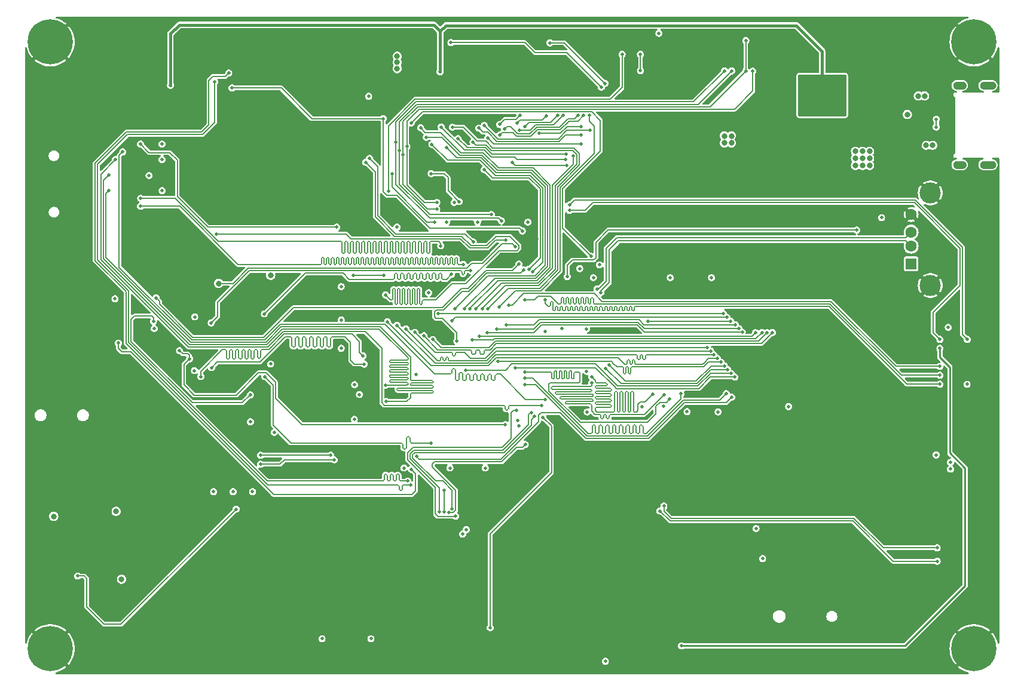
<source format=gbr>
%TF.GenerationSoftware,KiCad,Pcbnew,8.0.2*%
%TF.CreationDate,2024-07-19T10:45:18+07:00*%
%TF.ProjectId,chroma-pixel-zeta,6368726f-6d61-42d7-9069-78656c2d7a65,rev?*%
%TF.SameCoordinates,Original*%
%TF.FileFunction,Copper,L4,Bot*%
%TF.FilePolarity,Positive*%
%FSLAX46Y46*%
G04 Gerber Fmt 4.6, Leading zero omitted, Abs format (unit mm)*
G04 Created by KiCad (PCBNEW 8.0.2) date 2024-07-19 10:45:18*
%MOMM*%
%LPD*%
G01*
G04 APERTURE LIST*
%TA.AperFunction,EtchedComponent*%
%ADD10C,0.010000*%
%TD*%
%TA.AperFunction,ComponentPad*%
%ADD11C,0.800000*%
%TD*%
%TA.AperFunction,ComponentPad*%
%ADD12C,6.400000*%
%TD*%
%TA.AperFunction,ComponentPad*%
%ADD13R,1.500000X1.600000*%
%TD*%
%TA.AperFunction,ComponentPad*%
%ADD14C,1.600000*%
%TD*%
%TA.AperFunction,ComponentPad*%
%ADD15C,3.000000*%
%TD*%
%TA.AperFunction,ComponentPad*%
%ADD16O,2.000000X1.000000*%
%TD*%
%TA.AperFunction,ComponentPad*%
%ADD17O,1.800000X0.900000*%
%TD*%
%TA.AperFunction,ViaPad*%
%ADD18C,0.500000*%
%TD*%
%TA.AperFunction,ViaPad*%
%ADD19C,0.800000*%
%TD*%
%TA.AperFunction,Conductor*%
%ADD20C,0.150000*%
%TD*%
%TA.AperFunction,Conductor*%
%ADD21C,0.250000*%
%TD*%
%TA.AperFunction,Conductor*%
%ADD22C,0.200000*%
%TD*%
%TA.AperFunction,Conductor*%
%ADD23C,0.400000*%
%TD*%
G04 APERTURE END LIST*
D10*
%TO.C,J3*%
X213092000Y-56303000D02*
X213144000Y-56311000D01*
X213195000Y-56324000D01*
X213243000Y-56343000D01*
X213290000Y-56367000D01*
X213334000Y-56395000D01*
X213375000Y-56428000D01*
X213412000Y-56465000D01*
X213445000Y-56506000D01*
X213473000Y-56550000D01*
X213497000Y-56597000D01*
X213516000Y-56645000D01*
X213529000Y-56696000D01*
X213537000Y-56748000D01*
X213540000Y-56800000D01*
X213537000Y-56852000D01*
X213529000Y-56904000D01*
X213516000Y-56955000D01*
X213497000Y-57003000D01*
X213473000Y-57050000D01*
X213445000Y-57094000D01*
X213412000Y-57135000D01*
X213375000Y-57172000D01*
X213334000Y-57205000D01*
X213290000Y-57233000D01*
X213243000Y-57257000D01*
X213195000Y-57276000D01*
X213144000Y-57289000D01*
X213092000Y-57297000D01*
X213040000Y-57300000D01*
X212240000Y-57300000D01*
X212188000Y-57297000D01*
X212136000Y-57289000D01*
X212085000Y-57276000D01*
X212037000Y-57257000D01*
X211990000Y-57233000D01*
X211946000Y-57205000D01*
X211905000Y-57172000D01*
X211868000Y-57135000D01*
X211835000Y-57094000D01*
X211807000Y-57050000D01*
X211783000Y-57003000D01*
X211764000Y-56955000D01*
X211751000Y-56904000D01*
X211743000Y-56852000D01*
X211740000Y-56800000D01*
X211743000Y-56748000D01*
X211751000Y-56696000D01*
X211764000Y-56645000D01*
X211783000Y-56597000D01*
X211807000Y-56550000D01*
X211835000Y-56506000D01*
X211868000Y-56465000D01*
X211905000Y-56428000D01*
X211946000Y-56395000D01*
X211990000Y-56367000D01*
X212037000Y-56343000D01*
X212085000Y-56324000D01*
X212136000Y-56311000D01*
X212188000Y-56303000D01*
X212240000Y-56300000D01*
X213040000Y-56300000D01*
X213092000Y-56303000D01*
%TA.AperFunction,EtchedComponent*%
G36*
X213092000Y-56303000D02*
G01*
X213144000Y-56311000D01*
X213195000Y-56324000D01*
X213243000Y-56343000D01*
X213290000Y-56367000D01*
X213334000Y-56395000D01*
X213375000Y-56428000D01*
X213412000Y-56465000D01*
X213445000Y-56506000D01*
X213473000Y-56550000D01*
X213497000Y-56597000D01*
X213516000Y-56645000D01*
X213529000Y-56696000D01*
X213537000Y-56748000D01*
X213540000Y-56800000D01*
X213537000Y-56852000D01*
X213529000Y-56904000D01*
X213516000Y-56955000D01*
X213497000Y-57003000D01*
X213473000Y-57050000D01*
X213445000Y-57094000D01*
X213412000Y-57135000D01*
X213375000Y-57172000D01*
X213334000Y-57205000D01*
X213290000Y-57233000D01*
X213243000Y-57257000D01*
X213195000Y-57276000D01*
X213144000Y-57289000D01*
X213092000Y-57297000D01*
X213040000Y-57300000D01*
X212240000Y-57300000D01*
X212188000Y-57297000D01*
X212136000Y-57289000D01*
X212085000Y-57276000D01*
X212037000Y-57257000D01*
X211990000Y-57233000D01*
X211946000Y-57205000D01*
X211905000Y-57172000D01*
X211868000Y-57135000D01*
X211835000Y-57094000D01*
X211807000Y-57050000D01*
X211783000Y-57003000D01*
X211764000Y-56955000D01*
X211751000Y-56904000D01*
X211743000Y-56852000D01*
X211740000Y-56800000D01*
X211743000Y-56748000D01*
X211751000Y-56696000D01*
X211764000Y-56645000D01*
X211783000Y-56597000D01*
X211807000Y-56550000D01*
X211835000Y-56506000D01*
X211868000Y-56465000D01*
X211905000Y-56428000D01*
X211946000Y-56395000D01*
X211990000Y-56367000D01*
X212037000Y-56343000D01*
X212085000Y-56324000D01*
X212136000Y-56311000D01*
X212188000Y-56303000D01*
X212240000Y-56300000D01*
X213040000Y-56300000D01*
X213092000Y-56303000D01*
G37*
%TD.AperFunction*%
X213092000Y-67543000D02*
X213144000Y-67551000D01*
X213195000Y-67564000D01*
X213243000Y-67583000D01*
X213290000Y-67607000D01*
X213334000Y-67635000D01*
X213375000Y-67668000D01*
X213412000Y-67705000D01*
X213445000Y-67746000D01*
X213473000Y-67790000D01*
X213497000Y-67837000D01*
X213516000Y-67885000D01*
X213529000Y-67936000D01*
X213537000Y-67988000D01*
X213540000Y-68040000D01*
X213537000Y-68092000D01*
X213529000Y-68144000D01*
X213516000Y-68195000D01*
X213497000Y-68243000D01*
X213473000Y-68290000D01*
X213445000Y-68334000D01*
X213412000Y-68375000D01*
X213375000Y-68412000D01*
X213334000Y-68445000D01*
X213290000Y-68473000D01*
X213243000Y-68497000D01*
X213195000Y-68516000D01*
X213144000Y-68529000D01*
X213092000Y-68537000D01*
X213040000Y-68540000D01*
X212240000Y-68540000D01*
X212188000Y-68537000D01*
X212136000Y-68529000D01*
X212085000Y-68516000D01*
X212037000Y-68497000D01*
X211990000Y-68473000D01*
X211946000Y-68445000D01*
X211905000Y-68412000D01*
X211868000Y-68375000D01*
X211835000Y-68334000D01*
X211807000Y-68290000D01*
X211783000Y-68243000D01*
X211764000Y-68195000D01*
X211751000Y-68144000D01*
X211743000Y-68092000D01*
X211740000Y-68040000D01*
X211743000Y-67988000D01*
X211751000Y-67936000D01*
X211764000Y-67885000D01*
X211783000Y-67837000D01*
X211807000Y-67790000D01*
X211835000Y-67746000D01*
X211868000Y-67705000D01*
X211905000Y-67668000D01*
X211946000Y-67635000D01*
X211990000Y-67607000D01*
X212037000Y-67583000D01*
X212085000Y-67564000D01*
X212136000Y-67551000D01*
X212188000Y-67543000D01*
X212240000Y-67540000D01*
X213040000Y-67540000D01*
X213092000Y-67543000D01*
%TA.AperFunction,EtchedComponent*%
G36*
X213092000Y-67543000D02*
G01*
X213144000Y-67551000D01*
X213195000Y-67564000D01*
X213243000Y-67583000D01*
X213290000Y-67607000D01*
X213334000Y-67635000D01*
X213375000Y-67668000D01*
X213412000Y-67705000D01*
X213445000Y-67746000D01*
X213473000Y-67790000D01*
X213497000Y-67837000D01*
X213516000Y-67885000D01*
X213529000Y-67936000D01*
X213537000Y-67988000D01*
X213540000Y-68040000D01*
X213537000Y-68092000D01*
X213529000Y-68144000D01*
X213516000Y-68195000D01*
X213497000Y-68243000D01*
X213473000Y-68290000D01*
X213445000Y-68334000D01*
X213412000Y-68375000D01*
X213375000Y-68412000D01*
X213334000Y-68445000D01*
X213290000Y-68473000D01*
X213243000Y-68497000D01*
X213195000Y-68516000D01*
X213144000Y-68529000D01*
X213092000Y-68537000D01*
X213040000Y-68540000D01*
X212240000Y-68540000D01*
X212188000Y-68537000D01*
X212136000Y-68529000D01*
X212085000Y-68516000D01*
X212037000Y-68497000D01*
X211990000Y-68473000D01*
X211946000Y-68445000D01*
X211905000Y-68412000D01*
X211868000Y-68375000D01*
X211835000Y-68334000D01*
X211807000Y-68290000D01*
X211783000Y-68243000D01*
X211764000Y-68195000D01*
X211751000Y-68144000D01*
X211743000Y-68092000D01*
X211740000Y-68040000D01*
X211743000Y-67988000D01*
X211751000Y-67936000D01*
X211764000Y-67885000D01*
X211783000Y-67837000D01*
X211807000Y-67790000D01*
X211835000Y-67746000D01*
X211868000Y-67705000D01*
X211905000Y-67668000D01*
X211946000Y-67635000D01*
X211990000Y-67607000D01*
X212037000Y-67583000D01*
X212085000Y-67564000D01*
X212136000Y-67551000D01*
X212188000Y-67543000D01*
X212240000Y-67540000D01*
X213040000Y-67540000D01*
X213092000Y-67543000D01*
G37*
%TD.AperFunction*%
X217292000Y-56303000D02*
X217344000Y-56311000D01*
X217395000Y-56324000D01*
X217443000Y-56343000D01*
X217490000Y-56367000D01*
X217534000Y-56395000D01*
X217575000Y-56428000D01*
X217612000Y-56465000D01*
X217645000Y-56506000D01*
X217673000Y-56550000D01*
X217697000Y-56597000D01*
X217716000Y-56645000D01*
X217729000Y-56696000D01*
X217737000Y-56748000D01*
X217740000Y-56800000D01*
X217737000Y-56852000D01*
X217729000Y-56904000D01*
X217716000Y-56955000D01*
X217697000Y-57003000D01*
X217673000Y-57050000D01*
X217645000Y-57094000D01*
X217612000Y-57135000D01*
X217575000Y-57172000D01*
X217534000Y-57205000D01*
X217490000Y-57233000D01*
X217443000Y-57257000D01*
X217395000Y-57276000D01*
X217344000Y-57289000D01*
X217292000Y-57297000D01*
X217240000Y-57300000D01*
X216040000Y-57300000D01*
X215988000Y-57297000D01*
X215936000Y-57289000D01*
X215885000Y-57276000D01*
X215837000Y-57257000D01*
X215790000Y-57233000D01*
X215746000Y-57205000D01*
X215705000Y-57172000D01*
X215668000Y-57135000D01*
X215635000Y-57094000D01*
X215607000Y-57050000D01*
X215583000Y-57003000D01*
X215564000Y-56955000D01*
X215551000Y-56904000D01*
X215543000Y-56852000D01*
X215540000Y-56800000D01*
X215543000Y-56748000D01*
X215551000Y-56696000D01*
X215564000Y-56645000D01*
X215583000Y-56597000D01*
X215607000Y-56550000D01*
X215635000Y-56506000D01*
X215668000Y-56465000D01*
X215705000Y-56428000D01*
X215746000Y-56395000D01*
X215790000Y-56367000D01*
X215837000Y-56343000D01*
X215885000Y-56324000D01*
X215936000Y-56311000D01*
X215988000Y-56303000D01*
X216040000Y-56300000D01*
X217240000Y-56300000D01*
X217292000Y-56303000D01*
%TA.AperFunction,EtchedComponent*%
G36*
X217292000Y-56303000D02*
G01*
X217344000Y-56311000D01*
X217395000Y-56324000D01*
X217443000Y-56343000D01*
X217490000Y-56367000D01*
X217534000Y-56395000D01*
X217575000Y-56428000D01*
X217612000Y-56465000D01*
X217645000Y-56506000D01*
X217673000Y-56550000D01*
X217697000Y-56597000D01*
X217716000Y-56645000D01*
X217729000Y-56696000D01*
X217737000Y-56748000D01*
X217740000Y-56800000D01*
X217737000Y-56852000D01*
X217729000Y-56904000D01*
X217716000Y-56955000D01*
X217697000Y-57003000D01*
X217673000Y-57050000D01*
X217645000Y-57094000D01*
X217612000Y-57135000D01*
X217575000Y-57172000D01*
X217534000Y-57205000D01*
X217490000Y-57233000D01*
X217443000Y-57257000D01*
X217395000Y-57276000D01*
X217344000Y-57289000D01*
X217292000Y-57297000D01*
X217240000Y-57300000D01*
X216040000Y-57300000D01*
X215988000Y-57297000D01*
X215936000Y-57289000D01*
X215885000Y-57276000D01*
X215837000Y-57257000D01*
X215790000Y-57233000D01*
X215746000Y-57205000D01*
X215705000Y-57172000D01*
X215668000Y-57135000D01*
X215635000Y-57094000D01*
X215607000Y-57050000D01*
X215583000Y-57003000D01*
X215564000Y-56955000D01*
X215551000Y-56904000D01*
X215543000Y-56852000D01*
X215540000Y-56800000D01*
X215543000Y-56748000D01*
X215551000Y-56696000D01*
X215564000Y-56645000D01*
X215583000Y-56597000D01*
X215607000Y-56550000D01*
X215635000Y-56506000D01*
X215668000Y-56465000D01*
X215705000Y-56428000D01*
X215746000Y-56395000D01*
X215790000Y-56367000D01*
X215837000Y-56343000D01*
X215885000Y-56324000D01*
X215936000Y-56311000D01*
X215988000Y-56303000D01*
X216040000Y-56300000D01*
X217240000Y-56300000D01*
X217292000Y-56303000D01*
G37*
%TD.AperFunction*%
X217292000Y-67543000D02*
X217344000Y-67551000D01*
X217395000Y-67564000D01*
X217443000Y-67583000D01*
X217490000Y-67607000D01*
X217534000Y-67635000D01*
X217575000Y-67668000D01*
X217612000Y-67705000D01*
X217645000Y-67746000D01*
X217673000Y-67790000D01*
X217697000Y-67837000D01*
X217716000Y-67885000D01*
X217729000Y-67936000D01*
X217737000Y-67988000D01*
X217740000Y-68040000D01*
X217737000Y-68092000D01*
X217729000Y-68144000D01*
X217716000Y-68195000D01*
X217697000Y-68243000D01*
X217673000Y-68290000D01*
X217645000Y-68334000D01*
X217612000Y-68375000D01*
X217575000Y-68412000D01*
X217534000Y-68445000D01*
X217490000Y-68473000D01*
X217443000Y-68497000D01*
X217395000Y-68516000D01*
X217344000Y-68529000D01*
X217292000Y-68537000D01*
X217240000Y-68540000D01*
X216040000Y-68540000D01*
X215988000Y-68537000D01*
X215936000Y-68529000D01*
X215885000Y-68516000D01*
X215837000Y-68497000D01*
X215790000Y-68473000D01*
X215746000Y-68445000D01*
X215705000Y-68412000D01*
X215668000Y-68375000D01*
X215635000Y-68334000D01*
X215607000Y-68290000D01*
X215583000Y-68243000D01*
X215564000Y-68195000D01*
X215551000Y-68144000D01*
X215543000Y-68092000D01*
X215540000Y-68040000D01*
X215543000Y-67988000D01*
X215551000Y-67936000D01*
X215564000Y-67885000D01*
X215583000Y-67837000D01*
X215607000Y-67790000D01*
X215635000Y-67746000D01*
X215668000Y-67705000D01*
X215705000Y-67668000D01*
X215746000Y-67635000D01*
X215790000Y-67607000D01*
X215837000Y-67583000D01*
X215885000Y-67564000D01*
X215936000Y-67551000D01*
X215988000Y-67543000D01*
X216040000Y-67540000D01*
X217240000Y-67540000D01*
X217292000Y-67543000D01*
%TA.AperFunction,EtchedComponent*%
G36*
X217292000Y-67543000D02*
G01*
X217344000Y-67551000D01*
X217395000Y-67564000D01*
X217443000Y-67583000D01*
X217490000Y-67607000D01*
X217534000Y-67635000D01*
X217575000Y-67668000D01*
X217612000Y-67705000D01*
X217645000Y-67746000D01*
X217673000Y-67790000D01*
X217697000Y-67837000D01*
X217716000Y-67885000D01*
X217729000Y-67936000D01*
X217737000Y-67988000D01*
X217740000Y-68040000D01*
X217737000Y-68092000D01*
X217729000Y-68144000D01*
X217716000Y-68195000D01*
X217697000Y-68243000D01*
X217673000Y-68290000D01*
X217645000Y-68334000D01*
X217612000Y-68375000D01*
X217575000Y-68412000D01*
X217534000Y-68445000D01*
X217490000Y-68473000D01*
X217443000Y-68497000D01*
X217395000Y-68516000D01*
X217344000Y-68529000D01*
X217292000Y-68537000D01*
X217240000Y-68540000D01*
X216040000Y-68540000D01*
X215988000Y-68537000D01*
X215936000Y-68529000D01*
X215885000Y-68516000D01*
X215837000Y-68497000D01*
X215790000Y-68473000D01*
X215746000Y-68445000D01*
X215705000Y-68412000D01*
X215668000Y-68375000D01*
X215635000Y-68334000D01*
X215607000Y-68290000D01*
X215583000Y-68243000D01*
X215564000Y-68195000D01*
X215551000Y-68144000D01*
X215543000Y-68092000D01*
X215540000Y-68040000D01*
X215543000Y-67988000D01*
X215551000Y-67936000D01*
X215564000Y-67885000D01*
X215583000Y-67837000D01*
X215607000Y-67790000D01*
X215635000Y-67746000D01*
X215668000Y-67705000D01*
X215705000Y-67668000D01*
X215746000Y-67635000D01*
X215790000Y-67607000D01*
X215837000Y-67583000D01*
X215885000Y-67564000D01*
X215936000Y-67551000D01*
X215988000Y-67543000D01*
X216040000Y-67540000D01*
X217240000Y-67540000D01*
X217292000Y-67543000D01*
G37*
%TD.AperFunction*%
%TD*%
D11*
%TO.P,H3,1,1*%
%TO.N,GND*%
X86249200Y-50634374D03*
X85546256Y-52331430D03*
X85546256Y-48937318D03*
X83849200Y-53034374D03*
D12*
X83849200Y-50634374D03*
D11*
X83849200Y-48234374D03*
X82152144Y-52331430D03*
X82152144Y-48937318D03*
X81449200Y-50634374D03*
%TD*%
%TO.P,H4,1,1*%
%TO.N,GND*%
X83849200Y-134234374D03*
X85546256Y-134937318D03*
X82152144Y-134937318D03*
X86249200Y-136634374D03*
D12*
X83849200Y-136634374D03*
D11*
X81449200Y-136634374D03*
X85546256Y-138331430D03*
X82152144Y-138331430D03*
X83849200Y-139034374D03*
%TD*%
D13*
%TO.P,J12,1,VBUS*%
%TO.N,Net-(D14-K)*%
X205764800Y-82087600D03*
D14*
%TO.P,J12,2,D-*%
%TO.N,/USB/USB_D-*%
X205764800Y-79587600D03*
%TO.P,J12,3,D+*%
%TO.N,/USB/USB_D+*%
X205764800Y-77587600D03*
%TO.P,J12,4,GND*%
%TO.N,GND*%
X205764800Y-75087600D03*
D15*
%TO.P,J12,5,Shield*%
X208474800Y-85157600D03*
X208474800Y-72017600D03*
%TD*%
D16*
%TO.P,J3,S1,SHIELD*%
%TO.N,/USB/SHIELD*%
X216640000Y-68040000D03*
%TO.P,J3,S2,SHIELD*%
X216640000Y-56800000D03*
D17*
%TO.P,J3,S3,SHIELD*%
X212640000Y-68040000D03*
%TO.P,J3,S4,SHIELD*%
X212640000Y-56800000D03*
%TD*%
D11*
%TO.P,H1,1,1*%
%TO.N,GND*%
X212249200Y-136634374D03*
X212952144Y-134937318D03*
X212952144Y-138331430D03*
X214649200Y-134234374D03*
D12*
X214649200Y-136634374D03*
D11*
X214649200Y-139034374D03*
X216346256Y-134937318D03*
X216346256Y-138331430D03*
X217049200Y-136634374D03*
%TD*%
%TO.P,H2,1,1*%
%TO.N,GND*%
X212249200Y-50634374D03*
X212952144Y-48937318D03*
X212952144Y-52331430D03*
X214649200Y-48234374D03*
D12*
X214649200Y-50634374D03*
D11*
X214649200Y-53034374D03*
X216346256Y-48937318D03*
X216346256Y-52331430D03*
X217049200Y-50634374D03*
%TD*%
D18*
%TO.N,/MCU/VBUS_EN*%
X198069200Y-77292200D03*
X157050806Y-83898806D03*
%TO.N,GND*%
X206883000Y-104444800D03*
X136346600Y-51486400D03*
D19*
X184531000Y-61214000D03*
D18*
X84988400Y-127762000D03*
D19*
X95021400Y-119430800D03*
D18*
X174777400Y-86588600D03*
D19*
X211988400Y-121386600D03*
X85420200Y-115265200D03*
D18*
X215188800Y-70764400D03*
X87172800Y-75488800D03*
X105130600Y-99339400D03*
X137245640Y-137329600D03*
X151892000Y-108686600D03*
X89052400Y-138633200D03*
X82651600Y-131673600D03*
X207213200Y-83185000D03*
X162382200Y-128244600D03*
X216230200Y-116865400D03*
X210642200Y-83947000D03*
X123215400Y-95701000D03*
X217297000Y-91846400D03*
X94691200Y-51765200D03*
D19*
X91236800Y-115570000D03*
D18*
X189407800Y-114604800D03*
X100761800Y-95123000D03*
X81864200Y-55524400D03*
X151612600Y-128346200D03*
X209615049Y-100420449D03*
X215112600Y-106908600D03*
D19*
X104419400Y-70637400D03*
D18*
X217158849Y-96610449D03*
X107611700Y-50034374D03*
X152628600Y-109982000D03*
X123901200Y-99187000D03*
X85064600Y-107340400D03*
D19*
X93764800Y-90996199D03*
D18*
X125882400Y-101346000D03*
X95732600Y-88138000D03*
X168376600Y-86588600D03*
X105196800Y-91727200D03*
D19*
X189509400Y-66243200D03*
D18*
X122501200Y-94970600D03*
X175844200Y-127762000D03*
D19*
X184581800Y-64439800D03*
D18*
X103530400Y-110464600D03*
X191617600Y-128625600D03*
X217220800Y-82321400D03*
X84201000Y-122377200D03*
X92354400Y-106781600D03*
X173380400Y-138404600D03*
D19*
X178816000Y-71018400D03*
D18*
X98450400Y-92252800D03*
X82092800Y-114554000D03*
X130860800Y-128295400D03*
X123647200Y-104140000D03*
X121801200Y-94970600D03*
X99136200Y-122859800D03*
D19*
X188442600Y-68681600D03*
D18*
X152713200Y-78587600D03*
X209575400Y-137261600D03*
X123190000Y-118719600D03*
X124460000Y-99161600D03*
D19*
X90951600Y-124073425D03*
D18*
X103479600Y-108585000D03*
X170187800Y-137329600D03*
X184175400Y-56083200D03*
X214553800Y-77673200D03*
X160096200Y-82194400D03*
D19*
X91846400Y-111480600D03*
D18*
X178349200Y-54924400D03*
X118491000Y-54229000D03*
D19*
X184581800Y-71907400D03*
D18*
X121310400Y-97942400D03*
X191922400Y-134137400D03*
X103505000Y-106680000D03*
D19*
X93903800Y-128371600D03*
X89001600Y-123164600D03*
D18*
X128171300Y-55222500D03*
X102400400Y-56908400D03*
X86918800Y-68529200D03*
X110515400Y-105232200D03*
X162788600Y-51816000D03*
X148226360Y-137329600D03*
X125044200Y-84353400D03*
X120548400Y-96051600D03*
D19*
X209804000Y-57810400D03*
D18*
X213868000Y-104622600D03*
X203250800Y-98831400D03*
X123926600Y-84683600D03*
X125222000Y-95707200D03*
X120548400Y-96751600D03*
X159816800Y-98272600D03*
X217155751Y-97880449D03*
X207594200Y-123291600D03*
X120548400Y-97451600D03*
D19*
X202946000Y-48539400D03*
D18*
X169942400Y-134425800D03*
X82169000Y-86817200D03*
X126977500Y-55171700D03*
D19*
X86715600Y-116103400D03*
X163144200Y-71221600D03*
D18*
X143764000Y-49403000D03*
X170688000Y-84048600D03*
X123901200Y-94970600D03*
D19*
X206324200Y-63271400D03*
D18*
X216636600Y-131089400D03*
X108940600Y-135534400D03*
D19*
X95758000Y-118211600D03*
X124968000Y-70662800D03*
D18*
X141198600Y-128422400D03*
X156794200Y-49403000D03*
D19*
X153094000Y-50782800D03*
X193167000Y-71653400D03*
D18*
X214426800Y-113969800D03*
X87249000Y-93218000D03*
X120548400Y-98851600D03*
X82169000Y-94157800D03*
X144475200Y-110998000D03*
D19*
X91592400Y-128600200D03*
D18*
X200939400Y-138226800D03*
X108712000Y-124663200D03*
X98907600Y-104292400D03*
X215112600Y-112522000D03*
D19*
X216001600Y-128219200D03*
D18*
X173103932Y-103050732D03*
D19*
X86410800Y-120751600D03*
X205587600Y-59690000D03*
X195478400Y-71678800D03*
D18*
X90144600Y-48387000D03*
X205181200Y-70662800D03*
X97434400Y-82423000D03*
X204800200Y-133451600D03*
X131749800Y-100482400D03*
X159893000Y-104038400D03*
X116679800Y-87917200D03*
X133731000Y-75209400D03*
X161467800Y-91592400D03*
X173761400Y-54051200D03*
X152450800Y-76225400D03*
X123520200Y-50088800D03*
D19*
X186410600Y-70459600D03*
D18*
X125044200Y-89077800D03*
X159207080Y-137329600D03*
X121101200Y-99187000D03*
X158995000Y-134425800D03*
X208965800Y-116459000D03*
D19*
X84124800Y-111506000D03*
D18*
X197942200Y-85928200D03*
X210261200Y-106756200D03*
D19*
X209804000Y-65989200D03*
X186410600Y-61747400D03*
D18*
X123201200Y-94970600D03*
X189153800Y-103987600D03*
X125044200Y-93091000D03*
X208330800Y-108026200D03*
D19*
X209753200Y-49606200D03*
D18*
X121101200Y-94970600D03*
X178435000Y-84023200D03*
X208127600Y-95275400D03*
X140944600Y-76149200D03*
X123952000Y-89458800D03*
D19*
X209804000Y-58674000D03*
D18*
X139496800Y-111023400D03*
X189179200Y-86588600D03*
X121801200Y-99187000D03*
X109659900Y-89831700D03*
X135373800Y-55761200D03*
X120548400Y-95351600D03*
X122529600Y-125399800D03*
X87172800Y-82321400D03*
X197535800Y-93116400D03*
X123201200Y-99187000D03*
X92278200Y-57708800D03*
X175183800Y-115671600D03*
X141122400Y-79527400D03*
X105943400Y-110515400D03*
D19*
X86410800Y-123774200D03*
D18*
X120675400Y-50114200D03*
X110794800Y-119176800D03*
X126365000Y-50063400D03*
X90601800Y-87934800D03*
D19*
X209804000Y-66852800D03*
X171704000Y-63423800D03*
D18*
X125095000Y-102590600D03*
X122501200Y-99187000D03*
X157226000Y-119735600D03*
X109659900Y-97442200D03*
X99661800Y-70604200D03*
X168359932Y-103818532D03*
X137502600Y-55079600D03*
D19*
X216001600Y-118338600D03*
D18*
X95097600Y-135585200D03*
X132969000Y-111023400D03*
X116001800Y-96282200D03*
X120548400Y-98151600D03*
X177495200Y-103073200D03*
X145313400Y-76149200D03*
X210464400Y-73456800D03*
%TO.N,Net-(C34-Pad1)*%
X160756600Y-84048600D03*
X150063200Y-104317800D03*
D19*
%TO.N,VDD*%
X132969000Y-53530500D03*
X197882000Y-67132200D03*
X132969000Y-54406800D03*
X199882000Y-67132200D03*
X198882000Y-67132200D03*
X199882000Y-66132200D03*
X197882000Y-66132200D03*
X199882000Y-68132200D03*
D18*
X93014800Y-87045800D03*
D19*
X132969000Y-52654200D03*
D18*
X98577400Y-91252797D03*
D19*
X198882000Y-68132200D03*
X197882000Y-68132200D03*
X198882000Y-66132200D03*
%TO.N,+3V3*%
X179314600Y-64947800D03*
D18*
X97840800Y-69570600D03*
X139979400Y-76149200D03*
X141046200Y-73380600D03*
X106978700Y-114395500D03*
X201574400Y-75539600D03*
D19*
X180314600Y-63947800D03*
D18*
X209321400Y-109169200D03*
X129257200Y-135233000D03*
X140436600Y-111023400D03*
X112490500Y-114395500D03*
X109734600Y-114395000D03*
X125044200Y-90043000D03*
X178435000Y-103073200D03*
X115570000Y-105968800D03*
X174040800Y-103047800D03*
X128930400Y-58343800D03*
X133934200Y-111023400D03*
X171653200Y-84048600D03*
X184734200Y-123875800D03*
X104262000Y-97227400D03*
X115036600Y-96282200D03*
X126949200Y-99212400D03*
D19*
X180314600Y-64947800D03*
D18*
X177495200Y-84048600D03*
X159893000Y-103098600D03*
X126898400Y-104140000D03*
X104296200Y-89607400D03*
X99665600Y-65104200D03*
D19*
X179314600Y-63947800D03*
D18*
X99690000Y-71699200D03*
X125044200Y-94056200D03*
X150215600Y-105029000D03*
X112191800Y-104470200D03*
X158826200Y-82753200D03*
X170053000Y-49403000D03*
X167690800Y-102311200D03*
X211023200Y-91084400D03*
X145440400Y-111023400D03*
X127635000Y-100609400D03*
D19*
X93929200Y-126796800D03*
D18*
X144348200Y-76149200D03*
X132943600Y-76885800D03*
X213690200Y-99161600D03*
X188417200Y-102311200D03*
X170738800Y-102285800D03*
D19*
X115062000Y-83719677D03*
D18*
X162458400Y-138430000D03*
X151485600Y-76174600D03*
X122323000Y-135233000D03*
X99663800Y-67304200D03*
X159816800Y-97332800D03*
X159791000Y-91313400D03*
%TO.N,/MCU/NRST*%
X142773400Y-119761000D03*
X209840551Y-94070449D03*
X173253400Y-136245600D03*
X135633262Y-97798600D03*
%TO.N,/LCD/LCD_TP_SCL*%
X133815800Y-66624200D03*
X182346600Y-54737000D03*
X138582400Y-74345800D03*
X182346600Y-50419000D03*
%TO.N,/LCD/LCD_TP_SDA*%
X183337200Y-54762400D03*
X138582400Y-73380600D03*
X134340800Y-65455800D03*
%TO.N,/LCD/LCD_CS*%
X140589000Y-50723800D03*
X161889832Y-57038632D03*
%TO.N,/IO/STEMMA_SDA*%
X124079000Y-109880400D03*
X113614200Y-110490000D03*
X211353400Y-110210600D03*
%TO.N,/IO/STEMMA_SCL*%
X123571000Y-109220000D03*
X211353400Y-111175800D03*
X113614200Y-109220000D03*
%TO.N,/LCD/LTDC_HSYNC*%
X148165000Y-62975000D03*
X158597600Y-61036200D03*
%TO.N,/LCD/LTDC_VSYNC*%
X159385000Y-61036200D03*
X147473200Y-63852800D03*
%TO.N,/LCD/LTDC_DE*%
X160197800Y-61036200D03*
X147374707Y-88235693D03*
%TO.N,/IO/DBG_TX*%
X157375200Y-74495268D03*
X209840551Y-92800449D03*
%TO.N,/IO/DBG_SWCLK*%
X151087600Y-87147400D03*
X209829400Y-97880449D03*
%TO.N,/IO/DBG_SWDIO*%
X153949400Y-87172800D03*
X209829400Y-99150449D03*
%TO.N,/IO/DBG_RX*%
X213729849Y-92800449D03*
X157375200Y-73736200D03*
%TO.N,/IO/DBG_SWO*%
X209829400Y-96621600D03*
X148777193Y-87912930D03*
D19*
%TO.N,VBUS*%
X207670400Y-58293000D03*
X208813400Y-65278000D03*
X206781400Y-58293000D03*
X205232000Y-60909200D03*
X207899000Y-65278000D03*
D18*
%TO.N,/USB/USB_D+*%
X161278834Y-85637634D03*
X209346800Y-61587200D03*
X209321400Y-62687200D03*
%TO.N,/USB/USB_D-*%
X161809166Y-86167966D03*
%TO.N,/LCD/LCD_BLK*%
X150698200Y-77419200D03*
X131013200Y-61493400D03*
X109586700Y-57150000D03*
%TO.N,/MCU/BOOT0*%
X137439400Y-86182200D03*
X142240000Y-120396000D03*
%TO.N,/MCU/BTN0*%
X146151600Y-133654800D03*
X153619200Y-103835200D03*
%TO.N,/MCU/QUADSPI_BK1_NCS*%
X148285200Y-104902000D03*
X103567800Y-95540600D03*
X102141800Y-94386400D03*
%TO.N,/MCU/BTN1*%
X141249400Y-117856000D03*
X149869200Y-102844600D03*
D19*
%TO.N,/MCU/QUADSPI_BK2_NCS*%
X107696000Y-84861400D03*
D18*
X149707600Y-79679800D03*
%TO.N,/AUDIO/I2S3_SD_MODE*%
X112166400Y-100660200D03*
X98450400Y-90246200D03*
%TO.N,/MCU/QUADSPI_BK1_IO1*%
X128320800Y-96298600D03*
X106680000Y-96799400D03*
%TO.N,/MCU/SDRAM_ADD10*%
X147252200Y-95913193D03*
X178835945Y-96033257D03*
%TO.N,/MCU/SDRAM_DQ2*%
X171577000Y-101269800D03*
X151087600Y-97459800D03*
%TO.N,/MCU/SDRAM_ADD9*%
X147091400Y-91308257D03*
X181365174Y-91245400D03*
%TO.N,/MCU/SDRAM_ADD11*%
X148426200Y-90783257D03*
X180848000Y-90720400D03*
%TO.N,/MCU/SDRAM_ADD0*%
X178342152Y-95508257D03*
X131603337Y-90298600D03*
%TO.N,/MCU/SDRAM_ADD7*%
X144585200Y-92358257D03*
X183729134Y-91841329D03*
%TO.N,/MCU/SDRAM_ADD8*%
X145728200Y-91833257D03*
X181838600Y-91770400D03*
%TO.N,/MCU/SDRAM_DQ0*%
X160511000Y-98094800D03*
X169164000Y-100533200D03*
%TO.N,/MCU/SDRAM_ADD6*%
X184642368Y-91830768D03*
X143569200Y-92884007D03*
%TO.N,/MCU/SDRAM_ADD3*%
X176886112Y-93933257D03*
X135483600Y-91798600D03*
%TO.N,/MCU/SDRAM_DQ1*%
X160502600Y-98983800D03*
X170764200Y-100660200D03*
%TO.N,/MCU/SDRAM_DQ3*%
X151087600Y-98298000D03*
X173177200Y-100507800D03*
%TO.N,/MCU/SDRAM_ADD5*%
X185369200Y-91846400D03*
X138049000Y-92811600D03*
%TO.N,/MCU/SDRAM_ADD2*%
X177366404Y-94458257D03*
X134213600Y-91298600D03*
%TO.N,/MCU/SDRAM_ADD1*%
X177844644Y-94983257D03*
X132969000Y-90798600D03*
%TO.N,/MCU/SDRAM_ADD4*%
X186121432Y-91836632D03*
X136753600Y-92298600D03*
%TO.N,/MCU/QUADSPI_CLK*%
X114198400Y-98069400D03*
X137744200Y-107467400D03*
%TO.N,/MCU/QUADSPI_BK1_IO2*%
X105156000Y-98069400D03*
X128143000Y-95131400D03*
%TO.N,/MCU/QUADSPI_BK2_IO3*%
X114173000Y-89179400D03*
X140665200Y-83569677D03*
%TO.N,/MCU/QUADSPI_BK2_IO2*%
X143357600Y-83032600D03*
X106641200Y-90460600D03*
%TO.N,/AUDIO/I2S3_SDO*%
X148336000Y-78723000D03*
X107387619Y-77879981D03*
%TO.N,/AUDIO/I2S3_CK*%
X150215600Y-82118200D03*
X98839800Y-86898182D03*
%TO.N,/AUDIO/I2S3_WS*%
X134993600Y-111201200D03*
X93497400Y-93319600D03*
%TO.N,/MCU/LED_0*%
X139623800Y-114223800D03*
X139612042Y-117243800D03*
%TO.N,/MCU/LED_1*%
X140305791Y-117337149D03*
X151104600Y-107696000D03*
%TO.N,VBAT*%
X125044200Y-85318600D03*
X183794400Y-119608600D03*
%TO.N,/MEMORY SDRAM/SDRAM_LDQM*%
X151087600Y-99237800D03*
X179578000Y-100507800D03*
%TO.N,/MCU/SDRAM_ADD12*%
X168529000Y-90195400D03*
X180213000Y-90195400D03*
%TO.N,/MEMORY SDRAM/~{SDRAM_CAS}*%
X180782934Y-98140755D03*
X149721600Y-96807800D03*
%TO.N,/MEMORY SDRAM/SDRAM_CKE*%
X140727000Y-90170000D03*
X179681969Y-89670400D03*
%TO.N,/MEMORY SDRAM/~{SDRAM_RAS}*%
X142668868Y-97202868D03*
X180254568Y-97615755D03*
%TO.N,unconnected-(U2-PA9-Pad120)*%
X161622869Y-82228330D03*
%TO.N,/LCD/LCD_DISP*%
X154609800Y-50749200D03*
X162427432Y-56501032D03*
%TO.N,/MEMORY SDRAM/SDRAM_BA0*%
X179800202Y-97083257D03*
X162483800Y-96891800D03*
%TO.N,/MEMORY SDRAM/SDRAM_UDQM*%
X138785600Y-89154000D03*
X179203634Y-89145400D03*
%TO.N,/MEMORY SDRAM/~{SDRAM_WE}*%
X135693600Y-109360409D03*
X180365400Y-100990400D03*
%TO.N,/MEMORY SDRAM/SDRAM_BA1*%
X179311895Y-96558257D03*
X163016943Y-96438193D03*
D19*
%TO.N,+3V3A*%
X194167000Y-55988200D03*
D18*
X100863400Y-56769000D03*
D19*
X194167000Y-57988200D03*
X192167000Y-55988200D03*
X84328000Y-117881400D03*
X194167000Y-56988200D03*
X93167200Y-117170200D03*
X193167000Y-57988200D03*
X193167000Y-56988200D03*
X192167000Y-56988200D03*
D18*
X139052600Y-54851600D03*
D19*
X192167000Y-57988200D03*
X193167000Y-55988200D03*
D18*
%TO.N,/AUDIO/I2S2_DIN*%
X150891632Y-82972032D03*
X87706200Y-126339600D03*
X141427000Y-93014800D03*
X110163381Y-116868981D03*
%TO.N,/AUDIO/I2S2_WS*%
X152450800Y-103682800D03*
X140741400Y-116789200D03*
%TO.N,/LCD/LTDC_B4*%
X154076400Y-61137800D03*
X149936200Y-62153800D03*
%TO.N,/LCD/LTDC_G2*%
X159015598Y-63830200D03*
X144523134Y-62839600D03*
%TO.N,/LCD/LTDC_R7*%
X141606268Y-64338200D03*
X156861782Y-66548204D03*
%TO.N,/LCD/LTDC_G3*%
X145323134Y-62458600D03*
X160278095Y-63140305D03*
%TO.N,/LCD/LTDC_R3*%
X137889402Y-65143400D03*
X152199400Y-83244200D03*
%TO.N,/LCD/LTDC_B6*%
X155676600Y-61036200D03*
X151081866Y-62627800D03*
%TO.N,/LCD/LTDC_G5*%
X145313400Y-68732400D03*
X151612600Y-82844707D03*
%TO.N,/LCD/LTDC_G4*%
X159015598Y-65074800D03*
X145822200Y-64267849D03*
%TO.N,/LCD/LTDC_R4*%
X139206268Y-62676068D03*
X156839598Y-67264602D03*
%TO.N,/LCD/LTDC_R0*%
X137795000Y-69302200D03*
X141735851Y-73260661D03*
%TO.N,/LCD/LTDC_R6*%
X145796000Y-88417400D03*
X140806268Y-62712600D03*
%TO.N,/LCD/LTDC_G1*%
X145008600Y-88417400D03*
X143723134Y-64837800D03*
%TO.N,/LCD/LTDC_B5*%
X157925800Y-66819761D03*
X144145000Y-88417400D03*
%TO.N,/LCD/LTDC_R2*%
X142544800Y-88417400D03*
X137089402Y-64137801D03*
%TO.N,/LCD/LTDC_B7*%
X156489400Y-61036200D03*
X150281866Y-63152800D03*
%TO.N,/LCD/LTDC_R1*%
X143306800Y-88417400D03*
X136289402Y-62788800D03*
%TO.N,/LCD/LTDC_R5*%
X140004800Y-65582800D03*
X141173200Y-88417400D03*
%TO.N,/LCD/LTDC_B3*%
X159015598Y-62620271D03*
X153111200Y-63596200D03*
%TO.N,/LCD/LTDC_G7*%
X149301200Y-67709163D03*
X156963667Y-68131133D03*
%TO.N,/LCD/LTDC_B0*%
X150368000Y-61036200D03*
X147497800Y-62331600D03*
%TO.N,/LCD/LCD_DC*%
X160419561Y-81025025D03*
X134964402Y-62103000D03*
%TO.N,/LCD/LCD_SDI(MOSI)*%
X132240800Y-69302200D03*
X138243600Y-76149200D03*
%TO.N,/LCD/LCD_SCK*%
X134467600Y-112877600D03*
X107111700Y-56286400D03*
%TO.N,/LCD/LCD_TP_RST*%
X180340000Y-54737000D03*
X133290800Y-66040000D03*
X146304000Y-75099200D03*
%TO.N,/LCD/LCD_SDO(MISO)*%
X109111700Y-55041800D03*
X134918496Y-113413040D03*
%TO.N,/LCD/LCD_TP_INT*%
X132765800Y-64871600D03*
X147718600Y-75971400D03*
X179349400Y-54737000D03*
%TO.N,/MCU/SD_CMD*%
X92159600Y-71704200D03*
X131445000Y-101608400D03*
%TO.N,/MCU/SD_DAT1*%
X153924000Y-101320600D03*
X94107000Y-66217800D03*
%TO.N,/MCU/SD_CLK*%
X92159600Y-69494400D03*
X131318000Y-99298600D03*
%TO.N,/MCU/SD_DAT2*%
X142341600Y-82169677D03*
X96621600Y-73914000D03*
%TO.N,/MCU/SD_DET*%
X124409200Y-76888597D03*
X131114800Y-83693000D03*
X96621600Y-65100200D03*
X126746000Y-83693000D03*
%TO.N,/MCU/SD_DAT0*%
X153416000Y-102133400D03*
X93074000Y-67310000D03*
%TO.N,/MCU/SD_DAT3*%
X96647000Y-72796400D03*
X139141200Y-79527400D03*
%TO.N,/LCD/LCD_SPI_DAT*%
X167436800Y-54711600D03*
X167436800Y-52374800D03*
%TO.N,/LCD/LCD_SPI_CLK*%
X131715607Y-71797007D03*
X164820600Y-52374800D03*
%TO.N,/IO/USART6_RX*%
X209448400Y-124256800D03*
X170180000Y-117119400D03*
X153949400Y-91643200D03*
%TO.N,/IO/USART6_TX*%
X209448400Y-122351800D03*
X170743014Y-116429670D03*
X156286200Y-91248600D03*
%TO.N,/LCD/LCD_SPI_RESET*%
X143743600Y-78978143D03*
X129057400Y-67149200D03*
%TO.N,/LCD/LCD_SPI_CS*%
X128498600Y-67674200D03*
X131318000Y-86487000D03*
%TO.N,/AUDIO/I2S2_CK*%
X151992346Y-103153816D03*
X138912600Y-117271800D03*
%TD*%
D20*
%TO.N,/MCU/VBUS_EN*%
X162839400Y-77292200D02*
X198069200Y-77292200D01*
X161112200Y-79019400D02*
X162839400Y-77292200D01*
X160791375Y-81550025D02*
X161112200Y-81229200D01*
X161112200Y-81229200D02*
X161112200Y-79019400D01*
X157050806Y-82293394D02*
X157794175Y-81550025D01*
X157794175Y-81550025D02*
X160791375Y-81550025D01*
X157050806Y-83898806D02*
X157050806Y-82293394D01*
%TO.N,/LCD/LCD_DC*%
X136556202Y-60511200D02*
X134964402Y-62103000D01*
X161747200Y-61747400D02*
X160511000Y-60511200D01*
X160511000Y-60511200D02*
X136556202Y-60511200D01*
X161747200Y-66114896D02*
X161747200Y-61747400D01*
X156427400Y-71434696D02*
X161747200Y-66114896D01*
X156427400Y-77032864D02*
X156427400Y-71434696D01*
X160419561Y-81025025D02*
X156427400Y-77032864D01*
D21*
%TO.N,/MCU/NRST*%
X213410800Y-127711200D02*
X213410800Y-111025227D01*
X209840551Y-95311951D02*
X209840551Y-94070449D01*
X211251800Y-96723200D02*
X209840551Y-95311951D01*
X173253400Y-136245600D02*
X204876400Y-136245600D01*
X204876400Y-136245600D02*
X213410800Y-127711200D01*
X213410800Y-111025227D02*
X211251800Y-108866227D01*
X211251800Y-108866227D02*
X211251800Y-96723200D01*
D20*
%TO.N,/LCD/LCD_TP_SCL*%
X182346600Y-50419000D02*
X182346600Y-54737000D01*
X133815800Y-61904226D02*
X135908826Y-59811200D01*
X133815800Y-66624200D02*
X133815800Y-70865216D01*
X133815800Y-66624200D02*
X133815800Y-61904226D01*
X135908826Y-59811200D02*
X177272400Y-59811200D01*
X177272400Y-59811200D02*
X182346600Y-54737000D01*
X133815800Y-70865216D02*
X137296384Y-74345800D01*
X137296384Y-74345800D02*
X138582400Y-74345800D01*
%TO.N,/LCD/LCD_TP_SDA*%
X136053800Y-60161200D02*
X180757800Y-60161200D01*
X134340800Y-65455800D02*
X134340800Y-61874200D01*
X134340800Y-70895241D02*
X136826159Y-73380600D01*
X180757800Y-60161200D02*
X183337200Y-57581800D01*
X134340800Y-61874200D02*
X136053800Y-60161200D01*
X183337200Y-57581800D02*
X183337200Y-54762400D01*
X134340800Y-65455800D02*
X134340800Y-70895241D01*
X136826159Y-73380600D02*
X138582400Y-73380600D01*
%TO.N,/LCD/LCD_CS*%
X156997400Y-52146200D02*
X152476200Y-52146200D01*
X151053800Y-50723800D02*
X140589000Y-50723800D01*
X152476200Y-52146200D02*
X151053800Y-50723800D01*
X161889832Y-57038632D02*
X156997400Y-52146200D01*
%TO.N,/IO/STEMMA_SDA*%
X124079000Y-109880400D02*
X116992400Y-109880400D01*
X116382800Y-110490000D02*
X113614200Y-110490000D01*
X116992400Y-109880400D02*
X116382800Y-110490000D01*
%TO.N,/IO/STEMMA_SCL*%
X113614200Y-109220000D02*
X123571000Y-109220000D01*
%TO.N,/LCD/LTDC_HSYNC*%
X158115000Y-61518800D02*
X158597600Y-61036200D01*
X157149800Y-61518800D02*
X158115000Y-61518800D01*
X148478200Y-62661800D02*
X149021800Y-62661800D01*
X155947400Y-62721200D02*
X157149800Y-61518800D01*
X151751974Y-63677800D02*
X152708574Y-62721200D01*
X149021800Y-62661800D02*
X150037800Y-63677800D01*
X150037800Y-63677800D02*
X151751974Y-63677800D01*
X152708574Y-62721200D02*
X155947400Y-62721200D01*
X148165000Y-62975000D02*
X148478200Y-62661800D01*
%TO.N,/LCD/LTDC_VSYNC*%
X147473200Y-63852800D02*
X147826000Y-63500000D01*
X149365026Y-63500000D02*
X149892826Y-64027800D01*
X157294774Y-61868800D02*
X158552400Y-61868800D01*
X158552400Y-61868800D02*
X159385000Y-61036200D01*
X147826000Y-63500000D02*
X149365026Y-63500000D01*
X156092374Y-63071200D02*
X157294774Y-61868800D01*
X151896948Y-64027800D02*
X152853548Y-63071200D01*
X152853548Y-63071200D02*
X156092374Y-63071200D01*
X149892826Y-64027800D02*
X151896948Y-64027800D01*
%TO.N,/LCD/LTDC_DE*%
X160197800Y-61899800D02*
X160197800Y-61036200D01*
X156077400Y-83126778D02*
X156077400Y-71289722D01*
X160883600Y-62585600D02*
X160197800Y-61899800D01*
X153312577Y-85891600D02*
X156077400Y-83126778D01*
X147374707Y-88235693D02*
X149718800Y-85891600D01*
X156077400Y-71289722D02*
X160883600Y-66483522D01*
X160883600Y-66483522D02*
X160883600Y-62585600D01*
X149718800Y-85891600D02*
X153312577Y-85891600D01*
%TO.N,/IO/DBG_TX*%
X206230026Y-73400400D02*
X212705200Y-79875574D01*
X157375200Y-74495268D02*
X159591132Y-74495268D01*
X208864200Y-91824098D02*
X209840551Y-92800449D01*
X212705200Y-79875574D02*
X212705200Y-85122500D01*
X160686000Y-73400400D02*
X206230026Y-73400400D01*
X208864200Y-88963500D02*
X208864200Y-91824098D01*
X212705200Y-85122500D02*
X208864200Y-88963500D01*
X159591132Y-74495268D02*
X160686000Y-73400400D01*
%TO.N,/IO/DBG_SWCLK*%
X158304082Y-87617000D02*
X158304082Y-86999162D01*
X156204082Y-87617000D02*
X156204082Y-86999174D01*
X152400000Y-87147400D02*
X152899600Y-86647800D01*
X158444082Y-86859162D02*
X158514082Y-86859162D01*
X157604082Y-87617000D02*
X157604082Y-86999162D01*
X159144082Y-86859162D02*
X159214082Y-86859162D01*
X159494082Y-87757000D02*
X159564082Y-87757000D01*
X159354082Y-86999162D02*
X159354082Y-87617000D01*
X204395023Y-97880449D02*
X209829400Y-97880449D01*
X152899600Y-86647800D02*
X154719800Y-86647800D01*
X155829000Y-87757000D02*
X156064082Y-87757000D01*
X160964082Y-87757000D02*
X161086800Y-87757000D01*
X157044082Y-86859162D02*
X157114082Y-86859162D01*
X156344082Y-86859174D02*
X156414082Y-86859174D01*
X158094082Y-87757000D02*
X158164082Y-87757000D01*
X161086800Y-87757000D02*
X194271574Y-87757000D01*
X157744082Y-86859162D02*
X157814082Y-86859162D01*
X157254082Y-86999162D02*
X157254082Y-87617000D01*
X160544082Y-86859162D02*
X160614082Y-86859162D01*
X151087600Y-87147400D02*
X152400000Y-87147400D01*
X156694082Y-87757000D02*
X156764082Y-87757000D01*
X160754082Y-86999162D02*
X160754082Y-87617000D01*
X159004082Y-87617000D02*
X159004082Y-86999162D01*
X159704082Y-87617000D02*
X159704082Y-86999162D01*
X158654082Y-86999162D02*
X158654082Y-87617000D01*
X160404082Y-87617000D02*
X160404082Y-86999162D01*
X160194082Y-87757000D02*
X160264082Y-87757000D01*
X160054082Y-86999162D02*
X160054082Y-87617000D01*
X156554082Y-86999174D02*
X156554082Y-87617000D01*
X158794082Y-87757000D02*
X158864082Y-87757000D01*
X157394082Y-87757000D02*
X157464082Y-87757000D01*
X156904082Y-87617000D02*
X156904082Y-86999162D01*
X160894082Y-87757000D02*
X160964082Y-87757000D01*
X194271574Y-87757000D02*
X204395023Y-97880449D01*
X154719800Y-86647800D02*
X155829000Y-87757000D01*
X159844082Y-86859162D02*
X159914082Y-86859162D01*
X157954082Y-86999162D02*
X157954082Y-87617000D01*
X160404082Y-86999162D02*
G75*
G02*
X160544082Y-86859182I140018J-38D01*
G01*
X156764082Y-87757000D02*
G75*
G03*
X156904100Y-87617000I18J140000D01*
G01*
X158164082Y-87757000D02*
G75*
G03*
X158304100Y-87617000I18J140000D01*
G01*
X159914082Y-86859162D02*
G75*
G02*
X160054138Y-86999162I18J-140038D01*
G01*
X156414082Y-86859174D02*
G75*
G02*
X156554126Y-86999174I18J-140026D01*
G01*
X159704082Y-86999162D02*
G75*
G02*
X159844082Y-86859182I140018J-38D01*
G01*
X160054082Y-87617000D02*
G75*
G03*
X160194082Y-87757018I140018J0D01*
G01*
X160264082Y-87757000D02*
G75*
G03*
X160404100Y-87617000I18J140000D01*
G01*
X157954082Y-87617000D02*
G75*
G03*
X158094082Y-87757018I140018J0D01*
G01*
X156064082Y-87757000D02*
G75*
G03*
X156204100Y-87617000I18J140000D01*
G01*
X157814082Y-86859162D02*
G75*
G02*
X157954138Y-86999162I18J-140038D01*
G01*
X157114082Y-86859162D02*
G75*
G02*
X157254138Y-86999162I18J-140038D01*
G01*
X156204082Y-86999174D02*
G75*
G02*
X156344082Y-86859182I140018J-26D01*
G01*
X157464082Y-87757000D02*
G75*
G03*
X157604100Y-87617000I18J140000D01*
G01*
X158864082Y-87757000D02*
G75*
G03*
X159004100Y-87617000I18J140000D01*
G01*
X160614082Y-86859162D02*
G75*
G02*
X160754138Y-86999162I18J-140038D01*
G01*
X158654082Y-87617000D02*
G75*
G03*
X158794082Y-87757018I140018J0D01*
G01*
X158514082Y-86859162D02*
G75*
G02*
X158654138Y-86999162I18J-140038D01*
G01*
X159564082Y-87757000D02*
G75*
G03*
X159704100Y-87617000I18J140000D01*
G01*
X156554082Y-87617000D02*
G75*
G03*
X156694082Y-87757018I140018J0D01*
G01*
X159214082Y-86859162D02*
G75*
G02*
X159354138Y-86999162I18J-140038D01*
G01*
X160754082Y-87617000D02*
G75*
G03*
X160894082Y-87757018I140018J0D01*
G01*
X157604082Y-86999162D02*
G75*
G02*
X157744082Y-86859182I140018J-38D01*
G01*
X157254082Y-87617000D02*
G75*
G03*
X157394082Y-87757018I140018J0D01*
G01*
X158304082Y-86999162D02*
G75*
G02*
X158444082Y-86859182I140018J-38D01*
G01*
X159354082Y-87617000D02*
G75*
G03*
X159494082Y-87757018I140018J0D01*
G01*
X156904082Y-86999162D02*
G75*
G02*
X157044082Y-86859182I140018J-38D01*
G01*
X159004082Y-86999162D02*
G75*
G02*
X159144082Y-86859182I140018J-38D01*
G01*
%TO.N,/IO/DBG_SWDIO*%
X156073600Y-88608618D02*
X156073600Y-88252600D01*
X155863600Y-88748618D02*
X155933600Y-88748618D01*
X161323600Y-88252600D02*
X161323600Y-88608618D01*
X161813600Y-88112600D02*
X161883600Y-88112600D01*
X155163600Y-88748618D02*
X155233600Y-88748618D01*
X165663600Y-88748646D02*
X165733600Y-88748646D01*
X162023600Y-88252600D02*
X162023600Y-88608618D01*
X155513600Y-88112600D02*
X155583600Y-88112600D01*
X165173600Y-88608632D02*
X165173600Y-88252600D01*
X160273600Y-88608618D02*
X160273600Y-88252600D01*
X163423600Y-88252600D02*
X163423600Y-88608618D01*
X159923600Y-88252600D02*
X159923600Y-88608618D01*
X162373600Y-88608618D02*
X162373600Y-88252600D01*
X162513600Y-88112600D02*
X162583600Y-88112600D01*
X155723600Y-88252600D02*
X155723600Y-88608618D01*
X205170049Y-99150449D02*
X209829400Y-99150449D01*
X163773600Y-88608618D02*
X163773600Y-88252600D01*
X162863600Y-88748618D02*
X162933600Y-88748618D01*
X157473600Y-88608618D02*
X157473600Y-88252600D01*
X155023600Y-87972600D02*
X155023600Y-88608618D01*
X194132200Y-88112600D02*
X205170049Y-99150449D01*
X160763600Y-88748618D02*
X160833600Y-88748618D01*
X164963600Y-88748632D02*
X165033600Y-88748632D01*
X158873600Y-88608618D02*
X158873600Y-88252600D01*
X167081200Y-88112600D02*
X194132200Y-88112600D01*
X153949400Y-87172800D02*
X153924000Y-87198200D01*
X163213600Y-88112600D02*
X163283600Y-88112600D01*
X154355800Y-88112600D02*
X154533600Y-88112600D01*
X166783600Y-88112600D02*
X167081200Y-88112600D01*
X155023600Y-87566578D02*
X155023600Y-87972600D01*
X157613600Y-88112600D02*
X157683600Y-88112600D01*
X156913600Y-88112600D02*
X156983600Y-88112600D01*
X163073600Y-88608618D02*
X163073600Y-88252600D01*
X157963600Y-88748618D02*
X158033600Y-88748618D01*
X157123600Y-88252600D02*
X157123600Y-88608618D01*
X163913600Y-88112600D02*
X163983600Y-88112600D01*
X161673600Y-88608618D02*
X161673600Y-88252600D01*
X161463600Y-88748618D02*
X161533600Y-88748618D01*
X160413600Y-88112600D02*
X160483600Y-88112600D01*
X157823600Y-88252600D02*
X157823600Y-88608618D01*
X161113600Y-88112600D02*
X161183600Y-88112600D01*
X164263600Y-88748618D02*
X164333600Y-88748618D01*
X164123600Y-88252600D02*
X164123600Y-88608618D01*
X156563600Y-88748618D02*
X156633600Y-88748618D01*
X163563600Y-88748618D02*
X163633600Y-88748618D01*
X158313600Y-88112600D02*
X158383600Y-88112600D01*
X159013600Y-88112600D02*
X159083600Y-88112600D01*
X166013600Y-88112600D02*
X166083600Y-88112600D01*
X158173600Y-88608618D02*
X158173600Y-88252600D01*
X158663600Y-88748618D02*
X158733600Y-88748618D01*
X165873600Y-88608646D02*
X165873600Y-88252600D01*
X156423600Y-88252600D02*
X156423600Y-88608618D01*
X166223600Y-88252600D02*
X166223600Y-88608618D01*
X164613600Y-88112600D02*
X164683600Y-88112600D01*
X160623600Y-88252600D02*
X160623600Y-88608618D01*
X154813600Y-87426578D02*
X154883600Y-87426578D01*
X165313600Y-88112600D02*
X165383600Y-88112600D01*
X155373600Y-88608618D02*
X155373600Y-88252600D01*
X166363600Y-88748618D02*
X166433600Y-88748618D01*
X153924000Y-87198200D02*
X153924000Y-87680800D01*
X159713600Y-88112600D02*
X159783600Y-88112600D01*
X164473600Y-88608618D02*
X164473600Y-88252600D01*
X164823600Y-88252600D02*
X164823600Y-88608632D01*
X158523600Y-88252600D02*
X158523600Y-88608618D01*
X162163600Y-88748618D02*
X162233600Y-88748618D01*
X157263600Y-88748618D02*
X157333600Y-88748618D01*
X166713600Y-88112600D02*
X166783600Y-88112600D01*
X165523600Y-88252600D02*
X165523600Y-88608646D01*
X153924000Y-87680800D02*
X154355800Y-88112600D01*
X156213600Y-88112600D02*
X156283600Y-88112600D01*
X156773600Y-88608618D02*
X156773600Y-88252600D01*
X154673600Y-87972600D02*
X154673600Y-87566578D01*
X159223600Y-88252600D02*
X159223600Y-88608618D01*
X166573600Y-88608618D02*
X166573600Y-88252600D01*
X159363600Y-88748618D02*
X159433600Y-88748618D01*
X160973600Y-88608618D02*
X160973600Y-88252600D01*
X160063600Y-88748618D02*
X160133600Y-88748618D01*
X162723600Y-88252600D02*
X162723600Y-88608618D01*
X159573600Y-88608618D02*
X159573600Y-88252600D01*
X159433600Y-88748618D02*
G75*
G03*
X159573618Y-88608618I0J140018D01*
G01*
X161323600Y-88608618D02*
G75*
G03*
X161463600Y-88748600I140000J18D01*
G01*
X159573600Y-88252600D02*
G75*
G02*
X159713600Y-88112600I140000J0D01*
G01*
X159223600Y-88608618D02*
G75*
G03*
X159363600Y-88748600I140000J18D01*
G01*
X166433600Y-88748618D02*
G75*
G03*
X166573618Y-88608618I0J140018D01*
G01*
X162583600Y-88112600D02*
G75*
G02*
X162723600Y-88252600I0J-140000D01*
G01*
X157473600Y-88252600D02*
G75*
G02*
X157613600Y-88112600I140000J0D01*
G01*
X165523600Y-88608646D02*
G75*
G03*
X165663600Y-88748600I140000J46D01*
G01*
X163633600Y-88748618D02*
G75*
G03*
X163773618Y-88608618I0J140018D01*
G01*
X161533600Y-88748618D02*
G75*
G03*
X161673618Y-88608618I0J140018D01*
G01*
X160973600Y-88252600D02*
G75*
G02*
X161113600Y-88112600I140000J0D01*
G01*
X156423600Y-88608618D02*
G75*
G03*
X156563600Y-88748600I140000J18D01*
G01*
X165873600Y-88252600D02*
G75*
G02*
X166013600Y-88112600I140000J0D01*
G01*
X164683600Y-88112600D02*
G75*
G02*
X164823600Y-88252600I0J-140000D01*
G01*
X156773600Y-88252600D02*
G75*
G02*
X156913600Y-88112600I140000J0D01*
G01*
X155233600Y-88748618D02*
G75*
G03*
X155373618Y-88608618I0J140018D01*
G01*
X158033600Y-88748618D02*
G75*
G03*
X158173618Y-88608618I0J140018D01*
G01*
X155023600Y-88608618D02*
G75*
G03*
X155163600Y-88748600I140000J18D01*
G01*
X154673600Y-87566578D02*
G75*
G02*
X154813600Y-87426600I140000J-22D01*
G01*
X156633600Y-88748618D02*
G75*
G03*
X156773618Y-88608618I0J140018D01*
G01*
X158523600Y-88608618D02*
G75*
G03*
X158663600Y-88748600I140000J18D01*
G01*
X154883600Y-87426578D02*
G75*
G02*
X155023622Y-87566578I0J-140022D01*
G01*
X160133600Y-88748618D02*
G75*
G03*
X160273618Y-88608618I0J140018D01*
G01*
X160623600Y-88608618D02*
G75*
G03*
X160763600Y-88748600I140000J18D01*
G01*
X164823600Y-88608632D02*
G75*
G03*
X164963600Y-88748600I140000J32D01*
G01*
X157683600Y-88112600D02*
G75*
G02*
X157823600Y-88252600I0J-140000D01*
G01*
X165383600Y-88112600D02*
G75*
G02*
X165523600Y-88252600I0J-140000D01*
G01*
X158733600Y-88748618D02*
G75*
G03*
X158873618Y-88608618I0J140018D01*
G01*
X164333600Y-88748618D02*
G75*
G03*
X164473618Y-88608618I0J140018D01*
G01*
X155933600Y-88748618D02*
G75*
G03*
X156073618Y-88608618I0J140018D01*
G01*
X162723600Y-88608618D02*
G75*
G03*
X162863600Y-88748600I140000J18D01*
G01*
X155373600Y-88252600D02*
G75*
G02*
X155513600Y-88112600I140000J0D01*
G01*
X159783600Y-88112600D02*
G75*
G02*
X159923600Y-88252600I0J-140000D01*
G01*
X164473600Y-88252600D02*
G75*
G02*
X164613600Y-88112600I140000J0D01*
G01*
X156283600Y-88112600D02*
G75*
G02*
X156423600Y-88252600I0J-140000D01*
G01*
X162933600Y-88748618D02*
G75*
G03*
X163073618Y-88608618I0J140018D01*
G01*
X162373600Y-88252600D02*
G75*
G02*
X162513600Y-88112600I140000J0D01*
G01*
X166573600Y-88252600D02*
G75*
G02*
X166713600Y-88112600I140000J0D01*
G01*
X159083600Y-88112600D02*
G75*
G02*
X159223600Y-88252600I0J-140000D01*
G01*
X158873600Y-88252600D02*
G75*
G02*
X159013600Y-88112600I140000J0D01*
G01*
X163073600Y-88252600D02*
G75*
G02*
X163213600Y-88112600I140000J0D01*
G01*
X155723600Y-88608618D02*
G75*
G03*
X155863600Y-88748600I140000J18D01*
G01*
X160273600Y-88252600D02*
G75*
G02*
X160413600Y-88112600I140000J0D01*
G01*
X165173600Y-88252600D02*
G75*
G02*
X165313600Y-88112600I140000J0D01*
G01*
X162233600Y-88748618D02*
G75*
G03*
X162373618Y-88608618I0J140018D01*
G01*
X163423600Y-88608618D02*
G75*
G03*
X163563600Y-88748600I140000J18D01*
G01*
X157333600Y-88748618D02*
G75*
G03*
X157473618Y-88608618I0J140018D01*
G01*
X158383600Y-88112600D02*
G75*
G02*
X158523600Y-88252600I0J-140000D01*
G01*
X163283600Y-88112600D02*
G75*
G02*
X163423600Y-88252600I0J-140000D01*
G01*
X162023600Y-88608618D02*
G75*
G03*
X162163600Y-88748600I140000J18D01*
G01*
X158173600Y-88252600D02*
G75*
G02*
X158313600Y-88112600I140000J0D01*
G01*
X154533600Y-88112600D02*
G75*
G03*
X154673600Y-87972600I0J140000D01*
G01*
X161673600Y-88252600D02*
G75*
G02*
X161813600Y-88112600I140000J0D01*
G01*
X155583600Y-88112600D02*
G75*
G02*
X155723600Y-88252600I0J-140000D01*
G01*
X163983600Y-88112600D02*
G75*
G02*
X164123600Y-88252600I0J-140000D01*
G01*
X165733600Y-88748646D02*
G75*
G03*
X165873646Y-88608646I0J140046D01*
G01*
X165033600Y-88748632D02*
G75*
G03*
X165173632Y-88608632I0J140032D01*
G01*
X159923600Y-88608618D02*
G75*
G03*
X160063600Y-88748600I140000J18D01*
G01*
X166083600Y-88112600D02*
G75*
G02*
X166223600Y-88252600I0J-140000D01*
G01*
X157123600Y-88608618D02*
G75*
G03*
X157263600Y-88748600I140000J18D01*
G01*
X163773600Y-88252600D02*
G75*
G02*
X163913600Y-88112600I140000J0D01*
G01*
X160833600Y-88748618D02*
G75*
G03*
X160973618Y-88608618I0J140018D01*
G01*
X156073600Y-88252600D02*
G75*
G02*
X156213600Y-88112600I140000J0D01*
G01*
X166223600Y-88608618D02*
G75*
G03*
X166363600Y-88748600I140000J18D01*
G01*
X164123600Y-88608618D02*
G75*
G03*
X164263600Y-88748600I140000J18D01*
G01*
X161183600Y-88112600D02*
G75*
G02*
X161323600Y-88252600I0J-140000D01*
G01*
X156983600Y-88112600D02*
G75*
G02*
X157123600Y-88252600I0J-140000D01*
G01*
X160483600Y-88112600D02*
G75*
G02*
X160623600Y-88252600I0J-140000D01*
G01*
X161883600Y-88112600D02*
G75*
G02*
X162023600Y-88252600I0J-140000D01*
G01*
X157823600Y-88608618D02*
G75*
G03*
X157963600Y-88748600I140000J18D01*
G01*
%TO.N,/IO/DBG_RX*%
X157375200Y-73736200D02*
X158061000Y-73050400D01*
X213055200Y-92125800D02*
X213729849Y-92800449D01*
X158061000Y-73050400D02*
X206375000Y-73050400D01*
X213055200Y-79730600D02*
X213055200Y-92125800D01*
X206375000Y-73050400D02*
X213055200Y-79730600D01*
%TO.N,/IO/DBG_SWO*%
X194416549Y-87407000D02*
X203631149Y-96621600D01*
X161981400Y-87407000D02*
X194416549Y-87407000D01*
X148777193Y-87912930D02*
X149300207Y-87912930D01*
X149300207Y-87912930D02*
X150915337Y-86297800D01*
X160872200Y-86297800D02*
X161981400Y-87407000D01*
X203631149Y-96621600D02*
X209829400Y-96621600D01*
X150915337Y-86297800D02*
X160872200Y-86297800D01*
D22*
%TO.N,/USB/USB_D+*%
X161490967Y-85637634D02*
X162563600Y-84565001D01*
X209346800Y-62661800D02*
X209321400Y-62687200D01*
X162563600Y-84565001D02*
X162563600Y-79916800D01*
X204989801Y-78362599D02*
X205764800Y-77587600D01*
X164117801Y-78362599D02*
X204989801Y-78362599D01*
X209346800Y-61587200D02*
X209346800Y-62661800D01*
X162563600Y-79916800D02*
X164117801Y-78362599D01*
X161278834Y-85637634D02*
X161490967Y-85637634D01*
%TO.N,/USB/USB_D-*%
X161809166Y-86167966D02*
X161809166Y-85955833D01*
X204989801Y-78812601D02*
X205764800Y-79587600D01*
X161809166Y-85955833D02*
X163013600Y-84751399D01*
X163013600Y-80103200D02*
X164304199Y-78812601D01*
X163013600Y-84751399D02*
X163013600Y-80103200D01*
X164304199Y-78812601D02*
X204989801Y-78812601D01*
D20*
%TO.N,/LCD/LCD_BLK*%
X150291800Y-77012800D02*
X137570826Y-77012800D01*
X150698200Y-77419200D02*
X150291800Y-77012800D01*
X131013200Y-71882000D02*
X131013200Y-61493400D01*
X131013200Y-61493400D02*
X120904000Y-61493400D01*
X116560600Y-57150000D02*
X109586700Y-57150000D01*
X120904000Y-61493400D02*
X116560600Y-57150000D01*
X132922626Y-72364600D02*
X131495800Y-72364600D01*
X137570826Y-77012800D02*
X132922626Y-72364600D01*
X131495800Y-72364600D02*
X131013200Y-71882000D01*
%TO.N,/MCU/BTN0*%
X154832800Y-105048800D02*
X154832800Y-111663350D01*
X146151600Y-120344550D02*
X146151600Y-133654800D01*
X154832800Y-111663350D02*
X146151600Y-120344550D01*
X153619200Y-103835200D02*
X154832800Y-105048800D01*
%TO.N,/MCU/QUADSPI_BK1_NCS*%
X102755000Y-96353400D02*
X103567800Y-95540600D01*
X114415863Y-97544400D02*
X113326400Y-97544400D01*
X148285200Y-104902000D02*
X119507800Y-104902000D01*
X102599000Y-94843600D02*
X103314500Y-94843600D01*
X103567800Y-95096900D02*
X103567800Y-95540600D01*
X119507800Y-104902000D02*
X115779600Y-101173800D01*
X102755000Y-99249000D02*
X102755000Y-96353400D01*
X102141800Y-94386400D02*
X102599000Y-94843600D01*
X113326400Y-97544400D02*
X110174000Y-100696800D01*
X104202800Y-100696800D02*
X102755000Y-99249000D01*
X110174000Y-100696800D02*
X104202800Y-100696800D01*
X115779600Y-101173800D02*
X115779600Y-98908137D01*
X115779600Y-98908137D02*
X114415863Y-97544400D01*
X103314500Y-94843600D02*
X103567800Y-95096900D01*
%TO.N,/MCU/BTN1*%
X141224000Y-117881400D02*
X141249400Y-117856000D01*
X138387600Y-117525600D02*
X138743400Y-117881400D01*
X134468600Y-109880750D02*
X138387600Y-113799750D01*
X138743400Y-117881400D02*
X141224000Y-117881400D01*
X138387600Y-113799750D02*
X138387600Y-117525600D01*
X149072600Y-103225600D02*
X149072600Y-106871478D01*
X134468600Y-108852996D02*
X134468600Y-109880750D01*
X135186187Y-108135409D02*
X134468600Y-108852996D01*
X149869200Y-102844600D02*
X149453600Y-102844600D01*
X149072600Y-106871478D02*
X147808669Y-108135409D01*
X147808669Y-108135409D02*
X135186187Y-108135409D01*
X149453600Y-102844600D02*
X149072600Y-103225600D01*
%TO.N,/MCU/QUADSPI_BK2_NCS*%
X143527800Y-82049600D02*
X142882723Y-82694677D01*
X147841678Y-79248000D02*
X145040078Y-82049600D01*
X149275800Y-79248000D02*
X147841678Y-79248000D01*
X142882723Y-82694677D02*
X111867123Y-82694677D01*
X149707600Y-79679800D02*
X149275800Y-79248000D01*
X145040078Y-82049600D02*
X143527800Y-82049600D01*
X109700400Y-84861400D02*
X107696000Y-84861400D01*
X111867123Y-82694677D02*
X109700400Y-84861400D01*
%TO.N,/AUDIO/I2S3_SD_MODE*%
X95783400Y-89458800D02*
X95289600Y-89952600D01*
X98450400Y-90246200D02*
X98450400Y-89712800D01*
X111048800Y-101777800D02*
X112166400Y-100660200D01*
X95289600Y-93092826D02*
X103974574Y-101777800D01*
X98196400Y-89458800D02*
X95783400Y-89458800D01*
X98450400Y-89712800D02*
X98196400Y-89458800D01*
X95289600Y-89952600D02*
X95289600Y-93092826D01*
X103974574Y-101777800D02*
X111048800Y-101777800D01*
%TO.N,/MCU/QUADSPI_BK1_IO1*%
X118362693Y-93898349D02*
X118262693Y-93898349D01*
X120562693Y-92602600D02*
X120562693Y-93698349D01*
X113511949Y-96012000D02*
X107467400Y-96012000D01*
X119062693Y-93698349D02*
X119062693Y-92602600D01*
X122862693Y-92402600D02*
X122762693Y-92402600D01*
X117121349Y-92402600D02*
X113511949Y-96012000D01*
X120062693Y-93698349D02*
X120062693Y-92602600D01*
X117862693Y-92402600D02*
X117762693Y-92402600D01*
X126365000Y-93167200D02*
X125600400Y-92402600D01*
X118062693Y-93698349D02*
X118062693Y-92602600D01*
X121862693Y-92402600D02*
X121762693Y-92402600D01*
X117603208Y-92402600D02*
X117121349Y-92402600D01*
X119862693Y-92402600D02*
X119762693Y-92402600D01*
X117762693Y-92402600D02*
X117603208Y-92402600D01*
X122062693Y-93698349D02*
X122062693Y-92602600D01*
X126931000Y-96298600D02*
X126365000Y-95732600D01*
X121362693Y-93898349D02*
X121262693Y-93898349D01*
X107467400Y-96012000D02*
X106680000Y-96799400D01*
X126365000Y-95732600D02*
X126365000Y-93167200D01*
X120862693Y-92402600D02*
X120762693Y-92402600D01*
X123362693Y-93898349D02*
X123262693Y-93898349D01*
X118862693Y-92402600D02*
X118762693Y-92402600D01*
X121062693Y-93698349D02*
X121062693Y-92602600D01*
X119362693Y-93898349D02*
X119262693Y-93898349D01*
X122562693Y-92602600D02*
X122562693Y-93698349D01*
X122362693Y-93898349D02*
X122262693Y-93898349D01*
X120362693Y-93898349D02*
X120262693Y-93898349D01*
X128320800Y-96298600D02*
X126931000Y-96298600D01*
X123062693Y-93698349D02*
X123062693Y-92602600D01*
X121562693Y-92602600D02*
X121562693Y-93698349D01*
X123562693Y-92602600D02*
X123562693Y-93698349D01*
X125600400Y-92402600D02*
X123762693Y-92402600D01*
X119562693Y-92602600D02*
X119562693Y-93698349D01*
X118562693Y-92602600D02*
X118562693Y-93698349D01*
X123262693Y-93898349D02*
G75*
G02*
X123062651Y-93698349I7J200049D01*
G01*
X122262693Y-93898349D02*
G75*
G02*
X122062651Y-93698349I7J200049D01*
G01*
X120562693Y-93698349D02*
G75*
G02*
X120362693Y-93898293I-199993J49D01*
G01*
X120762693Y-92402600D02*
G75*
G03*
X120562700Y-92602600I7J-200000D01*
G01*
X122062693Y-92602600D02*
G75*
G03*
X121862693Y-92402607I-199993J0D01*
G01*
X123562693Y-93698349D02*
G75*
G02*
X123362693Y-93898293I-199993J49D01*
G01*
X122762693Y-92402600D02*
G75*
G03*
X122562700Y-92602600I7J-200000D01*
G01*
X118562693Y-93698349D02*
G75*
G02*
X118362693Y-93898293I-199993J49D01*
G01*
X120262693Y-93898349D02*
G75*
G02*
X120062651Y-93698349I7J200049D01*
G01*
X119062693Y-92602600D02*
G75*
G03*
X118862693Y-92402607I-199993J0D01*
G01*
X121762693Y-92402600D02*
G75*
G03*
X121562700Y-92602600I7J-200000D01*
G01*
X119262693Y-93898349D02*
G75*
G02*
X119062651Y-93698349I7J200049D01*
G01*
X123062693Y-92602600D02*
G75*
G03*
X122862693Y-92402607I-199993J0D01*
G01*
X121262693Y-93898349D02*
G75*
G02*
X121062651Y-93698349I7J200049D01*
G01*
X119762693Y-92402600D02*
G75*
G03*
X119562700Y-92602600I7J-200000D01*
G01*
X121062693Y-92602600D02*
G75*
G03*
X120862693Y-92402607I-199993J0D01*
G01*
X118262693Y-93898349D02*
G75*
G02*
X118062651Y-93698349I7J200049D01*
G01*
X123762693Y-92402600D02*
G75*
G03*
X123562700Y-92602600I7J-200000D01*
G01*
X118062693Y-92602600D02*
G75*
G03*
X117862693Y-92402607I-199993J0D01*
G01*
X120062693Y-92602600D02*
G75*
G03*
X119862693Y-92402607I-199993J0D01*
G01*
X121562693Y-93698349D02*
G75*
G02*
X121362693Y-93898293I-199993J49D01*
G01*
X118762693Y-92402600D02*
G75*
G03*
X118562700Y-92602600I7J-200000D01*
G01*
X119562693Y-93698349D02*
G75*
G02*
X119362693Y-93898293I-199993J49D01*
G01*
X122562693Y-93698349D02*
G75*
G02*
X122362693Y-93898293I-199993J49D01*
G01*
%TO.N,/MCU/SDRAM_ADD10*%
X178835945Y-96033257D02*
X177042143Y-96033257D01*
X165027600Y-97518028D02*
X165027600Y-96818000D01*
X165587600Y-96678000D02*
X165517600Y-96678000D01*
X163593974Y-96207775D02*
X163299393Y-95913193D01*
X166077600Y-96818000D02*
X166077600Y-97518028D01*
X164887600Y-96678000D02*
X164817600Y-96678000D01*
X176397400Y-96678000D02*
X166217600Y-96678000D01*
X164817600Y-96678000D02*
X164719000Y-96678000D01*
X165237600Y-97658028D02*
X165167600Y-97658028D01*
X163299393Y-95913193D02*
X147252200Y-95913193D01*
X165937600Y-97658028D02*
X165867600Y-97658028D01*
X165727600Y-97518028D02*
X165727600Y-96818000D01*
X164719000Y-96678000D02*
X164064199Y-96678000D01*
X164064199Y-96678000D02*
X163593974Y-96207775D01*
X177042143Y-96033257D02*
X176397400Y-96678000D01*
X165377600Y-96818000D02*
X165377600Y-97518028D01*
X165027600Y-96818000D02*
G75*
G03*
X164887600Y-96678000I-140000J0D01*
G01*
X165167600Y-97658028D02*
G75*
G02*
X165027572Y-97518028I0J140028D01*
G01*
X166217600Y-96678000D02*
G75*
G03*
X166077600Y-96818000I0J-140000D01*
G01*
X165727600Y-96818000D02*
G75*
G03*
X165587600Y-96678000I-140000J0D01*
G01*
X165867600Y-97658028D02*
G75*
G02*
X165727572Y-97518028I0J140028D01*
G01*
X166077600Y-97518028D02*
G75*
G02*
X165937600Y-97658000I-140000J28D01*
G01*
X165517600Y-96678000D02*
G75*
G03*
X165377600Y-96818000I0J-140000D01*
G01*
X165377600Y-97518028D02*
G75*
G02*
X165237600Y-97658000I-140000J28D01*
G01*
%TO.N,/MCU/SDRAM_DQ2*%
X155925800Y-97459800D02*
X155925800Y-98249511D01*
X156485800Y-98389511D02*
X156415800Y-98389511D01*
X156975800Y-98249535D02*
X156975800Y-97459800D01*
X158699200Y-98958400D02*
X158851600Y-98806000D01*
X169621200Y-103378000D02*
X168435800Y-104563400D01*
X154635200Y-98958400D02*
X158699200Y-98958400D01*
X154457400Y-99136200D02*
X154635200Y-98958400D01*
X154875800Y-98249535D02*
X154875800Y-97599800D01*
X155575800Y-97459800D02*
X155575800Y-97351817D01*
X155225800Y-97599800D02*
X155225800Y-98249535D01*
X157675800Y-97459800D02*
X157675800Y-97351805D01*
X157567805Y-97243810D02*
X157433795Y-97243810D01*
X156275800Y-98249511D02*
X156275800Y-97459800D01*
X171577000Y-101269800D02*
X171086000Y-101760800D01*
X170158574Y-101760800D02*
X169621200Y-102298174D01*
X158918748Y-104563400D02*
X154457400Y-100102052D01*
X156867805Y-97243810D02*
X156733795Y-97243810D01*
X155925800Y-97351805D02*
X155925800Y-97459800D01*
X157675800Y-98249535D02*
X157675800Y-97599800D01*
X169621200Y-102298174D02*
X169621200Y-103378000D01*
X157885800Y-98389535D02*
X157815800Y-98389535D01*
X158851600Y-98806000D02*
X158851600Y-97637600D01*
X168435800Y-104563400D02*
X158918748Y-104563400D01*
X156275800Y-97459800D02*
X156275800Y-97351805D01*
X154665800Y-97459800D02*
X152393855Y-97459800D01*
X156167805Y-97243810D02*
X156033795Y-97243810D01*
X156625800Y-97459800D02*
X156625800Y-98249511D01*
X158025800Y-97599800D02*
X158025800Y-98249535D01*
X158673800Y-97459800D02*
X158165800Y-97459800D01*
X156625800Y-97351805D02*
X156625800Y-97459800D01*
X157325800Y-97351805D02*
X157325800Y-97459800D01*
X157675800Y-97599800D02*
X157675800Y-97459800D01*
X157185800Y-98389535D02*
X157115800Y-98389535D01*
X158851600Y-97637600D02*
X158673800Y-97459800D01*
X157325800Y-97459800D02*
X157325800Y-98249535D01*
X154457400Y-100102052D02*
X154457400Y-99136200D01*
X155085800Y-98389535D02*
X155015800Y-98389535D01*
X155225800Y-97351817D02*
X155225800Y-97459800D01*
X152393855Y-97459800D02*
X151087600Y-97459800D01*
X155575800Y-98249511D02*
X155575800Y-97459800D01*
X171086000Y-101760800D02*
X170158574Y-101760800D01*
X155467817Y-97243834D02*
X155333783Y-97243834D01*
X156975800Y-97459800D02*
X156975800Y-97351805D01*
X155225800Y-97459800D02*
X155225800Y-97599800D01*
X154735800Y-97459800D02*
X154665800Y-97459800D01*
X155785800Y-98389511D02*
X155715800Y-98389511D01*
X155015800Y-98389535D02*
G75*
G02*
X154875765Y-98249535I0J140035D01*
G01*
X157115800Y-98389535D02*
G75*
G02*
X156975765Y-98249535I0J140035D01*
G01*
X155715800Y-98389511D02*
G75*
G02*
X155575789Y-98249511I0J140011D01*
G01*
X157815800Y-98389535D02*
G75*
G02*
X157675765Y-98249535I0J140035D01*
G01*
X155575800Y-97351817D02*
G75*
G03*
X155467817Y-97243800I-108000J17D01*
G01*
X154875800Y-97599800D02*
G75*
G03*
X154735800Y-97459800I-140000J0D01*
G01*
X158025800Y-98249535D02*
G75*
G02*
X157885800Y-98389500I-140000J35D01*
G01*
X156625800Y-98249511D02*
G75*
G02*
X156485800Y-98389500I-140000J11D01*
G01*
X157675800Y-97351805D02*
G75*
G03*
X157567805Y-97243800I-108000J5D01*
G01*
X156415800Y-98389511D02*
G75*
G02*
X156275789Y-98249511I0J140011D01*
G01*
X158165800Y-97459800D02*
G75*
G03*
X158025800Y-97599800I0J-140000D01*
G01*
X157433795Y-97243810D02*
G75*
G03*
X157325810Y-97351805I5J-107990D01*
G01*
X155925800Y-98249511D02*
G75*
G02*
X155785800Y-98389500I-140000J11D01*
G01*
X155225800Y-98249535D02*
G75*
G02*
X155085800Y-98389500I-140000J35D01*
G01*
X156275800Y-97351805D02*
G75*
G03*
X156167805Y-97243800I-108000J5D01*
G01*
X156033795Y-97243810D02*
G75*
G03*
X155925810Y-97351805I5J-107990D01*
G01*
X156975800Y-97351805D02*
G75*
G03*
X156867805Y-97243800I-108000J5D01*
G01*
X157325800Y-98249535D02*
G75*
G02*
X157185800Y-98389500I-140000J35D01*
G01*
X156733795Y-97243810D02*
G75*
G03*
X156625810Y-97351805I5J-107990D01*
G01*
X155333783Y-97243834D02*
G75*
G03*
X155225834Y-97351817I17J-107966D01*
G01*
%TO.N,/MCU/SDRAM_ADD9*%
X153231974Y-90370400D02*
X167091426Y-90370400D01*
X152294117Y-91308257D02*
X153231974Y-90370400D01*
X147091400Y-91308257D02*
X152294117Y-91308257D01*
X167966426Y-91245400D02*
X181365174Y-91245400D01*
X167091426Y-90370400D02*
X167966426Y-91245400D01*
%TO.N,/MCU/SDRAM_ADD11*%
X153087000Y-90020400D02*
X167236400Y-90020400D01*
X167936400Y-90720400D02*
X180848000Y-90720400D01*
X167236400Y-90020400D02*
X167936400Y-90720400D01*
X148426200Y-90783257D02*
X152324143Y-90783257D01*
X152324143Y-90783257D02*
X153087000Y-90020400D01*
%TO.N,/MCU/SDRAM_ADD0*%
X164261793Y-95388193D02*
X165201600Y-96328000D01*
X176431400Y-96122975D02*
X176431400Y-96122974D01*
X166060200Y-96328000D02*
X166130200Y-96328000D01*
X165201600Y-96328000D02*
X165430200Y-96328000D01*
X176226375Y-96328000D02*
X176431400Y-96122975D01*
X166830200Y-96328000D02*
X167081200Y-96328000D01*
X176431400Y-96122974D02*
X177046117Y-95508257D01*
X166760200Y-96328000D02*
X166830200Y-96328000D01*
X177046117Y-95508257D02*
X178342152Y-95508257D01*
X166620200Y-95807423D02*
X166620200Y-96188000D01*
X165710200Y-95667446D02*
X165780200Y-95667446D01*
X166410200Y-95667423D02*
X166480200Y-95667423D01*
X131603337Y-90298600D02*
X137799337Y-96494600D01*
X147034737Y-95388193D02*
X164261793Y-95388193D01*
X166270200Y-96188000D02*
X166270200Y-95807423D01*
X145928330Y-96494600D02*
X147034737Y-95388193D01*
X137799337Y-96494600D02*
X145928330Y-96494600D01*
X165920200Y-95807446D02*
X165920200Y-96188000D01*
X167081200Y-96328000D02*
X176226375Y-96328000D01*
X165570200Y-96188000D02*
X165570200Y-95807446D01*
X165570200Y-95807446D02*
G75*
G02*
X165710200Y-95667400I140000J46D01*
G01*
X166480200Y-95667423D02*
G75*
G02*
X166620177Y-95807423I0J-139977D01*
G01*
X166270200Y-95807423D02*
G75*
G02*
X166410200Y-95667400I140000J23D01*
G01*
X166620200Y-96188000D02*
G75*
G03*
X166760200Y-96328000I140000J0D01*
G01*
X166130200Y-96328000D02*
G75*
G03*
X166270200Y-96188000I0J140000D01*
G01*
X165780200Y-95667446D02*
G75*
G02*
X165920154Y-95807446I0J-139954D01*
G01*
X165430200Y-96328000D02*
G75*
G03*
X165570200Y-96188000I0J140000D01*
G01*
X165920200Y-96188000D02*
G75*
G03*
X166060200Y-96328000I140000J0D01*
G01*
%TO.N,/MCU/SDRAM_ADD7*%
X183212206Y-92358257D02*
X183729134Y-91841329D01*
X144585200Y-92358257D02*
X183212206Y-92358257D01*
%TO.N,/MCU/SDRAM_ADD8*%
X145728200Y-91833257D02*
X152297743Y-91833257D01*
X166946453Y-90720400D02*
X167996453Y-91770400D01*
X167996453Y-91770400D02*
X181838600Y-91770400D01*
X152297743Y-91833257D02*
X153410600Y-90720400D01*
X153410600Y-90720400D02*
X166946453Y-90720400D01*
%TO.N,/MCU/SDRAM_DQ0*%
X161036000Y-101030238D02*
X161036000Y-101106238D01*
X163291552Y-102170238D02*
X163291552Y-102246238D01*
X166058800Y-102921200D02*
X166058800Y-100315200D01*
X161188000Y-101258238D02*
X163139550Y-101258238D01*
X163291544Y-99890238D02*
X163291544Y-99966238D01*
X163930800Y-100163200D02*
X164006800Y-100163200D01*
X161036000Y-102626238D02*
X161036000Y-102672388D01*
X166725600Y-103073200D02*
X166852600Y-103073200D01*
X164158800Y-100315200D02*
X164158800Y-102921200D01*
X163291548Y-100650238D02*
X163291548Y-100726238D01*
X165678800Y-100315200D02*
X165678800Y-102921200D01*
X165830800Y-103073200D02*
X165906800Y-103073200D01*
X166852600Y-103073200D02*
X167055800Y-102870000D01*
X165070800Y-103073200D02*
X165146800Y-103073200D01*
X164310800Y-103073200D02*
X164386800Y-103073200D01*
X164538800Y-102921200D02*
X164538800Y-100315200D01*
X162589544Y-99358238D02*
X161188000Y-99358238D01*
X161036000Y-102870000D02*
X161239200Y-103073200D01*
X166590800Y-103073200D02*
X166666800Y-103073200D01*
X161188000Y-98978238D02*
X162589544Y-98978238D01*
X161036000Y-100270238D02*
X161036000Y-100346238D01*
X161036000Y-98619800D02*
X161036000Y-98826238D01*
X167411400Y-101625400D02*
X168071800Y-101625400D01*
X163778800Y-102921200D02*
X163778800Y-100315200D01*
X162741544Y-99130238D02*
X162741544Y-99206238D01*
X161239200Y-103073200D02*
X163626800Y-103073200D01*
X163139552Y-102398238D02*
X161188000Y-102398238D01*
X161188000Y-102018238D02*
X163139552Y-102018238D01*
X161188000Y-99738238D02*
X163139544Y-99738238D01*
X161188000Y-100498238D02*
X163139548Y-100498238D01*
X165298800Y-102921200D02*
X165298800Y-100315200D01*
X164690800Y-100163200D02*
X164766800Y-100163200D01*
X167055800Y-102870000D02*
X167055800Y-101981000D01*
X161036000Y-102550238D02*
X161036000Y-102626238D01*
X160511000Y-98094800D02*
X161036000Y-98619800D01*
X163139548Y-100878238D02*
X161188000Y-100878238D01*
X161036000Y-99510238D02*
X161036000Y-99586238D01*
X166210800Y-100163200D02*
X166286800Y-100163200D01*
X163291550Y-101410238D02*
X163291550Y-101486238D01*
X163139544Y-100118238D02*
X161188000Y-100118238D01*
X167055800Y-101981000D02*
X167411400Y-101625400D01*
X164918800Y-100315200D02*
X164918800Y-102921200D01*
X165450800Y-100163200D02*
X165526800Y-100163200D01*
X161036000Y-101790238D02*
X161036000Y-101866238D01*
X166666800Y-103073200D02*
X166725600Y-103073200D01*
X166438800Y-100315200D02*
X166438800Y-102921200D01*
X168071800Y-101625400D02*
X169164000Y-100533200D01*
X163139550Y-101638238D02*
X161188000Y-101638238D01*
X161036000Y-102672388D02*
X161036000Y-102870000D01*
X164386800Y-103073200D02*
G75*
G03*
X164538800Y-102921200I0J152000D01*
G01*
X161036000Y-100346238D02*
G75*
G03*
X161188000Y-100498200I152000J38D01*
G01*
X161188000Y-100118238D02*
G75*
G03*
X161036038Y-100270238I0J-151962D01*
G01*
X164158800Y-102921200D02*
G75*
G03*
X164310800Y-103073200I152000J0D01*
G01*
X163291548Y-100726238D02*
G75*
G02*
X163139548Y-100878248I-152048J38D01*
G01*
X161036000Y-98826238D02*
G75*
G03*
X161188000Y-98978200I152000J38D01*
G01*
X164918800Y-102921200D02*
G75*
G03*
X165070800Y-103073200I152000J0D01*
G01*
X166058800Y-100315200D02*
G75*
G02*
X166210800Y-100163200I152000J0D01*
G01*
X165678800Y-102921200D02*
G75*
G03*
X165830800Y-103073200I152000J0D01*
G01*
X161188000Y-100878238D02*
G75*
G03*
X161036038Y-101030238I0J-151962D01*
G01*
X165146800Y-103073200D02*
G75*
G03*
X165298800Y-102921200I0J152000D01*
G01*
X163778800Y-100315200D02*
G75*
G02*
X163930800Y-100163200I152000J0D01*
G01*
X161036000Y-101106238D02*
G75*
G03*
X161188000Y-101258200I152000J38D01*
G01*
X161036000Y-101866238D02*
G75*
G03*
X161188000Y-102018200I152000J38D01*
G01*
X163291550Y-101486238D02*
G75*
G02*
X163139550Y-101638250I-152050J38D01*
G01*
X165906800Y-103073200D02*
G75*
G03*
X166058800Y-102921200I0J152000D01*
G01*
X164006800Y-100163200D02*
G75*
G02*
X164158800Y-100315200I0J-152000D01*
G01*
X165298800Y-100315200D02*
G75*
G02*
X165450800Y-100163200I152000J0D01*
G01*
X163139552Y-102018238D02*
G75*
G02*
X163291562Y-102170238I48J-151962D01*
G01*
X161036000Y-99586238D02*
G75*
G03*
X161188000Y-99738200I152000J38D01*
G01*
X164538800Y-100315200D02*
G75*
G02*
X164690800Y-100163200I152000J0D01*
G01*
X166438800Y-102921200D02*
G75*
G03*
X166590800Y-103073200I152000J0D01*
G01*
X161188000Y-99358238D02*
G75*
G03*
X161036038Y-99510238I0J-151962D01*
G01*
X163139550Y-101258238D02*
G75*
G02*
X163291462Y-101410238I-50J-151962D01*
G01*
X166286800Y-100163200D02*
G75*
G02*
X166438800Y-100315200I0J-152000D01*
G01*
X162741544Y-99206238D02*
G75*
G02*
X162589544Y-99358244I-152044J38D01*
G01*
X163139544Y-99738238D02*
G75*
G02*
X163291462Y-99890238I-44J-151962D01*
G01*
X163139548Y-100498238D02*
G75*
G02*
X163291462Y-100650238I-48J-151962D01*
G01*
X161188000Y-102398238D02*
G75*
G03*
X161036038Y-102550238I0J-151962D01*
G01*
X163291552Y-102246238D02*
G75*
G02*
X163139552Y-102398152I-151952J38D01*
G01*
X165526800Y-100163200D02*
G75*
G02*
X165678800Y-100315200I0J-152000D01*
G01*
X161188000Y-101638238D02*
G75*
G03*
X161036038Y-101790238I0J-151962D01*
G01*
X163291544Y-99966238D02*
G75*
G02*
X163139544Y-100118244I-152044J38D01*
G01*
X162589544Y-98978238D02*
G75*
G02*
X162741462Y-99130238I-44J-151962D01*
G01*
X163626800Y-103073200D02*
G75*
G03*
X163778800Y-102921200I0J152000D01*
G01*
X164766800Y-100163200D02*
G75*
G02*
X164918800Y-100315200I0J-152000D01*
G01*
%TO.N,/MCU/SDRAM_ADD6*%
X143569200Y-92884007D02*
X143569950Y-92883257D01*
X183764879Y-92708257D02*
X184642368Y-91830768D01*
X146569828Y-92883257D02*
X146744828Y-92708257D01*
X146744828Y-92708257D02*
X183764879Y-92708257D01*
X143569950Y-92883257D02*
X146569828Y-92883257D01*
%TO.N,/MCU/SDRAM_ADD3*%
X176886112Y-93933257D02*
X147004751Y-93933257D01*
X142536200Y-94631800D02*
X141376400Y-94631800D01*
X145493408Y-95444600D02*
X143349000Y-95444600D01*
X147004751Y-93933257D02*
X145493408Y-95444600D01*
X141048400Y-95161791D02*
X140966400Y-95161791D01*
X140556400Y-94631800D02*
X140462000Y-94631800D01*
X138316800Y-94631800D02*
X135483600Y-91798600D01*
X140462000Y-94631800D02*
X138316800Y-94631800D01*
X141212400Y-94795800D02*
X141212400Y-94997791D01*
X140638400Y-94631800D02*
X140556400Y-94631800D01*
X140802400Y-94997791D02*
X140802400Y-94795800D01*
X143349000Y-95444600D02*
X142536200Y-94631800D01*
X140966400Y-95161791D02*
G75*
G02*
X140802409Y-94997791I0J163991D01*
G01*
X140802400Y-94795800D02*
G75*
G03*
X140638400Y-94631800I-164000J0D01*
G01*
X141376400Y-94631800D02*
G75*
G03*
X141212400Y-94795800I0J-164000D01*
G01*
X141212400Y-94997791D02*
G75*
G02*
X141048400Y-95161800I-164000J-9D01*
G01*
%TO.N,/MCU/SDRAM_DQ1*%
X160362600Y-99504800D02*
X154962600Y-99504800D01*
X160985068Y-103428668D02*
X161629485Y-103428668D01*
X156212600Y-101254800D02*
X160502600Y-101254800D01*
X167994243Y-103430157D02*
X170764200Y-100660200D01*
X160362600Y-100204800D02*
X155512600Y-100204800D01*
X160502600Y-102539800D02*
X160502600Y-102946200D01*
X166842937Y-103430157D02*
X167994243Y-103430157D01*
X155512600Y-100554800D02*
X160362600Y-100554800D01*
X160502600Y-99994800D02*
X160502600Y-100064800D01*
X160362600Y-100554800D02*
X160502600Y-100554800D01*
X163822074Y-103428668D02*
X163932077Y-103430157D01*
X156072600Y-101044800D02*
X156072600Y-101114800D01*
X162777485Y-104025447D02*
X162859485Y-104025447D01*
X162203485Y-103861449D02*
X162203485Y-103592668D01*
X160502600Y-101604800D02*
X160362600Y-101604800D01*
X160732600Y-101369800D02*
X160732600Y-101489800D01*
X160502600Y-100904800D02*
X156212600Y-100904800D01*
X160732600Y-100669800D02*
X160732600Y-100789800D01*
X160502600Y-102094800D02*
X160502600Y-102164800D01*
X156912600Y-101954800D02*
X160362600Y-101954800D01*
X163932077Y-103430157D02*
X166842937Y-103430157D01*
X160362600Y-101604800D02*
X156912600Y-101604800D01*
X154962600Y-99854800D02*
X160362600Y-99854800D01*
X161957485Y-104025449D02*
X162039485Y-104025449D01*
X160502600Y-102164800D02*
X160502600Y-102539800D01*
X162367485Y-103428668D02*
X162449485Y-103428668D01*
X155372600Y-100344800D02*
X155372600Y-100414800D01*
X160617600Y-100904800D02*
X160502600Y-100904800D01*
X162613485Y-103592668D02*
X162613485Y-103861447D01*
X160502600Y-98983800D02*
X160502600Y-99364800D01*
X154822600Y-99644800D02*
X154822600Y-99714800D01*
X160502600Y-100554800D02*
X160617600Y-100554800D01*
X163187485Y-103428668D02*
X163269485Y-103428668D01*
X160617600Y-101604800D02*
X160502600Y-101604800D01*
X161793485Y-103592668D02*
X161793485Y-103861449D01*
X163023485Y-103861447D02*
X163023485Y-103592668D01*
X163269485Y-103428668D02*
X163822074Y-103428668D01*
X160502600Y-102946200D02*
X160985068Y-103428668D01*
X160502600Y-101254800D02*
X160617600Y-101254800D01*
X156772600Y-101744800D02*
X156772600Y-101814800D01*
X156912600Y-101604800D02*
G75*
G03*
X156772600Y-101744800I0J-140000D01*
G01*
X160362600Y-99854800D02*
G75*
G02*
X160502600Y-99994800I0J-140000D01*
G01*
X162039485Y-104025449D02*
G75*
G03*
X162203449Y-103861449I15J163949D01*
G01*
X160362600Y-101954800D02*
G75*
G02*
X160502600Y-102094800I0J-140000D01*
G01*
X155512600Y-100204800D02*
G75*
G03*
X155372600Y-100344800I0J-140000D01*
G01*
X160502600Y-100064800D02*
G75*
G02*
X160362600Y-100204800I-140000J0D01*
G01*
X161629485Y-103428668D02*
G75*
G02*
X161793532Y-103592668I15J-164032D01*
G01*
X162203485Y-103592668D02*
G75*
G02*
X162367485Y-103428685I164015J-32D01*
G01*
X162859485Y-104025447D02*
G75*
G03*
X163023547Y-103861447I15J164047D01*
G01*
X160502600Y-99364800D02*
G75*
G02*
X160362600Y-99504800I-140000J0D01*
G01*
X160617600Y-100554800D02*
G75*
G02*
X160732600Y-100669800I0J-115000D01*
G01*
X160732600Y-100789800D02*
G75*
G02*
X160617600Y-100904800I-115000J0D01*
G01*
X160617600Y-101254800D02*
G75*
G02*
X160732600Y-101369800I0J-115000D01*
G01*
X154962600Y-99504800D02*
G75*
G03*
X154822600Y-99644800I0J-140000D01*
G01*
X154822600Y-99714800D02*
G75*
G03*
X154962600Y-99854800I140000J0D01*
G01*
X156772600Y-101814800D02*
G75*
G03*
X156912600Y-101954800I140000J0D01*
G01*
X156212600Y-100904800D02*
G75*
G03*
X156072600Y-101044800I0J-140000D01*
G01*
X163023485Y-103592668D02*
G75*
G02*
X163187485Y-103428685I164015J-32D01*
G01*
X162449485Y-103428668D02*
G75*
G02*
X162613532Y-103592668I15J-164032D01*
G01*
X160732600Y-101489800D02*
G75*
G02*
X160617600Y-101604800I-115000J0D01*
G01*
X155372600Y-100414800D02*
G75*
G03*
X155512600Y-100554800I140000J0D01*
G01*
X161793485Y-103861449D02*
G75*
G03*
X161957485Y-104025515I164015J-51D01*
G01*
X156072600Y-101114800D02*
G75*
G03*
X156212600Y-101254800I140000J0D01*
G01*
X162613485Y-103861447D02*
G75*
G03*
X162777485Y-104025415I164015J47D01*
G01*
%TO.N,/MCU/SDRAM_DQ3*%
X152158374Y-98298000D02*
X160006974Y-106146600D01*
X173181000Y-101241252D02*
X173177200Y-101237452D01*
X173177200Y-101237452D02*
X173177200Y-100507800D01*
X165873000Y-105110943D02*
X165873000Y-105954600D01*
X163185000Y-106146600D02*
X163281000Y-106146600D01*
X160006974Y-106146600D02*
X160401000Y-106146600D01*
X166353000Y-105954600D02*
X166353000Y-105110927D01*
X161745000Y-104918927D02*
X161841000Y-104918927D01*
X160785000Y-104918927D02*
X160881000Y-104918927D01*
X151087600Y-98298000D02*
X152158374Y-98298000D01*
X165393000Y-105954600D02*
X165393000Y-105110943D01*
X164625000Y-104918927D02*
X164721000Y-104918927D01*
X165105000Y-106146600D02*
X165201000Y-106146600D01*
X160593000Y-105954600D02*
X160593000Y-105110927D01*
X163473000Y-105954600D02*
X163473000Y-105110927D01*
X166065000Y-106146600D02*
X166161000Y-106146600D01*
X168081000Y-106146600D02*
X168187796Y-106146600D01*
X167505000Y-104918943D02*
X167601000Y-104918943D01*
X166545000Y-104918927D02*
X166641000Y-104918927D01*
X167793000Y-105110943D02*
X167793000Y-105954600D01*
X164145000Y-106146600D02*
X164241000Y-106146600D01*
X168275652Y-106146600D02*
X173181000Y-101241252D01*
X163953000Y-105110927D02*
X163953000Y-105954600D01*
X167025000Y-106146600D02*
X167121000Y-106146600D01*
X162033000Y-105110927D02*
X162033000Y-105954600D01*
X164433000Y-105954600D02*
X164433000Y-105110927D01*
X163665000Y-104918927D02*
X163761000Y-104918927D01*
X162705000Y-104918927D02*
X162801000Y-104918927D01*
X167313000Y-105954600D02*
X167313000Y-105110943D01*
X161553000Y-105954600D02*
X161553000Y-105110927D01*
X162225000Y-106146600D02*
X162321000Y-106146600D01*
X161073000Y-105110927D02*
X161073000Y-105954600D01*
X166833000Y-105110927D02*
X166833000Y-105954600D01*
X167985000Y-106146600D02*
X168081000Y-106146600D01*
X165585000Y-104918943D02*
X165681000Y-104918943D01*
X168187796Y-106146600D02*
X168275652Y-106146600D01*
X162993000Y-105110927D02*
X162993000Y-105954600D01*
X162513000Y-105954600D02*
X162513000Y-105110927D01*
X164913000Y-105110927D02*
X164913000Y-105954600D01*
X161265000Y-106146600D02*
X161361000Y-106146600D01*
X167793000Y-105954600D02*
G75*
G03*
X167985000Y-106146600I192000J0D01*
G01*
X163281000Y-106146600D02*
G75*
G03*
X163473000Y-105954600I0J192000D01*
G01*
X163761000Y-104918927D02*
G75*
G02*
X163952973Y-105110927I0J-191973D01*
G01*
X160593000Y-105110927D02*
G75*
G02*
X160785000Y-104918900I192000J27D01*
G01*
X162513000Y-105110927D02*
G75*
G02*
X162705000Y-104918900I192000J27D01*
G01*
X162033000Y-105954600D02*
G75*
G03*
X162225000Y-106146600I192000J0D01*
G01*
X167313000Y-105110943D02*
G75*
G02*
X167505000Y-104918900I192000J43D01*
G01*
X167121000Y-106146600D02*
G75*
G03*
X167313000Y-105954600I0J192000D01*
G01*
X160881000Y-104918927D02*
G75*
G02*
X161072973Y-105110927I0J-191973D01*
G01*
X164721000Y-104918927D02*
G75*
G02*
X164912973Y-105110927I0J-191973D01*
G01*
X161841000Y-104918927D02*
G75*
G02*
X162032973Y-105110927I0J-191973D01*
G01*
X162321000Y-106146600D02*
G75*
G03*
X162513000Y-105954600I0J192000D01*
G01*
X165393000Y-105110943D02*
G75*
G02*
X165585000Y-104918900I192000J43D01*
G01*
X167601000Y-104918943D02*
G75*
G02*
X167792957Y-105110943I0J-191957D01*
G01*
X160401000Y-106146600D02*
G75*
G03*
X160593000Y-105954600I0J192000D01*
G01*
X162993000Y-105954600D02*
G75*
G03*
X163185000Y-106146600I192000J0D01*
G01*
X164241000Y-106146600D02*
G75*
G03*
X164433000Y-105954600I0J192000D01*
G01*
X166641000Y-104918927D02*
G75*
G02*
X166832973Y-105110927I0J-191973D01*
G01*
X164433000Y-105110927D02*
G75*
G02*
X164625000Y-104918900I192000J27D01*
G01*
X165873000Y-105954600D02*
G75*
G03*
X166065000Y-106146600I192000J0D01*
G01*
X163953000Y-105954600D02*
G75*
G03*
X164145000Y-106146600I192000J0D01*
G01*
X162801000Y-104918927D02*
G75*
G02*
X162992973Y-105110927I0J-191973D01*
G01*
X165681000Y-104918943D02*
G75*
G02*
X165872957Y-105110943I0J-191957D01*
G01*
X166353000Y-105110927D02*
G75*
G02*
X166545000Y-104918900I192000J27D01*
G01*
X166833000Y-105954600D02*
G75*
G03*
X167025000Y-106146600I192000J0D01*
G01*
X161361000Y-106146600D02*
G75*
G03*
X161553000Y-105954600I0J192000D01*
G01*
X163473000Y-105110927D02*
G75*
G02*
X163665000Y-104918900I192000J27D01*
G01*
X164913000Y-105954600D02*
G75*
G03*
X165105000Y-106146600I192000J0D01*
G01*
X161553000Y-105110927D02*
G75*
G02*
X161745000Y-104918900I192000J27D01*
G01*
X165201000Y-106146600D02*
G75*
G03*
X165393000Y-105954600I0J192000D01*
G01*
X166161000Y-106146600D02*
G75*
G03*
X166353000Y-105954600I0J192000D01*
G01*
X161073000Y-105954600D02*
G75*
G03*
X161265000Y-106146600I192000J0D01*
G01*
%TO.N,/MCU/SDRAM_ADD5*%
X139169200Y-93931800D02*
X138049000Y-92811600D01*
X146889803Y-93058257D02*
X146016260Y-93931800D01*
X185369200Y-91846400D02*
X184157343Y-93058257D01*
X146016260Y-93931800D02*
X139169200Y-93931800D01*
X184157343Y-93058257D02*
X146889803Y-93058257D01*
%TO.N,/MCU/SDRAM_ADD2*%
X139850140Y-95654600D02*
X139850140Y-95448261D01*
X140340140Y-95794600D02*
X140410140Y-95794600D01*
X140410140Y-95794600D02*
X141361112Y-95794600D01*
X141361112Y-95794600D02*
X145638382Y-95794600D01*
X138709600Y-95794600D02*
X139010140Y-95794600D01*
X139500140Y-95448297D02*
X139500140Y-95654600D01*
X139640140Y-95794600D02*
X139710140Y-95794600D01*
X139150140Y-95654600D02*
X139150140Y-95448297D01*
X139990140Y-95308261D02*
X140060140Y-95308261D01*
X146974725Y-94458257D02*
X177366404Y-94458257D01*
X134213600Y-91298600D02*
X138709600Y-95794600D01*
X145638382Y-95794600D02*
X146974725Y-94458257D01*
X140200140Y-95448261D02*
X140200140Y-95654600D01*
X139290140Y-95308297D02*
X139360140Y-95308297D01*
X139850140Y-95448261D02*
G75*
G02*
X139990140Y-95308340I139960J-39D01*
G01*
X139150140Y-95448297D02*
G75*
G02*
X139290140Y-95308340I139960J-3D01*
G01*
X140060140Y-95308261D02*
G75*
G02*
X140200139Y-95448261I-40J-140039D01*
G01*
X139360140Y-95308297D02*
G75*
G02*
X139500103Y-95448297I-40J-140003D01*
G01*
X139710140Y-95794600D02*
G75*
G03*
X139850100Y-95654600I-40J140000D01*
G01*
X139010140Y-95794600D02*
G75*
G03*
X139150100Y-95654600I-40J140000D01*
G01*
X140200140Y-95654600D02*
G75*
G03*
X140340140Y-95794560I139960J0D01*
G01*
X139500140Y-95654600D02*
G75*
G03*
X139640140Y-95794560I139960J0D01*
G01*
%TO.N,/MCU/SDRAM_ADD1*%
X167384600Y-95507330D02*
X167384600Y-95135257D01*
X167004600Y-95135257D02*
X167004600Y-95507330D01*
X169660032Y-94983257D02*
X177844644Y-94983257D01*
X168372600Y-94983257D02*
X169660032Y-94983257D01*
X138315000Y-96144600D02*
X145783356Y-96144600D01*
X132969000Y-90798600D02*
X138315000Y-96144600D01*
X146944699Y-94983257D02*
X166852600Y-94983257D01*
X145783356Y-96144600D02*
X146944699Y-94983257D01*
X167764600Y-95135257D02*
X167764600Y-95507341D01*
X167536600Y-94983257D02*
X167612600Y-94983257D01*
X168144600Y-95507341D02*
X168144600Y-95135257D01*
X167156600Y-95659330D02*
X167232600Y-95659330D01*
X168296600Y-94983257D02*
X168372600Y-94983257D01*
X167916600Y-95659341D02*
X167992600Y-95659341D01*
X167992600Y-95659341D02*
G75*
G03*
X168144641Y-95507341I0J152041D01*
G01*
X167764600Y-95507341D02*
G75*
G03*
X167916600Y-95659300I152000J41D01*
G01*
X166852600Y-94983257D02*
G75*
G02*
X167004643Y-95135257I0J-152043D01*
G01*
X167384600Y-95135257D02*
G75*
G02*
X167536600Y-94983300I152000J-43D01*
G01*
X167232600Y-95659330D02*
G75*
G03*
X167384630Y-95507330I0J152030D01*
G01*
X167612600Y-94983257D02*
G75*
G02*
X167764643Y-95135257I0J-152043D01*
G01*
X167004600Y-95507330D02*
G75*
G03*
X167156600Y-95659300I152000J30D01*
G01*
X168144600Y-95135257D02*
G75*
G02*
X168296600Y-94983300I152000J-43D01*
G01*
%TO.N,/MCU/SDRAM_ADD4*%
X145062000Y-94931800D02*
X144942000Y-94931800D01*
X143262000Y-94281800D02*
X143142000Y-94281800D01*
X184549807Y-93408257D02*
X147034777Y-93408257D01*
X186121432Y-91836632D02*
X184549807Y-93408257D01*
X143862000Y-94931800D02*
X143742000Y-94931800D01*
X144102000Y-94521800D02*
X144102000Y-94691800D01*
X143502000Y-94691800D02*
X143502000Y-94521800D01*
X145302000Y-94521800D02*
X145302000Y-94691800D01*
X142925800Y-94281800D02*
X138736800Y-94281800D01*
X143142000Y-94281800D02*
X142925800Y-94281800D01*
X146161234Y-94281800D02*
X145542000Y-94281800D01*
X147034777Y-93408257D02*
X146161234Y-94281800D01*
X144702000Y-94691800D02*
X144702000Y-94521800D01*
X144462000Y-94281800D02*
X144342000Y-94281800D01*
X138736800Y-94281800D02*
X136753600Y-92298600D01*
X145542000Y-94281800D02*
G75*
G03*
X145302000Y-94521800I0J-240000D01*
G01*
X143502000Y-94521800D02*
G75*
G03*
X143262000Y-94281800I-240000J0D01*
G01*
X144702000Y-94521800D02*
G75*
G03*
X144462000Y-94281800I-240000J0D01*
G01*
X144102000Y-94691800D02*
G75*
G02*
X143862000Y-94931800I-240000J0D01*
G01*
X144942000Y-94931800D02*
G75*
G02*
X144702000Y-94691800I0J240000D01*
G01*
X143742000Y-94931800D02*
G75*
G02*
X143502000Y-94691800I0J240000D01*
G01*
X144342000Y-94281800D02*
G75*
G03*
X144102000Y-94521800I0J-240000D01*
G01*
X145302000Y-94691800D02*
G75*
G02*
X145062000Y-94931800I-240000J0D01*
G01*
%TO.N,/MCU/QUADSPI_CLK*%
X134275600Y-106787848D02*
X134275600Y-107267400D01*
X137744200Y-107467400D02*
X134975600Y-107467400D01*
X134575600Y-106587848D02*
X134475600Y-106587848D01*
X134275600Y-107267400D02*
X134275600Y-108146946D01*
X117933000Y-107467400D02*
X115429600Y-104964000D01*
X115429600Y-99300600D02*
X114198400Y-98069400D01*
X134075600Y-108346946D02*
X133975600Y-108346946D01*
X133575600Y-107467400D02*
X133475600Y-107467400D01*
X133775600Y-108146946D02*
X133775600Y-107667400D01*
X134775600Y-107267400D02*
X134775600Y-106787848D01*
X133475600Y-107467400D02*
X130557361Y-107467400D01*
X130557361Y-107467400D02*
X117933000Y-107467400D01*
X115429600Y-104964000D02*
X115429600Y-99300600D01*
X134975600Y-107467400D02*
G75*
G02*
X134775600Y-107267400I0J200000D01*
G01*
X133775600Y-107667400D02*
G75*
G03*
X133575600Y-107467400I-200000J0D01*
G01*
X134275600Y-108146946D02*
G75*
G02*
X134075600Y-108346900I-200000J46D01*
G01*
X134775600Y-106787848D02*
G75*
G03*
X134575600Y-106587800I-200000J48D01*
G01*
X134475600Y-106587848D02*
G75*
G03*
X134275648Y-106787848I0J-199952D01*
G01*
X133975600Y-108346946D02*
G75*
G02*
X133775554Y-108146946I0J200046D01*
G01*
%TO.N,/MCU/QUADSPI_BK1_IO2*%
X112301148Y-95428250D02*
X112301148Y-94413000D01*
X108517148Y-94237000D02*
X108258400Y-94237000D01*
X112741148Y-94413000D02*
X112741148Y-95428250D01*
X109925148Y-95604249D02*
X109837148Y-95604249D01*
X108605148Y-94237000D02*
X108517148Y-94237000D01*
X109485148Y-94237000D02*
X109397148Y-94237000D01*
X126596600Y-92052600D02*
X116976375Y-92052600D01*
X108781148Y-95428250D02*
X108781148Y-94413000D01*
X111685148Y-95604249D02*
X111597148Y-95604249D01*
X127635000Y-94623400D02*
X127635000Y-93091000D01*
X110541148Y-95428250D02*
X110541148Y-94413000D01*
X113621148Y-94413000D02*
X113621148Y-95278251D01*
X109221148Y-94413000D02*
X109221148Y-95428250D01*
X105156000Y-97339400D02*
X105156000Y-98069400D01*
X109661148Y-95428249D02*
X109661148Y-94413000D01*
X113005148Y-94237000D02*
X112917148Y-94237000D01*
X108258400Y-94237000D02*
X108155034Y-94340366D01*
X109045148Y-95604250D02*
X108957148Y-95604250D01*
X114791975Y-94237000D02*
X113797148Y-94237000D01*
X111421148Y-95428249D02*
X111421148Y-94413000D01*
X110365148Y-94237000D02*
X110277148Y-94237000D01*
X128143000Y-95131400D02*
X127635000Y-94623400D01*
X116976375Y-92052600D02*
X114791975Y-94237000D01*
X127635000Y-93091000D02*
X126596600Y-92052600D01*
X113445148Y-95454251D02*
X113357148Y-95454251D01*
X110101148Y-94413000D02*
X110101148Y-95428249D01*
X108155034Y-94340366D02*
X105156000Y-97339400D01*
X112565148Y-95604250D02*
X112477148Y-95604250D01*
X113181148Y-95278251D02*
X113181148Y-94413000D01*
X111861148Y-94413000D02*
X111861148Y-95428249D01*
X112125148Y-94237000D02*
X112037148Y-94237000D01*
X110981148Y-94413000D02*
X110981148Y-95428250D01*
X111245148Y-94237000D02*
X111157148Y-94237000D01*
X110805148Y-95604250D02*
X110717148Y-95604250D01*
X113181148Y-94413000D02*
G75*
G03*
X113005148Y-94236952I-176048J0D01*
G01*
X112037148Y-94237000D02*
G75*
G03*
X111861100Y-94413000I-48J-176000D01*
G01*
X112301148Y-94413000D02*
G75*
G03*
X112125148Y-94236952I-176048J0D01*
G01*
X110717148Y-95604250D02*
G75*
G02*
X110541150Y-95428250I-48J175950D01*
G01*
X109661148Y-94413000D02*
G75*
G03*
X109485148Y-94236952I-176048J0D01*
G01*
X111861148Y-95428249D02*
G75*
G02*
X111685148Y-95604248I-176048J49D01*
G01*
X113357148Y-95454251D02*
G75*
G02*
X113181149Y-95278251I-48J175951D01*
G01*
X109837148Y-95604249D02*
G75*
G02*
X109661051Y-95428249I-48J176049D01*
G01*
X110277148Y-94237000D02*
G75*
G03*
X110101100Y-94413000I-48J-176000D01*
G01*
X108781148Y-94413000D02*
G75*
G03*
X108605148Y-94236952I-176048J0D01*
G01*
X111597148Y-95604249D02*
G75*
G02*
X111421051Y-95428249I-48J176049D01*
G01*
X112477148Y-95604250D02*
G75*
G02*
X112301150Y-95428250I-48J175950D01*
G01*
X110981148Y-95428250D02*
G75*
G02*
X110805148Y-95604348I-176048J-50D01*
G01*
X112741148Y-95428250D02*
G75*
G02*
X112565148Y-95604348I-176048J-50D01*
G01*
X109221148Y-95428250D02*
G75*
G02*
X109045148Y-95604348I-176048J-50D01*
G01*
X108957148Y-95604250D02*
G75*
G02*
X108781150Y-95428250I-48J175950D01*
G01*
X109397148Y-94237000D02*
G75*
G03*
X109221100Y-94413000I-48J-176000D01*
G01*
X113797148Y-94237000D02*
G75*
G03*
X113621100Y-94413000I-48J-176000D01*
G01*
X112917148Y-94237000D02*
G75*
G03*
X112741100Y-94413000I-48J-176000D01*
G01*
X111421148Y-94413000D02*
G75*
G03*
X111245148Y-94236952I-176048J0D01*
G01*
X110541148Y-94413000D02*
G75*
G03*
X110365148Y-94236952I-176048J0D01*
G01*
X111157148Y-94237000D02*
G75*
G03*
X110981100Y-94413000I-48J-176000D01*
G01*
X113621148Y-95278251D02*
G75*
G02*
X113445148Y-95454348I-176048J-49D01*
G01*
X110101148Y-95428249D02*
G75*
G02*
X109925148Y-95604248I-176048J49D01*
G01*
%TO.N,/MCU/QUADSPI_BK2_IO3*%
X138235062Y-83418324D02*
X138145062Y-83418324D01*
X135715062Y-84122600D02*
X135715062Y-83598303D01*
X133015062Y-84122600D02*
X133015062Y-83598303D01*
X137065062Y-83598324D02*
X137065062Y-84122600D01*
X132565062Y-83598303D02*
X132565062Y-84122600D01*
X133915062Y-84122600D02*
X133915062Y-83598303D01*
X137965062Y-83598324D02*
X137965062Y-84122600D01*
X134815062Y-84122600D02*
X134815062Y-83598324D01*
X137785062Y-84302600D02*
X137695062Y-84302600D01*
X138865062Y-83598324D02*
X138865062Y-84122600D01*
X135085062Y-84302600D02*
X134995062Y-84302600D01*
X133285062Y-84302600D02*
X133195062Y-84302600D01*
X139932277Y-84302600D02*
X139495062Y-84302600D01*
X133735062Y-83418303D02*
X133645062Y-83418303D01*
X133465062Y-83598303D02*
X133465062Y-84122600D01*
X135265062Y-83598303D02*
X135265062Y-84122600D01*
X125279277Y-83394677D02*
X119957723Y-83394677D01*
X136165062Y-83598324D02*
X136165062Y-84122600D01*
X136885062Y-84302600D02*
X136795062Y-84302600D01*
X119957723Y-83394677D02*
X114173000Y-89179400D01*
X134635062Y-83418324D02*
X134545062Y-83418324D01*
X132385062Y-84302600D02*
X132295062Y-84302600D01*
X135985062Y-84302600D02*
X135895062Y-84302600D01*
X140665200Y-83569677D02*
X139932277Y-84302600D01*
X138415062Y-84122600D02*
X138415062Y-83598324D01*
X135535062Y-83418303D02*
X135445062Y-83418303D01*
X131914081Y-84302600D02*
X126187200Y-84302600D01*
X139135062Y-83418324D02*
X139045062Y-83418324D01*
X126187200Y-84302600D02*
X125279277Y-83394677D01*
X132835062Y-83418303D02*
X132745062Y-83418303D01*
X134185062Y-84302600D02*
X134095062Y-84302600D01*
X136435062Y-83418324D02*
X136345062Y-83418324D01*
X137335062Y-83418324D02*
X137245062Y-83418324D01*
X138685062Y-84302600D02*
X138595062Y-84302600D01*
X136615062Y-84122600D02*
X136615062Y-83598324D01*
X137515062Y-84122600D02*
X137515062Y-83598324D01*
X139315062Y-84122600D02*
X139315062Y-83598324D01*
X132295062Y-84302600D02*
X131914081Y-84302600D01*
X134365062Y-83598324D02*
X134365062Y-84122600D01*
X133195062Y-84302600D02*
G75*
G02*
X133015100Y-84122600I38J180000D01*
G01*
X138595062Y-84302600D02*
G75*
G02*
X138415100Y-84122600I38J180000D01*
G01*
X133015062Y-83598303D02*
G75*
G03*
X132835062Y-83418338I-179962J3D01*
G01*
X138865062Y-84122600D02*
G75*
G02*
X138685062Y-84302562I-179962J0D01*
G01*
X139495062Y-84302600D02*
G75*
G02*
X139315100Y-84122600I38J180000D01*
G01*
X136345062Y-83418324D02*
G75*
G03*
X136165124Y-83598324I38J-179976D01*
G01*
X134365062Y-84122600D02*
G75*
G02*
X134185062Y-84302562I-179962J0D01*
G01*
X139045062Y-83418324D02*
G75*
G03*
X138865124Y-83598324I38J-179976D01*
G01*
X136165062Y-84122600D02*
G75*
G02*
X135985062Y-84302562I-179962J0D01*
G01*
X136795062Y-84302600D02*
G75*
G02*
X136615100Y-84122600I38J180000D01*
G01*
X134545062Y-83418324D02*
G75*
G03*
X134365124Y-83598324I38J-179976D01*
G01*
X135715062Y-83598303D02*
G75*
G03*
X135535062Y-83418338I-179962J3D01*
G01*
X137965062Y-84122600D02*
G75*
G02*
X137785062Y-84302562I-179962J0D01*
G01*
X134095062Y-84302600D02*
G75*
G02*
X133915100Y-84122600I38J180000D01*
G01*
X135445062Y-83418303D02*
G75*
G03*
X135265103Y-83598303I38J-179997D01*
G01*
X137515062Y-83598324D02*
G75*
G03*
X137335062Y-83418338I-179962J24D01*
G01*
X133645062Y-83418303D02*
G75*
G03*
X133465103Y-83598303I38J-179997D01*
G01*
X133915062Y-83598303D02*
G75*
G03*
X133735062Y-83418338I-179962J3D01*
G01*
X137695062Y-84302600D02*
G75*
G02*
X137515100Y-84122600I38J180000D01*
G01*
X134815062Y-83598324D02*
G75*
G03*
X134635062Y-83418338I-179962J24D01*
G01*
X139315062Y-83598324D02*
G75*
G03*
X139135062Y-83418338I-179962J24D01*
G01*
X135265062Y-84122600D02*
G75*
G02*
X135085062Y-84302562I-179962J0D01*
G01*
X132745062Y-83418303D02*
G75*
G03*
X132565103Y-83598303I38J-179997D01*
G01*
X138415062Y-83598324D02*
G75*
G03*
X138235062Y-83418338I-179962J24D01*
G01*
X137245062Y-83418324D02*
G75*
G03*
X137065124Y-83598324I38J-179976D01*
G01*
X137065062Y-84122600D02*
G75*
G02*
X136885062Y-84302562I-179962J0D01*
G01*
X135895062Y-84302600D02*
G75*
G02*
X135715100Y-84122600I38J180000D01*
G01*
X133465062Y-84122600D02*
G75*
G02*
X133285062Y-84302562I-179962J0D01*
G01*
X136615062Y-83598324D02*
G75*
G03*
X136435062Y-83418338I-179962J24D01*
G01*
X132565062Y-84122600D02*
G75*
G02*
X132385062Y-84302562I-179962J0D01*
G01*
X138145062Y-83418324D02*
G75*
G03*
X137965124Y-83598324I38J-179976D01*
G01*
X134995062Y-84302600D02*
G75*
G02*
X134815100Y-84122600I38J180000D01*
G01*
%TO.N,/MCU/QUADSPI_BK2_IO2*%
X141919008Y-83044677D02*
X140477102Y-83044677D01*
X141989008Y-83044677D02*
X141919008Y-83044677D01*
X112012097Y-83044677D02*
X107555600Y-87501174D01*
X142339008Y-83616161D02*
X142269008Y-83616161D01*
X107555600Y-87501174D02*
X107555600Y-89546200D01*
X142479008Y-83184677D02*
X142479008Y-83476161D01*
X107555600Y-89546200D02*
X106641200Y-90460600D01*
X142129008Y-83476161D02*
X142129008Y-83184677D01*
X143345523Y-83044677D02*
X142619008Y-83044677D01*
X140477102Y-83044677D02*
X112012097Y-83044677D01*
X143357600Y-83032600D02*
X143345523Y-83044677D01*
X142479008Y-83476161D02*
G75*
G02*
X142339008Y-83616208I-140008J-39D01*
G01*
X142269008Y-83616161D02*
G75*
G02*
X142129039Y-83476161I-8J139961D01*
G01*
X142129008Y-83184677D02*
G75*
G03*
X141989008Y-83044692I-140008J-23D01*
G01*
X142619008Y-83044677D02*
G75*
G03*
X142478977Y-83184677I-8J-140023D01*
G01*
%TO.N,/AUDIO/I2S3_SDO*%
X146930600Y-78723000D02*
X145800457Y-79853143D01*
X126413000Y-78534000D02*
X125758981Y-77879981D01*
X145800457Y-79853143D02*
X143264569Y-79853143D01*
X125758981Y-77879981D02*
X107387619Y-77879981D01*
X148336000Y-78723000D02*
X146930600Y-78723000D01*
X143264569Y-79853143D02*
X141945426Y-78534000D01*
X141945426Y-78534000D02*
X126413000Y-78534000D01*
%TO.N,/AUDIO/I2S3_CK*%
X99314000Y-87795426D02*
X104005574Y-92487000D01*
X114067104Y-92487000D02*
X118294704Y-88259400D01*
X118294704Y-88259400D02*
X139411482Y-88259400D01*
X104005574Y-92487000D02*
X114067104Y-92487000D01*
X145547600Y-83027000D02*
X149306800Y-83027000D01*
X142982200Y-85592400D02*
X145547600Y-83027000D01*
X98839800Y-86898182D02*
X99314000Y-87372382D01*
X149306800Y-83027000D02*
X150215600Y-82118200D01*
X99314000Y-87372382D02*
X99314000Y-87795426D01*
X142078482Y-85592400D02*
X142982200Y-85592400D01*
X139411482Y-88259400D02*
X142078482Y-85592400D01*
%TO.N,/AUDIO/I2S3_WS*%
X135097000Y-114762800D02*
X135585200Y-114274600D01*
X115474651Y-114762800D02*
X135097000Y-114762800D01*
X93497400Y-93319600D02*
X93497400Y-94081600D01*
X135585200Y-111792800D02*
X134993600Y-111201200D01*
X95250651Y-94538800D02*
X115474651Y-114762800D01*
X93954600Y-94538800D02*
X95250651Y-94538800D01*
X93497400Y-94081600D02*
X93954600Y-94538800D01*
X135585200Y-114274600D02*
X135585200Y-111792800D01*
%TO.N,/MCU/LED_0*%
X139612042Y-114235558D02*
X139612042Y-117243800D01*
X139623800Y-114223800D02*
X139612042Y-114235558D01*
%TO.N,/MCU/LED_1*%
X149846974Y-108077000D02*
X150723600Y-108077000D01*
X137972800Y-110909425D02*
X137972800Y-110439200D01*
X137972800Y-110439200D02*
X138283200Y-110128800D01*
X140935914Y-117337149D02*
X141274800Y-116998263D01*
X141274800Y-116998263D02*
X141274800Y-114211425D01*
X150723600Y-108077000D02*
X151104600Y-107696000D01*
X147795174Y-110128800D02*
X149846974Y-108077000D01*
X140305791Y-117337149D02*
X140935914Y-117337149D01*
X138283200Y-110128800D02*
X147795174Y-110128800D01*
X141274800Y-114211425D02*
X137972800Y-110909425D01*
%TO.N,/MEMORY SDRAM/SDRAM_LDQM*%
X159867600Y-106502200D02*
X168415026Y-106502200D01*
X168415026Y-106502200D02*
X173512626Y-101404600D01*
X178681200Y-101404600D02*
X179578000Y-100507800D01*
X173512626Y-101404600D02*
X178681200Y-101404600D01*
X151087600Y-99237800D02*
X152603200Y-99237800D01*
X152603200Y-99237800D02*
X159867600Y-106502200D01*
%TO.N,/MCU/SDRAM_ADD12*%
X180213000Y-90195400D02*
X168529000Y-90195400D01*
%TO.N,/MEMORY SDRAM/~{SDRAM_CAS}*%
X161083909Y-96807800D02*
X163842283Y-99566175D01*
X163842283Y-99566175D02*
X164047308Y-99771200D01*
X149721600Y-96807800D02*
X161083909Y-96807800D01*
X175702873Y-99771200D02*
X177333318Y-98140755D01*
X164047308Y-99771200D02*
X175702873Y-99771200D01*
X177333318Y-98140755D02*
X180782934Y-98140755D01*
%TO.N,/MEMORY SDRAM/SDRAM_CKE*%
X141226600Y-89670400D02*
X179681969Y-89670400D01*
X140727000Y-90170000D02*
X141226600Y-89670400D01*
%TO.N,/MEMORY SDRAM/~{SDRAM_RAS}*%
X148310600Y-97205800D02*
X149233600Y-96282800D01*
X177363344Y-97615755D02*
X180254568Y-97615755D01*
X161053883Y-96282800D02*
X164192283Y-99421200D01*
X143586200Y-97205800D02*
X148310600Y-97205800D01*
X149233600Y-96282800D02*
X161053883Y-96282800D01*
X164192283Y-99421200D02*
X175557899Y-99421200D01*
X175557899Y-99421200D02*
X177363344Y-97615755D01*
X143583268Y-97202868D02*
X143586200Y-97205800D01*
X142668868Y-97202868D02*
X143583268Y-97202868D01*
%TO.N,/LCD/LCD_DISP*%
X156675600Y-50749200D02*
X154609800Y-50749200D01*
X162427432Y-56501032D02*
X156675600Y-50749200D01*
%TO.N,/MEMORY SDRAM/SDRAM_BA0*%
X175412924Y-99071200D02*
X177400867Y-97083257D01*
X162483800Y-96891800D02*
X164663200Y-99071200D01*
X177400867Y-97083257D02*
X179800202Y-97083257D01*
X164663200Y-99071200D02*
X175412924Y-99071200D01*
%TO.N,/MEMORY SDRAM/SDRAM_UDQM*%
X138794200Y-89145400D02*
X179203634Y-89145400D01*
X138785600Y-89154000D02*
X138794200Y-89145400D01*
%TO.N,/MEMORY SDRAM/~{SDRAM_WE}*%
X168560000Y-106852200D02*
X173657600Y-101754600D01*
X135693600Y-109360409D02*
X136111991Y-109778800D01*
X173657600Y-101754600D02*
X179601200Y-101754600D01*
X152975800Y-104453200D02*
X152975800Y-103513400D01*
X156045226Y-103174800D02*
X159722626Y-106852200D01*
X153314400Y-103174800D02*
X156045226Y-103174800D01*
X179601200Y-101754600D02*
X180365400Y-100990400D01*
X136111991Y-109778800D02*
X147650200Y-109778800D01*
X152975800Y-103513400D02*
X153314400Y-103174800D01*
X147650200Y-109778800D02*
X152975800Y-104453200D01*
X159722626Y-106852200D02*
X168560000Y-106852200D01*
%TO.N,/MEMORY SDRAM/SDRAM_BA1*%
X177430892Y-96558257D02*
X179311895Y-96558257D01*
X165299950Y-98721200D02*
X175267949Y-98721200D01*
X175267949Y-98721200D02*
X177430892Y-96558257D01*
X163016943Y-96438193D02*
X165299950Y-98721200D01*
D23*
%TO.N,+3V3A*%
X139052600Y-49111200D02*
X139052600Y-54851600D01*
X139878400Y-48285400D02*
X189509400Y-48285400D01*
X138150600Y-48209200D02*
X139052600Y-49111200D01*
X139052600Y-49111200D02*
X139878400Y-48285400D01*
X193167000Y-51943000D02*
X193167000Y-55988200D01*
X189509400Y-48285400D02*
X193167000Y-51943000D01*
X100863400Y-49453800D02*
X102108000Y-48209200D01*
X100863400Y-56769000D02*
X100863400Y-49453800D01*
X102108000Y-48209200D02*
X138150600Y-48209200D01*
D20*
%TO.N,/AUDIO/I2S2_DIN*%
X141427000Y-91846200D02*
X139395200Y-89814400D01*
X139556457Y-88609400D02*
X142167057Y-85998800D01*
X89001600Y-126695200D02*
X88646000Y-126339600D01*
X88646000Y-126339600D02*
X87706200Y-126339600D01*
X143070775Y-85998800D02*
X145650375Y-83419200D01*
X139395200Y-89814400D02*
X138480800Y-89814400D01*
X110163381Y-116868981D02*
X93854562Y-133177800D01*
X141427000Y-93014800D02*
X141427000Y-91846200D01*
X142167057Y-85998800D02*
X143070775Y-85998800D01*
X138492000Y-88609400D02*
X139556457Y-88609400D01*
X145650375Y-83419200D02*
X150444464Y-83419200D01*
X138260600Y-88840800D02*
X138492000Y-88609400D01*
X93854562Y-133177800D02*
X91470348Y-133177800D01*
X150444464Y-83419200D02*
X150891632Y-82972032D01*
X138480800Y-89814400D02*
X138260600Y-89594200D01*
X89001600Y-130709052D02*
X89001600Y-126695200D01*
X138260600Y-89594200D02*
X138260600Y-88840800D01*
X91470348Y-133177800D02*
X89001600Y-130709052D01*
%TO.N,/AUDIO/I2S2_WS*%
X135168600Y-109142946D02*
X135476137Y-108835409D01*
X140741400Y-116789200D02*
X140741400Y-114173000D01*
X138455400Y-112877600D02*
X135168600Y-109590800D01*
X135476137Y-108835409D02*
X148098617Y-108835409D01*
X151968200Y-104965826D02*
X151968200Y-104165400D01*
X151968200Y-104165400D02*
X152450800Y-103682800D01*
X140741400Y-114173000D02*
X139446000Y-112877600D01*
X139446000Y-112877600D02*
X138455400Y-112877600D01*
X135168600Y-109590800D02*
X135168600Y-109142946D01*
X148098617Y-108835409D02*
X151968200Y-104965826D01*
%TO.N,/LCD/LTDC_B4*%
X149936200Y-62153800D02*
X150418800Y-61671200D01*
X150418800Y-61671200D02*
X153543000Y-61671200D01*
X153543000Y-61671200D02*
X154076400Y-61137800D01*
%TO.N,/LCD/LTDC_G2*%
X159012422Y-63833376D02*
X156815120Y-63833376D01*
X145107334Y-63423800D02*
X144523134Y-62839600D01*
X159015598Y-63830200D02*
X159012422Y-63833376D01*
X147073752Y-64727800D02*
X145769752Y-63423800D01*
X155920696Y-64727800D02*
X147073752Y-64727800D01*
X145769752Y-63423800D02*
X145107334Y-63423800D01*
X156815120Y-63833376D02*
X155920696Y-64727800D01*
%TO.N,/LCD/LTDC_R7*%
X142891068Y-65623000D02*
X145454548Y-65623000D01*
X146379752Y-66548204D02*
X156861782Y-66548204D01*
X141606268Y-64338200D02*
X142891068Y-65623000D01*
X145454548Y-65623000D02*
X146379752Y-66548204D01*
%TO.N,/LCD/LTDC_G3*%
X145323134Y-62482208D02*
X145323134Y-62458600D01*
X157009122Y-63144400D02*
X155775722Y-64377800D01*
X160278095Y-63140305D02*
X160274000Y-63144400D01*
X147218726Y-64377800D02*
X145323134Y-62482208D01*
X155775722Y-64377800D02*
X147218726Y-64377800D01*
X160274000Y-63144400D02*
X157009122Y-63144400D01*
%TO.N,/LCD/LTDC_R3*%
X152199400Y-83244200D02*
X153588200Y-81855400D01*
X146868663Y-69545200D02*
X144696463Y-67373000D01*
X153588200Y-81855400D02*
X153588200Y-71329322D01*
X140119002Y-67373000D02*
X137889402Y-65143400D01*
X153588200Y-71329322D02*
X151804078Y-69545200D01*
X151804078Y-69545200D02*
X146868663Y-69545200D01*
X144696463Y-67373000D02*
X140119002Y-67373000D01*
%TO.N,/LCD/LTDC_B6*%
X154691600Y-62021200D02*
X155676600Y-61036200D01*
X151688466Y-62021200D02*
X154691600Y-62021200D01*
X151081866Y-62627800D02*
X151688466Y-62021200D01*
%TO.N,/LCD/LTDC_G5*%
X153238200Y-81219107D02*
X153238200Y-71474296D01*
X151612600Y-82844707D02*
X153238200Y-81219107D01*
X151690104Y-69926200D02*
X146507200Y-69926200D01*
X153238200Y-71474296D02*
X151690104Y-69926200D01*
X146507200Y-69926200D02*
X145313400Y-68732400D01*
%TO.N,/LCD/LTDC_G4*%
X159012598Y-65077800D02*
X146632151Y-65077800D01*
X146632151Y-65077800D02*
X145822200Y-64267849D01*
X159015598Y-65074800D02*
X159012598Y-65077800D01*
%TO.N,/LCD/LTDC_R4*%
X149941602Y-67264602D02*
X149631400Y-66954400D01*
X142498605Y-65973000D02*
X139206268Y-62680663D01*
X139206268Y-62680663D02*
X139206268Y-62676068D01*
X156839598Y-67264602D02*
X149941602Y-67264602D01*
X149631400Y-66954400D02*
X146290974Y-66954400D01*
X145309574Y-65973000D02*
X142498605Y-65973000D01*
X146290974Y-66954400D02*
X145309574Y-65973000D01*
%TO.N,/LCD/LTDC_R0*%
X137795000Y-69302200D02*
X139634800Y-69302200D01*
X140204790Y-69872190D02*
X140204790Y-71729600D01*
X140204790Y-71729600D02*
X141735851Y-73260661D01*
X139634800Y-69302200D02*
X140204790Y-69872190D01*
%TO.N,/LCD/LTDC_R6*%
X155727400Y-71144748D02*
X158800800Y-68071348D01*
X142340397Y-62712600D02*
X140806268Y-62712600D01*
X158800800Y-68071348D02*
X158800800Y-66457323D01*
X155727400Y-82981803D02*
X155727400Y-71144748D01*
X153167603Y-85541600D02*
X155727400Y-82981803D01*
X144321597Y-64693800D02*
X142340397Y-62712600D01*
X145515296Y-64693800D02*
X144321597Y-64693800D01*
X145815600Y-88417400D02*
X148691400Y-85541600D01*
X148691400Y-85541600D02*
X153167603Y-85541600D01*
X145796000Y-88417400D02*
X145815600Y-88417400D01*
X146494700Y-65673204D02*
X145515296Y-64693800D01*
X158800800Y-66457323D02*
X158016681Y-65673204D01*
X158016681Y-65673204D02*
X146494700Y-65673204D01*
%TO.N,/LCD/LTDC_G1*%
X155371800Y-82842429D02*
X155371800Y-71005374D01*
X155371800Y-71005374D02*
X158450800Y-67926374D01*
X145008600Y-88417400D02*
X145008600Y-88405768D01*
X145008600Y-88405768D02*
X148222768Y-85191600D01*
X158450800Y-66602298D02*
X157871706Y-66023204D01*
X153022629Y-85191600D02*
X155371800Y-82842429D01*
X158450800Y-67926374D02*
X158450800Y-66602298D01*
X145579122Y-65252600D02*
X144137934Y-65252600D01*
X148222768Y-85191600D02*
X153022629Y-85191600D01*
X144137934Y-65252600D02*
X143723134Y-64837800D01*
X157871706Y-66023204D02*
X146349726Y-66023204D01*
X146349726Y-66023204D02*
X145579122Y-65252600D01*
%TO.N,/LCD/LTDC_B5*%
X157925800Y-67956400D02*
X157925800Y-66819761D01*
X154990800Y-70891400D02*
X157925800Y-67956400D01*
X152883255Y-84836000D02*
X154990800Y-82728455D01*
X144145000Y-88415552D02*
X147724552Y-84836000D01*
X144145000Y-88417400D02*
X144145000Y-88415552D01*
X147724552Y-84836000D02*
X152883255Y-84836000D01*
X154990800Y-82728455D02*
X154990800Y-70891400D01*
%TO.N,/LCD/LTDC_R2*%
X144986412Y-66673000D02*
X141837463Y-66673000D01*
X147147412Y-68834000D02*
X144986412Y-66673000D01*
X139302264Y-64137801D02*
X137089402Y-64137801D01*
X146829440Y-84119200D02*
X152610105Y-84119200D01*
X152610105Y-84119200D02*
X154288200Y-82441105D01*
X141837463Y-66673000D02*
X139302264Y-64137801D01*
X152082826Y-68834000D02*
X147147412Y-68834000D01*
X142544800Y-88403840D02*
X146829440Y-84119200D01*
X142544800Y-88417400D02*
X142544800Y-88403840D01*
X154288200Y-82441105D02*
X154288200Y-71039374D01*
X154288200Y-71039374D02*
X152082826Y-68834000D01*
%TO.N,/LCD/LTDC_B7*%
X155154400Y-62371200D02*
X156489400Y-61036200D01*
X150281866Y-63152800D02*
X151782000Y-63152800D01*
X152563600Y-62371200D02*
X155154400Y-62371200D01*
X151782000Y-63152800D02*
X152563600Y-62371200D01*
%TO.N,/LCD/LTDC_R1*%
X136949802Y-63449200D02*
X136289402Y-62788800D01*
X147234144Y-84480400D02*
X152743881Y-84480400D01*
X141989600Y-66323000D02*
X139115800Y-63449200D01*
X154638200Y-70894400D02*
X152222200Y-68478400D01*
X152743881Y-84480400D02*
X154638200Y-82586081D01*
X145164600Y-66323000D02*
X141989600Y-66323000D01*
X154638200Y-82586081D02*
X154638200Y-70894400D01*
X147320000Y-68478400D02*
X145164600Y-66323000D01*
X143306800Y-88407744D02*
X147234144Y-84480400D01*
X139115800Y-63449200D02*
X136949802Y-63449200D01*
X143306800Y-88417400D02*
X143306800Y-88407744D01*
X152222200Y-68478400D02*
X147320000Y-68478400D01*
%TO.N,/LCD/LTDC_R5*%
X145841000Y-83769200D02*
X152465131Y-83769200D01*
X141173200Y-88417400D02*
X141192800Y-88417400D01*
X153938200Y-82296131D02*
X153938200Y-71184348D01*
X147008038Y-69189600D02*
X144841438Y-67023000D01*
X151943452Y-69189600D02*
X147008038Y-69189600D01*
X141445000Y-67023000D02*
X140004800Y-65582800D01*
X153938200Y-71184348D02*
X151943452Y-69189600D01*
X144841438Y-67023000D02*
X141445000Y-67023000D01*
X141192800Y-88417400D02*
X145841000Y-83769200D01*
X152465131Y-83769200D02*
X153938200Y-82296131D01*
%TO.N,/LCD/LTDC_B3*%
X157038277Y-62620271D02*
X156062348Y-63596200D01*
X159015598Y-62620271D02*
X157038277Y-62620271D01*
X156062348Y-63596200D02*
X153111200Y-63596200D01*
%TO.N,/LCD/LTDC_G7*%
X156963667Y-68131133D02*
X153384604Y-68131133D01*
X149720437Y-68128400D02*
X149301200Y-67709163D01*
X153384604Y-68131133D02*
X153381871Y-68128400D01*
X153381871Y-68128400D02*
X149720437Y-68128400D01*
%TO.N,/LCD/LTDC_B0*%
X148209000Y-61620400D02*
X149783800Y-61620400D01*
X147497800Y-62331600D02*
X148209000Y-61620400D01*
X149783800Y-61620400D02*
X150368000Y-61036200D01*
%TO.N,/LCD/LCD_SDI(MOSI)*%
X138243600Y-76149200D02*
X137202200Y-76149200D01*
X137202200Y-76149200D02*
X132240800Y-71187800D01*
X132240800Y-71187800D02*
X132240800Y-69302200D01*
%TO.N,/LCD/LCD_SCK*%
X114579400Y-112877600D02*
X94939600Y-93237800D01*
X130950197Y-112877600D02*
X130864197Y-112877600D01*
X90551000Y-81507296D02*
X90551000Y-67970400D01*
X90551000Y-67970400D02*
X94767400Y-63754000D01*
X133100197Y-111890614D02*
X133014197Y-111890614D01*
X130864197Y-112877600D02*
X129286000Y-112877600D01*
X131552197Y-112705600D02*
X131552197Y-112062614D01*
X134467600Y-112877600D02*
X133444197Y-112877600D01*
X131122197Y-112062614D02*
X131122197Y-112705600D01*
X131982197Y-112062614D02*
X131982197Y-112705600D01*
X131810197Y-112877600D02*
X131724197Y-112877600D01*
X132670197Y-112877600D02*
X132584197Y-112877600D01*
X131380197Y-111890614D02*
X131294197Y-111890614D01*
X132842197Y-112062614D02*
X132842197Y-112705600D01*
X129286000Y-112877600D02*
X114579400Y-112877600D01*
X94939600Y-85895896D02*
X90551000Y-81507296D01*
X94939600Y-93237800D02*
X94939600Y-85895896D01*
X105410000Y-63754000D02*
X107111700Y-62052300D01*
X132412197Y-112705600D02*
X132412197Y-112062614D01*
X94767400Y-63754000D02*
X105410000Y-63754000D01*
X132240197Y-111890614D02*
X132154197Y-111890614D01*
X107111700Y-62052300D02*
X107111700Y-56286400D01*
X133272197Y-112705600D02*
X133272197Y-112062614D01*
X131724197Y-112877600D02*
G75*
G02*
X131552200Y-112705600I3J172000D01*
G01*
X131122197Y-112705600D02*
G75*
G02*
X130950197Y-112877597I-171997J0D01*
G01*
X132584197Y-112877600D02*
G75*
G02*
X132412200Y-112705600I3J172000D01*
G01*
X131294197Y-111890614D02*
G75*
G03*
X131122214Y-112062614I3J-171986D01*
G01*
X133272197Y-112062614D02*
G75*
G03*
X133100197Y-111890603I-171997J14D01*
G01*
X133444197Y-112877600D02*
G75*
G02*
X133272200Y-112705600I3J172000D01*
G01*
X131552197Y-112062614D02*
G75*
G03*
X131380197Y-111890603I-171997J14D01*
G01*
X133014197Y-111890614D02*
G75*
G03*
X132842214Y-112062614I3J-171986D01*
G01*
X132412197Y-112062614D02*
G75*
G03*
X132240197Y-111890603I-171997J14D01*
G01*
X132154197Y-111890614D02*
G75*
G03*
X131982214Y-112062614I3J-171986D01*
G01*
X131982197Y-112705600D02*
G75*
G02*
X131810197Y-112877597I-171997J0D01*
G01*
X132842197Y-112705600D02*
G75*
G02*
X132670197Y-112877597I-171997J0D01*
G01*
%TO.N,/LCD/LCD_TP_RST*%
X133290800Y-61934252D02*
X135763852Y-59461200D01*
X133290800Y-66040000D02*
X133290800Y-61934252D01*
X136371104Y-73915494D02*
X133290800Y-70835190D01*
X146304000Y-75099200D02*
X137554811Y-75099200D01*
X175615800Y-59461200D02*
X180340000Y-54737000D01*
X133290800Y-70835190D02*
X133290800Y-66040000D01*
X135763852Y-59461200D02*
X175615800Y-59461200D01*
X137554811Y-75099200D02*
X136371105Y-73915494D01*
X136371105Y-73915494D02*
X136371104Y-73915494D01*
%TO.N,/LCD/LCD_SDO(MISO)*%
X106857800Y-55524400D02*
X108629100Y-55524400D01*
X133246528Y-114057062D02*
X133246528Y-113593040D01*
X90201000Y-67787000D02*
X94584000Y-63404000D01*
X130702159Y-113413040D02*
X114619866Y-113413040D01*
X94589600Y-93382774D02*
X94589600Y-86040871D01*
X106299000Y-62370026D02*
X106299000Y-56083200D01*
X94589600Y-86040871D02*
X90201000Y-81652271D01*
X108629100Y-55524400D02*
X109111700Y-55041800D01*
X134918496Y-113413040D02*
X133876528Y-113413040D01*
X105265026Y-63404000D02*
X106299000Y-62370026D01*
X133516528Y-114237062D02*
X133426528Y-114237062D01*
X133066528Y-113413040D02*
X132976528Y-113413040D01*
X94584000Y-63404000D02*
X105265026Y-63404000D01*
X133696528Y-113593040D02*
X133696528Y-114057062D01*
X114619866Y-113413040D02*
X94589600Y-93382774D01*
X106299000Y-56083200D02*
X106857800Y-55524400D01*
X90201000Y-81652271D02*
X90201000Y-67787000D01*
X132976528Y-113413040D02*
X130702159Y-113413040D01*
X133246528Y-113593040D02*
G75*
G03*
X133066528Y-113412972I-180028J40D01*
G01*
X133426528Y-114237062D02*
G75*
G02*
X133246538Y-114057062I-28J179962D01*
G01*
X133696528Y-114057062D02*
G75*
G02*
X133516528Y-114237128I-180028J-38D01*
G01*
X133876528Y-113413040D02*
G75*
G03*
X133696540Y-113593040I-28J-179960D01*
G01*
%TO.N,/LCD/LCD_TP_INT*%
X147371400Y-75624200D02*
X137584836Y-75624200D01*
X147718600Y-75971400D02*
X147371400Y-75624200D01*
X135618877Y-59111200D02*
X174975200Y-59111200D01*
X132765800Y-64871600D02*
X132765800Y-61964277D01*
X174975200Y-59111200D02*
X179349400Y-54737000D01*
X132765800Y-70805164D02*
X132765800Y-64871600D01*
X132765800Y-61964277D02*
X135618877Y-59111200D01*
X137584836Y-75624200D02*
X132765800Y-70805164D01*
%TO.N,/MCU/SD_CMD*%
X134863563Y-101051637D02*
X134306800Y-101608400D01*
X91719400Y-81190774D02*
X103715626Y-93187000D01*
X138085733Y-100175124D02*
X138085733Y-100245124D01*
X137945717Y-99685124D02*
X135003563Y-99685124D01*
X138085702Y-98775124D02*
X138085702Y-98845124D01*
X92159600Y-71704200D02*
X91719400Y-72144400D01*
X137945733Y-100385124D02*
X135003563Y-100385124D01*
X135003563Y-99335124D02*
X137945717Y-99335124D01*
X134863563Y-100595124D02*
X134863563Y-101051637D01*
X138085717Y-99475124D02*
X138085717Y-99545124D01*
X134863563Y-95285837D02*
X134863563Y-98495124D01*
X134863563Y-100525124D02*
X134863563Y-100595124D01*
X137945702Y-98985124D02*
X135003563Y-98985124D01*
X114357052Y-93187000D02*
X116541452Y-91002600D01*
X91719400Y-72144400D02*
X91719400Y-81190774D01*
X134863563Y-100035124D02*
X137945733Y-100035124D01*
X130580326Y-91002600D02*
X134863563Y-95285837D01*
X134306800Y-101608400D02*
X131445000Y-101608400D01*
X135003563Y-98635124D02*
X137945702Y-98635124D01*
X103715626Y-93187000D02*
X114357052Y-93187000D01*
X133081448Y-100035124D02*
X134863563Y-100035124D01*
X134863563Y-99125124D02*
X134863563Y-99195124D01*
X132941448Y-99825124D02*
X132941448Y-99895124D01*
X116541452Y-91002600D02*
X130580326Y-91002600D01*
X135003563Y-99685124D02*
X133081448Y-99685124D01*
X133081448Y-99685124D02*
G75*
G03*
X132941424Y-99825124I-48J-139976D01*
G01*
X134863563Y-98495124D02*
G75*
G03*
X135003563Y-98635137I140037J24D01*
G01*
X138085702Y-98845124D02*
G75*
G02*
X137945702Y-98985102I-140002J24D01*
G01*
X134863563Y-99195124D02*
G75*
G03*
X135003563Y-99335137I140037J24D01*
G01*
X137945717Y-99335124D02*
G75*
G02*
X138085676Y-99475124I-17J-139976D01*
G01*
X137945702Y-98635124D02*
G75*
G02*
X138085676Y-98775124I-2J-139976D01*
G01*
X132941448Y-99895124D02*
G75*
G03*
X133081448Y-100035052I139952J24D01*
G01*
X138085733Y-100245124D02*
G75*
G02*
X137945733Y-100385133I-140033J24D01*
G01*
X137945733Y-100035124D02*
G75*
G02*
X138085676Y-100175124I-33J-139976D01*
G01*
X138085717Y-99545124D02*
G75*
G02*
X137945717Y-99685117I-140017J24D01*
G01*
X135003563Y-100385124D02*
G75*
G03*
X134863624Y-100525124I37J-139976D01*
G01*
X135003563Y-98985124D02*
G75*
G03*
X134863624Y-99125124I37J-139976D01*
G01*
%TO.N,/MCU/SD_DAT1*%
X153924000Y-101320600D02*
X151142375Y-101320600D01*
X142247638Y-97931868D02*
X142247638Y-97622095D01*
X151142375Y-101320600D02*
X147549643Y-97727868D01*
X103860600Y-92837000D02*
X93599000Y-82575400D01*
X146123638Y-97727868D02*
X146021638Y-97727868D01*
X93599000Y-82575400D02*
X93599000Y-66725800D01*
X146633638Y-98658384D02*
X146531638Y-98658384D01*
X141533638Y-98658384D02*
X141431638Y-98658384D01*
X146327638Y-98454384D02*
X146327638Y-97931868D01*
X141737638Y-97622095D02*
X141737638Y-97727868D01*
X144797638Y-97931868D02*
X144797638Y-98454384D01*
X140411638Y-97727868D02*
X139039600Y-97727868D01*
X143573638Y-98658360D02*
X143471638Y-98658360D01*
X141227638Y-97727868D02*
X141227638Y-97151376D01*
X142247638Y-98454384D02*
X142247638Y-97931868D01*
X141023638Y-96947376D02*
X140921638Y-96947376D01*
X143063638Y-97727868D02*
X142961638Y-97727868D01*
X142757638Y-97931868D02*
X142757638Y-98454384D01*
X141737638Y-97727868D02*
X141737638Y-98454384D01*
X143777638Y-97931868D02*
X143777638Y-98454360D01*
X93599000Y-66725800D02*
X94107000Y-66217800D01*
X142553638Y-98658384D02*
X142451638Y-98658384D01*
X116396478Y-90652600D02*
X114212078Y-92837000D01*
X145613638Y-98658384D02*
X145511638Y-98658384D01*
X131391275Y-90823600D02*
X131385874Y-90823600D01*
X147549643Y-97727868D02*
X147041638Y-97727868D01*
X146837638Y-97931868D02*
X146837638Y-98454384D01*
X140717638Y-97151376D02*
X140717638Y-97523868D01*
X138295543Y-97727868D02*
X131391275Y-90823600D01*
X131385874Y-90823600D02*
X131214874Y-90652600D01*
X144593638Y-98658384D02*
X144491638Y-98658384D01*
X143267638Y-98454360D02*
X143267638Y-97931868D01*
X144287638Y-98454384D02*
X144287638Y-97931868D01*
X145817638Y-97931868D02*
X145817638Y-98454384D01*
X145307638Y-98454384D02*
X145307638Y-97931868D01*
X144083638Y-97727868D02*
X143981638Y-97727868D01*
X131214874Y-90652600D02*
X116396478Y-90652600D01*
X139039600Y-97727868D02*
X138295543Y-97727868D01*
X114212078Y-92837000D02*
X103860600Y-92837000D01*
X145103638Y-97727868D02*
X145001638Y-97727868D01*
X141227638Y-98454384D02*
X141227638Y-97727868D01*
X140513638Y-97727868D02*
X140411638Y-97727868D01*
X142141865Y-97516322D02*
X141843411Y-97516322D01*
X143777638Y-98454360D02*
G75*
G02*
X143573638Y-98658438I-204038J-40D01*
G01*
X140921638Y-96947376D02*
G75*
G03*
X140717576Y-97151376I-38J-204024D01*
G01*
X146837638Y-98454384D02*
G75*
G02*
X146633638Y-98658438I-204038J-16D01*
G01*
X141227638Y-97151376D02*
G75*
G03*
X141023638Y-96947362I-204038J-24D01*
G01*
X146531638Y-98658384D02*
G75*
G02*
X146327616Y-98454384I-38J203984D01*
G01*
X140717638Y-97523868D02*
G75*
G02*
X140513638Y-97727938I-204038J-32D01*
G01*
X143471638Y-98658360D02*
G75*
G02*
X143267640Y-98454360I-38J203960D01*
G01*
X142247638Y-97622095D02*
G75*
G03*
X142141865Y-97516362I-105738J-5D01*
G01*
X146021638Y-97727868D02*
G75*
G03*
X145817568Y-97931868I-38J-204032D01*
G01*
X147041638Y-97727868D02*
G75*
G03*
X146837568Y-97931868I-38J-204032D01*
G01*
X146327638Y-97931868D02*
G75*
G03*
X146123638Y-97727862I-204038J-32D01*
G01*
X141843411Y-97516322D02*
G75*
G03*
X141737622Y-97622095I-11J-105778D01*
G01*
X145817638Y-98454384D02*
G75*
G02*
X145613638Y-98658438I-204038J-16D01*
G01*
X145001638Y-97727868D02*
G75*
G03*
X144797568Y-97931868I-38J-204032D01*
G01*
X142961638Y-97727868D02*
G75*
G03*
X142757568Y-97931868I-38J-204032D01*
G01*
X141737638Y-98454384D02*
G75*
G02*
X141533638Y-98658438I-204038J-16D01*
G01*
X144491638Y-98658384D02*
G75*
G02*
X144287616Y-98454384I-38J203984D01*
G01*
X143267638Y-97931868D02*
G75*
G03*
X143063638Y-97727862I-204038J-32D01*
G01*
X141431638Y-98658384D02*
G75*
G02*
X141227616Y-98454384I-38J203984D01*
G01*
X145511638Y-98658384D02*
G75*
G02*
X145307616Y-98454384I-38J203984D01*
G01*
X145307638Y-97931868D02*
G75*
G03*
X145103638Y-97727862I-204038J-32D01*
G01*
X142757638Y-98454384D02*
G75*
G02*
X142553638Y-98658438I-204038J-16D01*
G01*
X143981638Y-97727868D02*
G75*
G03*
X143777568Y-97931868I-38J-204032D01*
G01*
X142451638Y-98658384D02*
G75*
G02*
X142247616Y-98454384I-38J203984D01*
G01*
X144797638Y-98454384D02*
G75*
G02*
X144593638Y-98658438I-204038J-16D01*
G01*
X144287638Y-97931868D02*
G75*
G03*
X144083638Y-97727862I-204038J-32D01*
G01*
%TO.N,/MCU/SD_CLK*%
X134513563Y-99080200D02*
X134513563Y-99085400D01*
X92159600Y-69494400D02*
X91369400Y-70284600D01*
X131887119Y-97260200D02*
X131887119Y-97330200D01*
X134513563Y-95430811D02*
X134513563Y-95580200D01*
X131887096Y-98660200D02*
X131887096Y-98730200D01*
X134373563Y-97120200D02*
X132027119Y-97120200D01*
X116686426Y-91352600D02*
X130435352Y-91352600D01*
X130435352Y-91352600D02*
X134513563Y-95430811D01*
X134373563Y-96420200D02*
X132027119Y-96420200D01*
X134513563Y-99085400D02*
X134513563Y-99115637D01*
X134513563Y-96910200D02*
X134513563Y-96980200D01*
X91369400Y-70284600D02*
X91369400Y-81335748D01*
X132027119Y-98170200D02*
X134373563Y-98170200D01*
X131887119Y-96560200D02*
X131887119Y-96630200D01*
X134373563Y-95720200D02*
X132027119Y-95720200D01*
X132027096Y-98870200D02*
X134373563Y-98870200D01*
X131887119Y-97960200D02*
X131887119Y-98030200D01*
X134513563Y-99010200D02*
X134513563Y-99080200D01*
X134373563Y-97820200D02*
X132027119Y-97820200D01*
X132027119Y-96070200D02*
X134373563Y-96070200D01*
X134513563Y-96210200D02*
X134513563Y-96280200D01*
X114502026Y-93537000D02*
X116686426Y-91352600D01*
X134373563Y-98520200D02*
X132027096Y-98520200D01*
X134330600Y-99298600D02*
X131318000Y-99298600D01*
X91369400Y-81335748D02*
X103570652Y-93537000D01*
X134513563Y-99115637D02*
X134330600Y-99298600D01*
X131887119Y-95860200D02*
X131887119Y-95930200D01*
X103570652Y-93537000D02*
X114502026Y-93537000D01*
X132027119Y-97470200D02*
X134373563Y-97470200D01*
X132027119Y-96770200D02*
X134373563Y-96770200D01*
X134513563Y-97610200D02*
X134513563Y-97680200D01*
X134513563Y-98310200D02*
X134513563Y-98380200D01*
X134513563Y-95580200D02*
G75*
G02*
X134373563Y-95720163I-139963J0D01*
G01*
X134373563Y-96070200D02*
G75*
G02*
X134513600Y-96210200I37J-140000D01*
G01*
X132027119Y-97820200D02*
G75*
G03*
X131887100Y-97960200I-19J-140000D01*
G01*
X134373563Y-98870200D02*
G75*
G02*
X134513600Y-99010200I37J-140000D01*
G01*
X134373563Y-97470200D02*
G75*
G02*
X134513600Y-97610200I37J-140000D01*
G01*
X134373563Y-96770200D02*
G75*
G02*
X134513600Y-96910200I37J-140000D01*
G01*
X131887096Y-98730200D02*
G75*
G03*
X132027096Y-98870204I140004J0D01*
G01*
X132027119Y-95720200D02*
G75*
G03*
X131887100Y-95860200I-19J-140000D01*
G01*
X134513563Y-96980200D02*
G75*
G02*
X134373563Y-97120163I-139963J0D01*
G01*
X131887119Y-97330200D02*
G75*
G03*
X132027119Y-97470181I139981J0D01*
G01*
X134513563Y-96280200D02*
G75*
G02*
X134373563Y-96420163I-139963J0D01*
G01*
X134513563Y-98380200D02*
G75*
G02*
X134373563Y-98520163I-139963J0D01*
G01*
X134373563Y-98170200D02*
G75*
G02*
X134513600Y-98310200I37J-140000D01*
G01*
X132027119Y-96420200D02*
G75*
G03*
X131887100Y-96560200I-19J-140000D01*
G01*
X131887119Y-96630200D02*
G75*
G03*
X132027119Y-96770181I139981J0D01*
G01*
X131887119Y-95930200D02*
G75*
G03*
X132027119Y-96070181I139981J0D01*
G01*
X131887119Y-98030200D02*
G75*
G03*
X132027119Y-98170181I139981J0D01*
G01*
X132027119Y-97120200D02*
G75*
G03*
X131887100Y-97260200I-19J-140000D01*
G01*
X134513563Y-97680200D02*
G75*
G02*
X134373563Y-97820163I-139963J0D01*
G01*
X132027096Y-98520200D02*
G75*
G03*
X131887100Y-98660200I4J-140000D01*
G01*
%TO.N,/MCU/SD_DAT2*%
X136825959Y-82169677D02*
X136755959Y-82169677D01*
X131925959Y-82169677D02*
X131855959Y-82169677D01*
X123175959Y-81190820D02*
X123105959Y-81190820D01*
X133325959Y-82169677D02*
X133255959Y-82169677D01*
X133815959Y-82029677D02*
X133815959Y-81330845D01*
X137875959Y-81190845D02*
X137805959Y-81190845D01*
X136265959Y-81330845D02*
X136265959Y-82029677D01*
X138365959Y-81330845D02*
X138365959Y-82029677D01*
X129965959Y-81330820D02*
X129965959Y-82029677D01*
X126115959Y-82029677D02*
X126115959Y-81330820D01*
X124575959Y-81190820D02*
X124505959Y-81190820D01*
X131575959Y-81190845D02*
X131505959Y-81190845D01*
X137525959Y-82169677D02*
X137455959Y-82169677D01*
X139625959Y-82169677D02*
X139555959Y-82169677D01*
X122965959Y-81330820D02*
X122965959Y-82029677D01*
X134375959Y-81190845D02*
X134305959Y-81190845D01*
X139415959Y-82029677D02*
X139415959Y-81330845D01*
X134025959Y-82169677D02*
X133955959Y-82169677D01*
X136965959Y-81330845D02*
X136965959Y-82029677D01*
X125625959Y-82169677D02*
X125555959Y-82169677D01*
X140675959Y-81190845D02*
X140605959Y-81190845D01*
X128215959Y-82029677D02*
X128215959Y-81330845D01*
X130315959Y-82029677D02*
X130315959Y-81330820D01*
X130875959Y-81190845D02*
X130805959Y-81190845D01*
X122125959Y-82169677D02*
X122055959Y-82169677D01*
X142341600Y-82169677D02*
X141655959Y-82169677D01*
X110439877Y-82169677D02*
X102184200Y-73914000D01*
X132275959Y-81190845D02*
X132205959Y-81190845D01*
X129825959Y-82169677D02*
X129755959Y-82169677D01*
X135215959Y-82029677D02*
X135215959Y-81330845D01*
X129265959Y-81330845D02*
X129265959Y-82029677D01*
X135565959Y-81330845D02*
X135565959Y-82029677D01*
X123665959Y-81330845D02*
X123665959Y-82029677D01*
X132765959Y-81330845D02*
X132765959Y-82029677D01*
X138015959Y-82029677D02*
X138015959Y-81330845D01*
X135425959Y-82169677D02*
X135355959Y-82169677D01*
X134165959Y-81330845D02*
X134165959Y-82029677D01*
X129615959Y-82029677D02*
X129615959Y-81330845D01*
X126465959Y-81330845D02*
X126465959Y-82029677D01*
X132065959Y-81330845D02*
X132065959Y-82029677D01*
X122825959Y-82169677D02*
X122755959Y-82169677D01*
X128075959Y-81190845D02*
X128005959Y-81190845D01*
X122265959Y-81330845D02*
X122265959Y-82029677D01*
X122475959Y-81190845D02*
X122405959Y-81190845D01*
X133465959Y-81330845D02*
X133465959Y-82029677D01*
X124365959Y-81330820D02*
X124365959Y-82029677D01*
X125275959Y-81190845D02*
X125205959Y-81190845D01*
X133115959Y-82029677D02*
X133115959Y-81330845D01*
X136125959Y-82169677D02*
X136055959Y-82169677D01*
X141165959Y-81330845D02*
X141165959Y-82029677D01*
X127165959Y-81330820D02*
X127165959Y-82029677D01*
X140465959Y-81330845D02*
X140465959Y-82029677D01*
X127515959Y-82029677D02*
X127515959Y-81330820D01*
X139275959Y-81190845D02*
X139205959Y-81190845D01*
X134515959Y-82029677D02*
X134515959Y-81330845D01*
X129475959Y-81190845D02*
X129405959Y-81190845D01*
X131225959Y-82169677D02*
X131155959Y-82169677D01*
X127725959Y-82169677D02*
X127655959Y-82169677D01*
X123525959Y-82169677D02*
X123455959Y-82169677D01*
X130525959Y-82169677D02*
X130455959Y-82169677D01*
X135915959Y-82029677D02*
X135915959Y-81330845D01*
X136475959Y-81190845D02*
X136405959Y-81190845D01*
X124225959Y-82169677D02*
X124155959Y-82169677D01*
X124015959Y-82029677D02*
X124015959Y-81330845D01*
X134865959Y-81330845D02*
X134865959Y-82029677D01*
X132415959Y-82029677D02*
X132415959Y-81330845D01*
X131365959Y-81330845D02*
X131365959Y-82029677D01*
X126325959Y-82169677D02*
X126255959Y-82169677D01*
X139065959Y-81330845D02*
X139065959Y-82029677D01*
X102184200Y-73914000D02*
X96621600Y-73914000D01*
X127375959Y-81190820D02*
X127305959Y-81190820D01*
X134725959Y-82169677D02*
X134655959Y-82169677D01*
X141515959Y-82029677D02*
X141515959Y-81330845D01*
X122615959Y-82029677D02*
X122615959Y-81330845D01*
X135775959Y-81190845D02*
X135705959Y-81190845D01*
X138925959Y-82169677D02*
X138855959Y-82169677D01*
X124925959Y-82169677D02*
X124855959Y-82169677D01*
X141025959Y-82169677D02*
X140955959Y-82169677D01*
X131015959Y-82029677D02*
X131015959Y-81330845D01*
X121310400Y-82169677D02*
X110439877Y-82169677D01*
X130665959Y-81330845D02*
X130665959Y-82029677D01*
X136615959Y-82029677D02*
X136615959Y-81330845D01*
X128915959Y-82029677D02*
X128915959Y-81330820D01*
X127865959Y-81330845D02*
X127865959Y-82029677D01*
X141375959Y-81190845D02*
X141305959Y-81190845D01*
X135075959Y-81190845D02*
X135005959Y-81190845D01*
X140815959Y-82029677D02*
X140815959Y-81330845D01*
X138225959Y-82169677D02*
X138155959Y-82169677D01*
X125765959Y-81330820D02*
X125765959Y-82029677D01*
X132975959Y-81190845D02*
X132905959Y-81190845D01*
X139975959Y-81190845D02*
X139905959Y-81190845D01*
X126675959Y-81190845D02*
X126605959Y-81190845D01*
X140325959Y-82169677D02*
X140255959Y-82169677D01*
X125065959Y-81330845D02*
X125065959Y-82029677D01*
X138575959Y-81190845D02*
X138505959Y-81190845D01*
X131715959Y-82029677D02*
X131715959Y-81330845D01*
X125975959Y-81190820D02*
X125905959Y-81190820D01*
X137175959Y-81190845D02*
X137105959Y-81190845D01*
X127025959Y-82169677D02*
X126955959Y-82169677D01*
X128425959Y-82169677D02*
X128355959Y-82169677D01*
X133675959Y-81190845D02*
X133605959Y-81190845D01*
X126815959Y-82029677D02*
X126815959Y-81330845D01*
X139765959Y-81330845D02*
X139765959Y-82029677D01*
X124715959Y-82029677D02*
X124715959Y-81330820D01*
X130175959Y-81190820D02*
X130105959Y-81190820D01*
X125415959Y-82029677D02*
X125415959Y-81330845D01*
X122055959Y-82169677D02*
X121310400Y-82169677D01*
X137315959Y-82029677D02*
X137315959Y-81330845D01*
X128775959Y-81190820D02*
X128705959Y-81190820D01*
X132625959Y-82169677D02*
X132555959Y-82169677D01*
X137665959Y-81330845D02*
X137665959Y-82029677D01*
X129125959Y-82169677D02*
X129055959Y-82169677D01*
X123875959Y-81190845D02*
X123805959Y-81190845D01*
X128565959Y-81330820D02*
X128565959Y-82029677D01*
X138715959Y-82029677D02*
X138715959Y-81330845D01*
X140115959Y-82029677D02*
X140115959Y-81330845D01*
X123315959Y-82029677D02*
X123315959Y-81330820D01*
X135005959Y-81190845D02*
G75*
G03*
X134866045Y-81330845I41J-139955D01*
G01*
X138855959Y-82169677D02*
G75*
G02*
X138716023Y-82029677I41J139977D01*
G01*
X141515959Y-81330845D02*
G75*
G03*
X141375959Y-81190841I-139959J45D01*
G01*
X139555959Y-82169677D02*
G75*
G02*
X139416023Y-82029677I41J139977D01*
G01*
X127515959Y-81330820D02*
G75*
G03*
X127375959Y-81190841I-139959J20D01*
G01*
X127865959Y-82029677D02*
G75*
G02*
X127725959Y-82169659I-139959J-23D01*
G01*
X139765959Y-82029677D02*
G75*
G02*
X139625959Y-82169659I-139959J-23D01*
G01*
X136265959Y-82029677D02*
G75*
G02*
X136125959Y-82169659I-139959J-23D01*
G01*
X123315959Y-81330820D02*
G75*
G03*
X123175959Y-81190841I-139959J20D01*
G01*
X123455959Y-82169677D02*
G75*
G02*
X123316023Y-82029677I41J139977D01*
G01*
X139905959Y-81190845D02*
G75*
G03*
X139766045Y-81330845I41J-139955D01*
G01*
X126465959Y-82029677D02*
G75*
G02*
X126325959Y-82169659I-139959J-23D01*
G01*
X125555959Y-82169677D02*
G75*
G02*
X125416023Y-82029677I41J139977D01*
G01*
X136755959Y-82169677D02*
G75*
G02*
X136616023Y-82029677I41J139977D01*
G01*
X122965959Y-82029677D02*
G75*
G02*
X122825959Y-82169659I-139959J-23D01*
G01*
X126255959Y-82169677D02*
G75*
G02*
X126116023Y-82029677I41J139977D01*
G01*
X123665959Y-82029677D02*
G75*
G02*
X123525959Y-82169659I-139959J-23D01*
G01*
X139205959Y-81190845D02*
G75*
G03*
X139066045Y-81330845I41J-139955D01*
G01*
X127165959Y-82029677D02*
G75*
G02*
X127025959Y-82169659I-139959J-23D01*
G01*
X135215959Y-81330845D02*
G75*
G03*
X135075959Y-81190841I-139959J45D01*
G01*
X135915959Y-81330845D02*
G75*
G03*
X135775959Y-81190841I-139959J45D01*
G01*
X137315959Y-81330845D02*
G75*
G03*
X137175959Y-81190841I-139959J45D01*
G01*
X128355959Y-82169677D02*
G75*
G02*
X128216023Y-82029677I41J139977D01*
G01*
X130455959Y-82169677D02*
G75*
G02*
X130316023Y-82029677I41J139977D01*
G01*
X134655959Y-82169677D02*
G75*
G02*
X134516023Y-82029677I41J139977D01*
G01*
X124015959Y-81330845D02*
G75*
G03*
X123875959Y-81190841I-139959J45D01*
G01*
X133465959Y-82029677D02*
G75*
G02*
X133325959Y-82169659I-139959J-23D01*
G01*
X134305959Y-81190845D02*
G75*
G03*
X134166045Y-81330845I41J-139955D01*
G01*
X134865959Y-82029677D02*
G75*
G02*
X134725959Y-82169659I-139959J-23D01*
G01*
X133815959Y-81330845D02*
G75*
G03*
X133675959Y-81190841I-139959J45D01*
G01*
X136405959Y-81190845D02*
G75*
G03*
X136266045Y-81330845I41J-139955D01*
G01*
X138015959Y-81330845D02*
G75*
G03*
X137875959Y-81190841I-139959J45D01*
G01*
X126115959Y-81330820D02*
G75*
G03*
X125975959Y-81190841I-139959J20D01*
G01*
X131505959Y-81190845D02*
G75*
G03*
X131366045Y-81330845I41J-139955D01*
G01*
X131155959Y-82169677D02*
G75*
G02*
X131016023Y-82029677I41J139977D01*
G01*
X129755959Y-82169677D02*
G75*
G02*
X129616023Y-82029677I41J139977D01*
G01*
X136965959Y-82029677D02*
G75*
G02*
X136825959Y-82169659I-139959J-23D01*
G01*
X128215959Y-81330845D02*
G75*
G03*
X128075959Y-81190841I-139959J45D01*
G01*
X137105959Y-81190845D02*
G75*
G03*
X136966045Y-81330845I41J-139955D01*
G01*
X129055959Y-82169677D02*
G75*
G02*
X128916023Y-82029677I41J139977D01*
G01*
X133955959Y-82169677D02*
G75*
G02*
X133816023Y-82029677I41J139977D01*
G01*
X139065959Y-82029677D02*
G75*
G02*
X138925959Y-82169659I-139959J-23D01*
G01*
X131365959Y-82029677D02*
G75*
G02*
X131225959Y-82169659I-139959J-23D01*
G01*
X135565959Y-82029677D02*
G75*
G02*
X135425959Y-82169659I-139959J-23D01*
G01*
X129615959Y-81330845D02*
G75*
G03*
X129475959Y-81190841I-139959J45D01*
G01*
X141165959Y-82029677D02*
G75*
G02*
X141025959Y-82169659I-139959J-23D01*
G01*
X128705959Y-81190820D02*
G75*
G03*
X128566020Y-81330820I41J-139980D01*
G01*
X127305959Y-81190820D02*
G75*
G03*
X127166020Y-81330820I41J-139980D01*
G01*
X123105959Y-81190820D02*
G75*
G03*
X122966020Y-81330820I41J-139980D01*
G01*
X130315959Y-81330820D02*
G75*
G03*
X130175959Y-81190841I-139959J20D01*
G01*
X136615959Y-81330845D02*
G75*
G03*
X136475959Y-81190841I-139959J45D01*
G01*
X125065959Y-82029677D02*
G75*
G02*
X124925959Y-82169659I-139959J-23D01*
G01*
X128915959Y-81330820D02*
G75*
G03*
X128775959Y-81190841I-139959J20D01*
G01*
X141305959Y-81190845D02*
G75*
G03*
X141166045Y-81330845I41J-139955D01*
G01*
X138365959Y-82029677D02*
G75*
G02*
X138225959Y-82169659I-139959J-23D01*
G01*
X125415959Y-81330845D02*
G75*
G03*
X125275959Y-81190841I-139959J45D01*
G01*
X129965959Y-82029677D02*
G75*
G02*
X129825959Y-82169659I-139959J-23D01*
G01*
X131855959Y-82169677D02*
G75*
G02*
X131716023Y-82029677I41J139977D01*
G01*
X125765959Y-82029677D02*
G75*
G02*
X125625959Y-82169659I-139959J-23D01*
G01*
X132205959Y-81190845D02*
G75*
G03*
X132066045Y-81330845I41J-139955D01*
G01*
X125205959Y-81190845D02*
G75*
G03*
X125066045Y-81330845I41J-139955D01*
G01*
X140815959Y-81330845D02*
G75*
G03*
X140675959Y-81190841I-139959J45D01*
G01*
X132905959Y-81190845D02*
G75*
G03*
X132766045Y-81330845I41J-139955D01*
G01*
X129265959Y-82029677D02*
G75*
G02*
X129125959Y-82169659I-139959J-23D01*
G01*
X126955959Y-82169677D02*
G75*
G02*
X126816023Y-82029677I41J139977D01*
G01*
X126815959Y-81330845D02*
G75*
G03*
X126675959Y-81190841I-139959J45D01*
G01*
X124155959Y-82169677D02*
G75*
G02*
X124016023Y-82029677I41J139977D01*
G01*
X138505959Y-81190845D02*
G75*
G03*
X138366045Y-81330845I41J-139955D01*
G01*
X138715959Y-81330845D02*
G75*
G03*
X138575959Y-81190841I-139959J45D01*
G01*
X122755959Y-82169677D02*
G75*
G02*
X122616023Y-82029677I41J139977D01*
G01*
X122405959Y-81190845D02*
G75*
G03*
X122266045Y-81330845I41J-139955D01*
G01*
X132065959Y-82029677D02*
G75*
G02*
X131925959Y-82169659I-139959J-23D01*
G01*
X128565959Y-82029677D02*
G75*
G02*
X128425959Y-82169659I-139959J-23D01*
G01*
X140115959Y-81330845D02*
G75*
G03*
X139975959Y-81190841I-139959J45D01*
G01*
X129405959Y-81190845D02*
G75*
G03*
X129266045Y-81330845I41J-139955D01*
G01*
X123805959Y-81190845D02*
G75*
G03*
X123666045Y-81330845I41J-139955D01*
G01*
X130105959Y-81190820D02*
G75*
G03*
X129966020Y-81330820I41J-139980D01*
G01*
X141655959Y-82169677D02*
G75*
G02*
X141516023Y-82029677I41J139977D01*
G01*
X140465959Y-82029677D02*
G75*
G02*
X140325959Y-82169659I-139959J-23D01*
G01*
X136055959Y-82169677D02*
G75*
G02*
X135916023Y-82029677I41J139977D01*
G01*
X133255959Y-82169677D02*
G75*
G02*
X133116023Y-82029677I41J139977D01*
G01*
X124715959Y-81330820D02*
G75*
G03*
X124575959Y-81190841I-139959J20D01*
G01*
X132765959Y-82029677D02*
G75*
G02*
X132625959Y-82169659I-139959J-23D01*
G01*
X131715959Y-81330845D02*
G75*
G03*
X131575959Y-81190841I-139959J45D01*
G01*
X140255959Y-82169677D02*
G75*
G02*
X140116023Y-82029677I41J139977D01*
G01*
X140955959Y-82169677D02*
G75*
G02*
X140816023Y-82029677I41J139977D01*
G01*
X135355959Y-82169677D02*
G75*
G02*
X135216023Y-82029677I41J139977D01*
G01*
X137455959Y-82169677D02*
G75*
G02*
X137316023Y-82029677I41J139977D01*
G01*
X130805959Y-81190845D02*
G75*
G03*
X130666045Y-81330845I41J-139955D01*
G01*
X124505959Y-81190820D02*
G75*
G03*
X124366020Y-81330820I41J-139980D01*
G01*
X133605959Y-81190845D02*
G75*
G03*
X133466045Y-81330845I41J-139955D01*
G01*
X135705959Y-81190845D02*
G75*
G03*
X135566045Y-81330845I41J-139955D01*
G01*
X140605959Y-81190845D02*
G75*
G03*
X140466045Y-81330845I41J-139955D01*
G01*
X127655959Y-82169677D02*
G75*
G02*
X127516023Y-82029677I41J139977D01*
G01*
X132415959Y-81330845D02*
G75*
G03*
X132275959Y-81190841I-139959J45D01*
G01*
X125905959Y-81190820D02*
G75*
G03*
X125766020Y-81330820I41J-139980D01*
G01*
X133115959Y-81330845D02*
G75*
G03*
X132975959Y-81190841I-139959J45D01*
G01*
X126605959Y-81190845D02*
G75*
G03*
X126466045Y-81330845I41J-139955D01*
G01*
X122615959Y-81330845D02*
G75*
G03*
X122475959Y-81190841I-139959J45D01*
G01*
X134165959Y-82029677D02*
G75*
G02*
X134025959Y-82169659I-139959J-23D01*
G01*
X134515959Y-81330845D02*
G75*
G03*
X134375959Y-81190841I-139959J45D01*
G01*
X137805959Y-81190845D02*
G75*
G03*
X137666045Y-81330845I41J-139955D01*
G01*
X137665959Y-82029677D02*
G75*
G02*
X137525959Y-82169659I-139959J-23D01*
G01*
X124365959Y-82029677D02*
G75*
G02*
X124225959Y-82169659I-139959J-23D01*
G01*
X138155959Y-82169677D02*
G75*
G02*
X138016023Y-82029677I41J139977D01*
G01*
X131015959Y-81330845D02*
G75*
G03*
X130875959Y-81190841I-139959J45D01*
G01*
X139415959Y-81330845D02*
G75*
G03*
X139275959Y-81190841I-139959J45D01*
G01*
X122265959Y-82029677D02*
G75*
G02*
X122125959Y-82169659I-139959J-23D01*
G01*
X130665959Y-82029677D02*
G75*
G02*
X130525959Y-82169659I-139959J-23D01*
G01*
X128005959Y-81190845D02*
G75*
G03*
X127866045Y-81330845I41J-139955D01*
G01*
X124855959Y-82169677D02*
G75*
G02*
X124716023Y-82029677I41J139977D01*
G01*
X132555959Y-82169677D02*
G75*
G02*
X132416023Y-82029677I41J139977D01*
G01*
%TO.N,/MCU/SD_DET*%
X100761800Y-66319400D02*
X97840800Y-66319400D01*
X124409200Y-76888597D02*
X106148745Y-76888597D01*
X131114800Y-83693000D02*
X126746000Y-83693000D01*
X106148745Y-76888597D02*
X101828600Y-72568452D01*
X101828600Y-67386200D02*
X100761800Y-66319400D01*
X101828600Y-72568452D02*
X101828600Y-67386200D01*
X97840800Y-66319400D02*
X96621600Y-65100200D01*
%TO.N,/MCU/SD_DAT0*%
X91019400Y-81480722D02*
X91019400Y-69364600D01*
X130793000Y-101786200D02*
X130793000Y-94064600D01*
X128431000Y-91702600D02*
X116831400Y-91702600D01*
X91019400Y-69364600D02*
X93074000Y-67310000D01*
X146786600Y-102133400D02*
X131140200Y-102133400D01*
X103425678Y-93887000D02*
X91019400Y-81480722D01*
X148074200Y-102133400D02*
X147980200Y-102133400D01*
X148544200Y-102810718D02*
X148450200Y-102810718D01*
X131140200Y-102133400D02*
X130793000Y-101786200D01*
X153416000Y-102133400D02*
X148920200Y-102133400D01*
X114647000Y-93887000D02*
X103425678Y-93887000D01*
X130793000Y-94064600D02*
X128431000Y-91702600D01*
X148732200Y-102321400D02*
X148732200Y-102622718D01*
X116831400Y-91702600D02*
X114647000Y-93887000D01*
X148262200Y-102622718D02*
X148262200Y-102321400D01*
X147980200Y-102133400D02*
X146786600Y-102133400D01*
X148920200Y-102133400D02*
G75*
G03*
X148732200Y-102321400I0J-188000D01*
G01*
X148450200Y-102810718D02*
G75*
G02*
X148262182Y-102622718I0J188018D01*
G01*
X148732200Y-102622718D02*
G75*
G02*
X148544200Y-102810700I-188000J18D01*
G01*
X148262200Y-102321400D02*
G75*
G03*
X148074200Y-102133400I-188000J0D01*
G01*
%TO.N,/MCU/SD_DAT3*%
X129412393Y-80598174D02*
X129332393Y-80598174D01*
X133412393Y-80598174D02*
X133332393Y-80598174D01*
X107649174Y-78884000D02*
X101561574Y-72796400D01*
X137012393Y-78884000D02*
X136932393Y-78884000D01*
X126372393Y-79044000D02*
X126372393Y-80438174D01*
X130372393Y-79044000D02*
X130372393Y-80438174D01*
X130772393Y-80438174D02*
X130772393Y-79044000D01*
X133812393Y-78884000D02*
X133732393Y-78884000D01*
X134612393Y-78884000D02*
X134532393Y-78884000D01*
X124932393Y-78884000D02*
X123799600Y-78884000D01*
X131172393Y-79044000D02*
X131172393Y-80438174D01*
X130212393Y-80598174D02*
X130132393Y-80598174D01*
X129812393Y-78884000D02*
X129732393Y-78884000D01*
X135412393Y-78884000D02*
X135332393Y-78884000D01*
X133572393Y-79044000D02*
X133572393Y-80438174D01*
X139141200Y-79197200D02*
X138828000Y-78884000D01*
X128372393Y-80438174D02*
X128372393Y-79044000D01*
X134772393Y-80438174D02*
X134772393Y-79044000D01*
X127972393Y-79044000D02*
X127972393Y-80438174D01*
X132772393Y-79044000D02*
X132772393Y-80438174D01*
X129972393Y-80438174D02*
X129972393Y-79044000D01*
X135172393Y-79044000D02*
X135172393Y-80438174D01*
X125172393Y-80438151D02*
X125172393Y-79044000D01*
X125812393Y-78884000D02*
X125732393Y-78884000D01*
X134372393Y-79044000D02*
X134372393Y-80438174D01*
X136212393Y-78884000D02*
X136132393Y-78884000D01*
X137412393Y-80598174D02*
X137332393Y-80598174D01*
X129572393Y-79044000D02*
X129572393Y-80438174D01*
X126772393Y-80438151D02*
X126772393Y-79044000D01*
X130612393Y-78884000D02*
X130532393Y-78884000D01*
X131972393Y-79044000D02*
X131972393Y-80438174D01*
X132612393Y-80598174D02*
X132532393Y-80598174D01*
X131572393Y-80438174D02*
X131572393Y-79044000D01*
X127172393Y-79044000D02*
X127172393Y-80438151D01*
X129172393Y-80438174D02*
X129172393Y-79044000D01*
X125572393Y-79044000D02*
X125572393Y-80438151D01*
X134212393Y-80598174D02*
X134132393Y-80598174D01*
X125412393Y-80598151D02*
X125332393Y-80598151D01*
X125012393Y-78884000D02*
X124932393Y-78884000D01*
X131812393Y-80598174D02*
X131732393Y-80598174D01*
X139141200Y-79527400D02*
X139141200Y-79197200D01*
X133972393Y-80438174D02*
X133972393Y-79044000D01*
X128212393Y-78884000D02*
X128132393Y-78884000D01*
X132212393Y-78884000D02*
X132132393Y-78884000D01*
X126212393Y-80598174D02*
X126132393Y-80598174D01*
X135812393Y-80598174D02*
X135732393Y-80598174D01*
X138828000Y-78884000D02*
X137732393Y-78884000D01*
X126612393Y-78884000D02*
X126532393Y-78884000D01*
X133012393Y-78884000D02*
X132932393Y-78884000D01*
X128772393Y-79044000D02*
X128772393Y-80438174D01*
X132372393Y-80438174D02*
X132372393Y-79044000D01*
X137172393Y-80438174D02*
X137172393Y-79044000D01*
X135972393Y-79044000D02*
X135972393Y-80438174D01*
X125972393Y-80438174D02*
X125972393Y-79044000D01*
X123799600Y-78884000D02*
X107649174Y-78884000D01*
X128612393Y-80598174D02*
X128532393Y-80598174D01*
X135572393Y-80438174D02*
X135572393Y-79044000D01*
X135012393Y-80598174D02*
X134932393Y-80598174D01*
X101561574Y-72796400D02*
X96647000Y-72796400D01*
X131012393Y-80598174D02*
X130932393Y-80598174D01*
X133172393Y-80438174D02*
X133172393Y-79044000D01*
X136612393Y-80598174D02*
X136532393Y-80598174D01*
X129012393Y-78884000D02*
X128932393Y-78884000D01*
X131412393Y-78884000D02*
X131332393Y-78884000D01*
X136372393Y-80438174D02*
X136372393Y-79044000D01*
X127012393Y-80598151D02*
X126932393Y-80598151D01*
X127572393Y-80438174D02*
X127572393Y-79044000D01*
X127412393Y-78884000D02*
X127332393Y-78884000D01*
X137572393Y-79044000D02*
X137572393Y-80438174D01*
X136772393Y-79044000D02*
X136772393Y-80438174D01*
X127812393Y-80598174D02*
X127732393Y-80598174D01*
X136932393Y-78884000D02*
G75*
G03*
X136772400Y-79044000I7J-160000D01*
G01*
X137732393Y-78884000D02*
G75*
G03*
X137572400Y-79044000I7J-160000D01*
G01*
X125332393Y-80598151D02*
G75*
G02*
X125172449Y-80438151I7J159951D01*
G01*
X132772393Y-80438174D02*
G75*
G02*
X132612393Y-80598193I-159993J-26D01*
G01*
X131972393Y-80438174D02*
G75*
G02*
X131812393Y-80598193I-159993J-26D01*
G01*
X129572393Y-80438174D02*
G75*
G02*
X129412393Y-80598193I-159993J-26D01*
G01*
X130932393Y-80598174D02*
G75*
G02*
X130772426Y-80438174I7J159974D01*
G01*
X125972393Y-79044000D02*
G75*
G03*
X125812393Y-78884007I-159993J0D01*
G01*
X137172393Y-79044000D02*
G75*
G03*
X137012393Y-78884007I-159993J0D01*
G01*
X137572393Y-80438174D02*
G75*
G02*
X137412393Y-80598193I-159993J-26D01*
G01*
X130532393Y-78884000D02*
G75*
G03*
X130372400Y-79044000I7J-160000D01*
G01*
X134532393Y-78884000D02*
G75*
G03*
X134372400Y-79044000I7J-160000D01*
G01*
X126772393Y-79044000D02*
G75*
G03*
X126612393Y-78884007I-159993J0D01*
G01*
X129732393Y-78884000D02*
G75*
G03*
X129572400Y-79044000I7J-160000D01*
G01*
X128532393Y-80598174D02*
G75*
G02*
X128372426Y-80438174I7J159974D01*
G01*
X136132393Y-78884000D02*
G75*
G03*
X135972400Y-79044000I7J-160000D01*
G01*
X129332393Y-80598174D02*
G75*
G02*
X129172426Y-80438174I7J159974D01*
G01*
X126372393Y-80438174D02*
G75*
G02*
X126212393Y-80598193I-159993J-26D01*
G01*
X133732393Y-78884000D02*
G75*
G03*
X133572400Y-79044000I7J-160000D01*
G01*
X131572393Y-79044000D02*
G75*
G03*
X131412393Y-78884007I-159993J0D01*
G01*
X131172393Y-80438174D02*
G75*
G02*
X131012393Y-80598193I-159993J-26D01*
G01*
X136532393Y-80598174D02*
G75*
G02*
X136372426Y-80438174I7J159974D01*
G01*
X135732393Y-80598174D02*
G75*
G02*
X135572426Y-80438174I7J159974D01*
G01*
X128132393Y-78884000D02*
G75*
G03*
X127972400Y-79044000I7J-160000D01*
G01*
X129172393Y-79044000D02*
G75*
G03*
X129012393Y-78884007I-159993J0D01*
G01*
X135332393Y-78884000D02*
G75*
G03*
X135172400Y-79044000I7J-160000D01*
G01*
X129972393Y-79044000D02*
G75*
G03*
X129812393Y-78884007I-159993J0D01*
G01*
X135572393Y-79044000D02*
G75*
G03*
X135412393Y-78884007I-159993J0D01*
G01*
X133972393Y-79044000D02*
G75*
G03*
X133812393Y-78884007I-159993J0D01*
G01*
X125172393Y-79044000D02*
G75*
G03*
X125012393Y-78884007I-159993J0D01*
G01*
X127572393Y-79044000D02*
G75*
G03*
X127412393Y-78884007I-159993J0D01*
G01*
X130372393Y-80438174D02*
G75*
G02*
X130212393Y-80598193I-159993J-26D01*
G01*
X125572393Y-80438151D02*
G75*
G02*
X125412393Y-80598193I-159993J-49D01*
G01*
X126132393Y-80598174D02*
G75*
G02*
X125972426Y-80438174I7J159974D01*
G01*
X125732393Y-78884000D02*
G75*
G03*
X125572400Y-79044000I7J-160000D01*
G01*
X130772393Y-79044000D02*
G75*
G03*
X130612393Y-78884007I-159993J0D01*
G01*
X128932393Y-78884000D02*
G75*
G03*
X128772400Y-79044000I7J-160000D01*
G01*
X130132393Y-80598174D02*
G75*
G02*
X129972426Y-80438174I7J159974D01*
G01*
X137332393Y-80598174D02*
G75*
G02*
X137172426Y-80438174I7J159974D01*
G01*
X133332393Y-80598174D02*
G75*
G02*
X133172426Y-80438174I7J159974D01*
G01*
X134372393Y-80438174D02*
G75*
G02*
X134212393Y-80598193I-159993J-26D01*
G01*
X136372393Y-79044000D02*
G75*
G03*
X136212393Y-78884007I-159993J0D01*
G01*
X132932393Y-78884000D02*
G75*
G03*
X132772400Y-79044000I7J-160000D01*
G01*
X126532393Y-78884000D02*
G75*
G03*
X126372400Y-79044000I7J-160000D01*
G01*
X132132393Y-78884000D02*
G75*
G03*
X131972400Y-79044000I7J-160000D01*
G01*
X127172393Y-80438151D02*
G75*
G02*
X127012393Y-80598193I-159993J-49D01*
G01*
X131332393Y-78884000D02*
G75*
G03*
X131172400Y-79044000I7J-160000D01*
G01*
X136772393Y-80438174D02*
G75*
G02*
X136612393Y-80598193I-159993J-26D01*
G01*
X128772393Y-80438174D02*
G75*
G02*
X128612393Y-80598193I-159993J-26D01*
G01*
X128372393Y-79044000D02*
G75*
G03*
X128212393Y-78884007I-159993J0D01*
G01*
X134932393Y-80598174D02*
G75*
G02*
X134772426Y-80438174I7J159974D01*
G01*
X132372393Y-79044000D02*
G75*
G03*
X132212393Y-78884007I-159993J0D01*
G01*
X134772393Y-79044000D02*
G75*
G03*
X134612393Y-78884007I-159993J0D01*
G01*
X134132393Y-80598174D02*
G75*
G02*
X133972426Y-80438174I7J159974D01*
G01*
X127732393Y-80598174D02*
G75*
G02*
X127572426Y-80438174I7J159974D01*
G01*
X126932393Y-80598151D02*
G75*
G02*
X126772449Y-80438151I7J159951D01*
G01*
X133172393Y-79044000D02*
G75*
G03*
X133012393Y-78884007I-159993J0D01*
G01*
X131732393Y-80598174D02*
G75*
G02*
X131572426Y-80438174I7J159974D01*
G01*
X135172393Y-80438174D02*
G75*
G02*
X135012393Y-80598193I-159993J-26D01*
G01*
X135972393Y-80438174D02*
G75*
G02*
X135812393Y-80598193I-159993J-26D01*
G01*
X127332393Y-78884000D02*
G75*
G03*
X127172400Y-79044000I7J-160000D01*
G01*
X127972393Y-80438174D02*
G75*
G02*
X127812393Y-80598193I-159993J-26D01*
G01*
X132532393Y-80598174D02*
G75*
G02*
X132372426Y-80438174I7J159974D01*
G01*
X133572393Y-80438174D02*
G75*
G02*
X133412393Y-80598193I-159993J-26D01*
G01*
%TO.N,/LCD/LCD_SPI_DAT*%
X167436800Y-54711600D02*
X167436800Y-52374800D01*
%TO.N,/LCD/LCD_SPI_CLK*%
X131715607Y-71797007D02*
X131715800Y-71796814D01*
X135473902Y-58761200D02*
X163133200Y-58761200D01*
X163133200Y-58761200D02*
X164820600Y-57073800D01*
X131715800Y-62519302D02*
X135473902Y-58761200D01*
X164820600Y-57073800D02*
X164820600Y-52374800D01*
X131715800Y-71796814D02*
X131715800Y-62519302D01*
%TO.N,/IO/USART6_RX*%
X197498026Y-118516400D02*
X203238426Y-124256800D01*
X203238426Y-124256800D02*
X209448400Y-124256800D01*
X170230800Y-117119400D02*
X171627800Y-118516400D01*
X170180000Y-117119400D02*
X170230800Y-117119400D01*
X171627800Y-118516400D02*
X197498026Y-118516400D01*
%TO.N,/IO/USART6_TX*%
X170743014Y-116429670D02*
X170743014Y-117136640D01*
X201828401Y-122351800D02*
X209448400Y-122351800D01*
X197643001Y-118166400D02*
X201828401Y-122351800D01*
X171772774Y-118166400D02*
X197643001Y-118166400D01*
X170743014Y-117136640D02*
X171772774Y-118166400D01*
%TO.N,/LCD/LCD_SPI_RESET*%
X142599457Y-77834000D02*
X143743600Y-78978143D01*
X132786574Y-77834000D02*
X142599457Y-77834000D01*
X129057400Y-67149200D02*
X130231400Y-68323200D01*
X130231400Y-68323200D02*
X130231400Y-75278826D01*
X130231400Y-75278826D02*
X132786574Y-77834000D01*
%TO.N,/LCD/LCD_SPI_CS*%
X129881400Y-75423801D02*
X129881400Y-69057000D01*
X132040400Y-87209400D02*
X132181600Y-87209400D01*
X134911600Y-87833251D02*
X134981600Y-87833251D01*
X143409543Y-79503143D02*
X142090400Y-78184000D01*
X136521600Y-87693250D02*
X136521600Y-87349400D01*
X135961600Y-85585547D02*
X136031600Y-85585547D01*
X135261600Y-85585547D02*
X135331600Y-85585547D01*
X131318000Y-86487000D02*
X132040400Y-87209400D01*
X133861600Y-85585547D02*
X133931600Y-85585547D01*
X135121600Y-87693251D02*
X135121600Y-87209400D01*
X134071600Y-87209400D02*
X134071600Y-87693251D01*
X135821600Y-87209400D02*
X135821600Y-85725547D01*
X134561600Y-85585547D02*
X134631600Y-85585547D01*
X132641600Y-78184000D02*
X129881400Y-75423801D01*
X136880600Y-87209400D02*
X138418800Y-87209400D01*
X148968263Y-78198000D02*
X146960626Y-78198000D01*
X142692252Y-84892400D02*
X147379852Y-80204800D01*
X150232600Y-79462337D02*
X148968263Y-78198000D01*
X133161600Y-85585547D02*
X133231600Y-85585547D01*
X150232600Y-79897263D02*
X150232600Y-79462337D01*
X149925063Y-80204800D02*
X150232600Y-79897263D01*
X135471600Y-87209400D02*
X135471600Y-87693251D01*
X132671600Y-87069400D02*
X132671600Y-87693251D01*
X134071600Y-85725547D02*
X134071600Y-87209400D01*
X135471600Y-85725547D02*
X135471600Y-87209400D01*
X136171600Y-85725547D02*
X136171600Y-87209400D01*
X134421600Y-87209400D02*
X134421600Y-85725547D01*
X135611600Y-87833251D02*
X135681600Y-87833251D01*
X133021600Y-87209400D02*
X133021600Y-85725547D01*
X133721600Y-87693251D02*
X133721600Y-87209400D01*
X136171600Y-87209400D02*
X136171600Y-87693250D01*
X134421600Y-87693251D02*
X134421600Y-87209400D01*
X134771600Y-87209400D02*
X134771600Y-87693251D01*
X132811600Y-87833251D02*
X132881600Y-87833251D01*
X132321600Y-87069400D02*
X132321600Y-85725547D01*
X136731600Y-87209400D02*
X136880600Y-87209400D01*
X133021600Y-87693251D02*
X133021600Y-87209400D01*
X134771600Y-85725547D02*
X134771600Y-87209400D01*
X147379852Y-80204800D02*
X149925063Y-80204800D01*
X142090400Y-78184000D02*
X132641600Y-78184000D01*
X132671600Y-85725547D02*
X132671600Y-87069400D01*
X136661600Y-87209400D02*
X136731600Y-87209400D01*
X133721600Y-87209400D02*
X133721600Y-85725547D01*
X145655483Y-79503143D02*
X143409543Y-79503143D01*
X133371600Y-85725547D02*
X133371600Y-87209400D01*
X133511600Y-87833251D02*
X133581600Y-87833251D01*
X129881400Y-69057000D02*
X128498600Y-67674200D01*
X134211600Y-87833251D02*
X134281600Y-87833251D01*
X133371600Y-87209400D02*
X133371600Y-87693251D01*
X146960626Y-78198000D02*
X145655483Y-79503143D01*
X136311600Y-87833250D02*
X136381600Y-87833250D01*
X135821600Y-87693251D02*
X135821600Y-87209400D01*
X135121600Y-87209400D02*
X135121600Y-85725547D01*
X132461600Y-85585547D02*
X132531600Y-85585547D01*
X138418800Y-87209400D02*
X140735800Y-84892400D01*
X140735800Y-84892400D02*
X142692252Y-84892400D01*
X136171600Y-87693250D02*
G75*
G03*
X136311600Y-87833300I140000J-50D01*
G01*
X134281600Y-87833251D02*
G75*
G03*
X134421551Y-87693251I0J139951D01*
G01*
X133021600Y-85725547D02*
G75*
G02*
X133161600Y-85585500I140000J47D01*
G01*
X134071600Y-87693251D02*
G75*
G03*
X134211600Y-87833300I140000J-49D01*
G01*
X132531600Y-85585547D02*
G75*
G02*
X132671553Y-85725547I0J-139953D01*
G01*
X135331600Y-85585547D02*
G75*
G02*
X135471553Y-85725547I0J-139953D01*
G01*
X136521600Y-87349400D02*
G75*
G02*
X136661600Y-87209400I140000J0D01*
G01*
X132881600Y-87833251D02*
G75*
G03*
X133021551Y-87693251I0J139951D01*
G01*
X132671600Y-87693251D02*
G75*
G03*
X132811600Y-87833300I140000J-49D01*
G01*
X132181600Y-87209400D02*
G75*
G03*
X132321600Y-87069400I0J140000D01*
G01*
X134631600Y-85585547D02*
G75*
G02*
X134771553Y-85725547I0J-139953D01*
G01*
X133931600Y-85585547D02*
G75*
G02*
X134071553Y-85725547I0J-139953D01*
G01*
X132321600Y-85725547D02*
G75*
G02*
X132461600Y-85585500I140000J47D01*
G01*
X133371600Y-87693251D02*
G75*
G03*
X133511600Y-87833300I140000J-49D01*
G01*
X135121600Y-85725547D02*
G75*
G02*
X135261600Y-85585500I140000J47D01*
G01*
X134771600Y-87693251D02*
G75*
G03*
X134911600Y-87833300I140000J-49D01*
G01*
X135821600Y-85725547D02*
G75*
G02*
X135961600Y-85585500I140000J47D01*
G01*
X133581600Y-87833251D02*
G75*
G03*
X133721551Y-87693251I0J139951D01*
G01*
X133721600Y-85725547D02*
G75*
G02*
X133861600Y-85585500I140000J47D01*
G01*
X135471600Y-87693251D02*
G75*
G03*
X135611600Y-87833300I140000J-49D01*
G01*
X136031600Y-85585547D02*
G75*
G02*
X136171553Y-85725547I0J-139953D01*
G01*
X133231600Y-85585547D02*
G75*
G02*
X133371553Y-85725547I0J-139953D01*
G01*
X135681600Y-87833251D02*
G75*
G03*
X135821551Y-87693251I0J139951D01*
G01*
X136381600Y-87833250D02*
G75*
G03*
X136521550Y-87693250I0J139950D01*
G01*
X134421600Y-85725547D02*
G75*
G02*
X134561600Y-85585500I140000J47D01*
G01*
X134981600Y-87833251D02*
G75*
G03*
X135121551Y-87693251I0J139951D01*
G01*
%TO.N,/AUDIO/I2S2_CK*%
X134818600Y-109735775D02*
X135561625Y-110478801D01*
X138912600Y-113829776D02*
X138912600Y-117271800D01*
X135561625Y-110478801D02*
X138912600Y-113829776D01*
X134818600Y-108997971D02*
X134818600Y-109735775D01*
X147953643Y-108485409D02*
X135331162Y-108485409D01*
X151992346Y-103153816D02*
X151907121Y-103153816D01*
X151587200Y-104851852D02*
X147953643Y-108485409D01*
X151587200Y-103473737D02*
X151587200Y-104851852D01*
X151907121Y-103153816D02*
X151587200Y-103473737D01*
X135331162Y-108485409D02*
X134818600Y-108997971D01*
%TD*%
%TA.AperFunction,Conductor*%
%TO.N,+3V3A*%
G36*
X196513639Y-55264685D02*
G01*
X196559394Y-55317489D01*
X196570600Y-55369000D01*
X196570600Y-61039200D01*
X196550915Y-61106239D01*
X196498111Y-61151994D01*
X196446600Y-61163200D01*
X189912800Y-61163200D01*
X189845761Y-61143515D01*
X189800006Y-61090711D01*
X189788800Y-61039200D01*
X189788800Y-55369000D01*
X189808485Y-55301961D01*
X189861289Y-55256206D01*
X189912800Y-55245000D01*
X196446600Y-55245000D01*
X196513639Y-55264685D01*
G37*
%TD.AperFunction*%
%TD*%
%TA.AperFunction,Conductor*%
%TO.N,GND*%
G36*
X97986132Y-89803985D02*
G01*
X98031887Y-89856789D01*
X98041831Y-89925947D01*
X98027550Y-89964231D01*
X98028707Y-89964760D01*
X97965234Y-90103743D01*
X97944753Y-90246200D01*
X97965234Y-90388656D01*
X98025022Y-90519571D01*
X98025023Y-90519573D01*
X98119272Y-90628343D01*
X98215322Y-90690071D01*
X98261077Y-90742874D01*
X98271021Y-90812033D01*
X98241996Y-90875588D01*
X98152025Y-90979419D01*
X98152022Y-90979425D01*
X98092234Y-91110340D01*
X98071753Y-91252797D01*
X98092234Y-91395253D01*
X98143614Y-91507757D01*
X98152023Y-91526170D01*
X98246272Y-91634940D01*
X98367347Y-91712750D01*
X98367350Y-91712751D01*
X98367349Y-91712751D01*
X98505436Y-91753296D01*
X98505438Y-91753297D01*
X98505439Y-91753297D01*
X98649362Y-91753297D01*
X98649362Y-91753296D01*
X98787453Y-91712750D01*
X98908528Y-91634940D01*
X99002777Y-91526170D01*
X99062565Y-91395254D01*
X99083047Y-91252797D01*
X99062565Y-91110340D01*
X99002777Y-90979424D01*
X98908528Y-90870654D01*
X98908525Y-90870652D01*
X98908523Y-90870650D01*
X98812477Y-90808925D01*
X98766722Y-90756122D01*
X98756778Y-90686963D01*
X98785800Y-90623411D01*
X98875777Y-90519573D01*
X98935565Y-90388657D01*
X98956047Y-90246200D01*
X98947187Y-90184579D01*
X98957130Y-90115424D01*
X99002885Y-90062620D01*
X99069924Y-90042935D01*
X99136964Y-90062619D01*
X99157606Y-90079254D01*
X103160872Y-94082520D01*
X103160882Y-94082531D01*
X103165212Y-94086861D01*
X103165213Y-94086862D01*
X103225816Y-94147465D01*
X103225818Y-94147466D01*
X103225822Y-94147469D01*
X103267612Y-94171596D01*
X103267614Y-94171597D01*
X103267618Y-94171599D01*
X103300040Y-94190318D01*
X103382825Y-94212501D01*
X103382827Y-94212501D01*
X103476127Y-94212501D01*
X103476143Y-94212500D01*
X107523212Y-94212500D01*
X107590251Y-94232185D01*
X107636006Y-94284989D01*
X107645950Y-94354147D01*
X107616925Y-94417703D01*
X107610893Y-94424181D01*
X104937081Y-97097991D01*
X104875758Y-97131476D01*
X104806066Y-97126492D01*
X104750133Y-97084620D01*
X104736606Y-97061822D01*
X104703758Y-96989897D01*
X104687377Y-96954027D01*
X104593128Y-96845257D01*
X104472053Y-96767447D01*
X104472051Y-96767446D01*
X104472049Y-96767445D01*
X104472050Y-96767445D01*
X104333963Y-96726900D01*
X104333961Y-96726900D01*
X104190039Y-96726900D01*
X104190036Y-96726900D01*
X104051949Y-96767445D01*
X103930873Y-96845256D01*
X103836623Y-96954026D01*
X103836622Y-96954028D01*
X103776834Y-97084943D01*
X103756353Y-97227400D01*
X103776834Y-97369856D01*
X103822842Y-97470597D01*
X103836623Y-97500773D01*
X103930872Y-97609543D01*
X104051947Y-97687353D01*
X104051950Y-97687354D01*
X104051949Y-97687354D01*
X104190036Y-97727899D01*
X104190038Y-97727900D01*
X104190039Y-97727900D01*
X104333962Y-97727900D01*
X104333962Y-97727899D01*
X104450621Y-97693646D01*
X104472050Y-97687354D01*
X104472051Y-97687354D01*
X104472202Y-97687257D01*
X104553019Y-97635319D01*
X104620056Y-97615635D01*
X104687096Y-97635319D01*
X104732851Y-97688123D01*
X104742795Y-97757281D01*
X104732851Y-97791146D01*
X104670835Y-97926941D01*
X104670834Y-97926942D01*
X104650353Y-98069400D01*
X104670834Y-98211856D01*
X104729540Y-98340402D01*
X104730623Y-98342773D01*
X104824872Y-98451543D01*
X104945947Y-98529353D01*
X104945950Y-98529354D01*
X104945949Y-98529354D01*
X105084036Y-98569899D01*
X105084038Y-98569900D01*
X105084039Y-98569900D01*
X105227962Y-98569900D01*
X105227962Y-98569899D01*
X105345462Y-98535399D01*
X105366050Y-98529354D01*
X105366050Y-98529353D01*
X105366053Y-98529353D01*
X105487128Y-98451543D01*
X105581377Y-98342773D01*
X105641165Y-98211857D01*
X105661647Y-98069400D01*
X105641165Y-97926943D01*
X105581377Y-97796027D01*
X105581375Y-97796025D01*
X105581374Y-97796022D01*
X105511787Y-97715714D01*
X105482762Y-97652158D01*
X105481500Y-97634512D01*
X105481500Y-97525587D01*
X105501185Y-97458548D01*
X105517815Y-97437910D01*
X106011817Y-96943907D01*
X106073138Y-96910424D01*
X106142829Y-96915408D01*
X106198763Y-96957279D01*
X106212290Y-96980078D01*
X106254623Y-97072773D01*
X106348872Y-97181543D01*
X106469947Y-97259353D01*
X106469950Y-97259354D01*
X106469949Y-97259354D01*
X106608036Y-97299899D01*
X106608038Y-97299900D01*
X106608039Y-97299900D01*
X106751962Y-97299900D01*
X106751962Y-97299899D01*
X106859121Y-97268435D01*
X106890050Y-97259354D01*
X106890050Y-97259353D01*
X106890053Y-97259353D01*
X107011128Y-97181543D01*
X107105377Y-97072773D01*
X107165165Y-96941857D01*
X107185647Y-96799400D01*
X107185646Y-96799399D01*
X107186909Y-96790622D01*
X107189873Y-96791048D01*
X107205332Y-96738402D01*
X107221966Y-96717760D01*
X107565907Y-96373819D01*
X107627230Y-96340334D01*
X107653588Y-96337500D01*
X113554800Y-96337500D01*
X113554802Y-96337500D01*
X113637588Y-96315318D01*
X113694950Y-96282200D01*
X114530953Y-96282200D01*
X114551434Y-96424656D01*
X114603923Y-96539588D01*
X114611223Y-96555573D01*
X114705472Y-96664343D01*
X114826547Y-96742153D01*
X114826550Y-96742154D01*
X114826549Y-96742154D01*
X114912691Y-96767447D01*
X114949810Y-96778346D01*
X114964636Y-96782699D01*
X114964638Y-96782700D01*
X114964639Y-96782700D01*
X115108562Y-96782700D01*
X115108562Y-96782699D01*
X115246653Y-96742153D01*
X115367728Y-96664343D01*
X115461977Y-96555573D01*
X115521765Y-96424657D01*
X115542247Y-96282200D01*
X115521765Y-96139743D01*
X115461977Y-96008827D01*
X115367728Y-95900057D01*
X115246653Y-95822247D01*
X115246651Y-95822246D01*
X115246649Y-95822245D01*
X115246650Y-95822245D01*
X115108563Y-95781700D01*
X115108561Y-95781700D01*
X114964639Y-95781700D01*
X114964636Y-95781700D01*
X114826549Y-95822245D01*
X114705473Y-95900056D01*
X114611223Y-96008826D01*
X114611222Y-96008828D01*
X114551434Y-96139743D01*
X114530953Y-96282200D01*
X113694950Y-96282200D01*
X113711811Y-96272465D01*
X117219857Y-92764419D01*
X117281180Y-92730934D01*
X117307538Y-92728100D01*
X117560355Y-92728100D01*
X117613193Y-92728100D01*
X117680232Y-92747785D01*
X117725987Y-92800589D01*
X117737193Y-92852100D01*
X117737193Y-93637065D01*
X117737179Y-93637243D01*
X117737181Y-93647019D01*
X117737139Y-93647162D01*
X117737165Y-93757631D01*
X117763536Y-93873066D01*
X117814928Y-93979740D01*
X117814929Y-93979741D01*
X117814930Y-93979743D01*
X117888769Y-94072310D01*
X117981351Y-94146129D01*
X118088036Y-94197500D01*
X118088037Y-94197500D01*
X118088039Y-94197501D01*
X118203470Y-94223847D01*
X118203475Y-94223847D01*
X118203477Y-94223848D01*
X118209838Y-94223848D01*
X118209850Y-94223849D01*
X118219840Y-94223849D01*
X118262682Y-94223849D01*
X118314236Y-94223850D01*
X118314239Y-94223849D01*
X118362682Y-94223849D01*
X118405546Y-94223849D01*
X118413333Y-94223849D01*
X118414137Y-94223795D01*
X118421883Y-94223796D01*
X118537318Y-94197456D01*
X118643999Y-94146094D01*
X118735358Y-94073255D01*
X118800044Y-94046856D01*
X118868737Y-94059620D01*
X118889958Y-94073258D01*
X118981351Y-94146129D01*
X119088036Y-94197500D01*
X119088037Y-94197500D01*
X119088039Y-94197501D01*
X119203470Y-94223847D01*
X119203475Y-94223847D01*
X119203477Y-94223848D01*
X119209838Y-94223848D01*
X119209850Y-94223849D01*
X119219840Y-94223849D01*
X119262682Y-94223849D01*
X119314236Y-94223850D01*
X119314239Y-94223849D01*
X119362682Y-94223849D01*
X119405546Y-94223849D01*
X119413333Y-94223849D01*
X119414137Y-94223795D01*
X119421883Y-94223796D01*
X119537318Y-94197456D01*
X119643999Y-94146094D01*
X119735358Y-94073255D01*
X119800044Y-94046856D01*
X119868737Y-94059620D01*
X119889958Y-94073258D01*
X119981351Y-94146129D01*
X120088036Y-94197500D01*
X120088037Y-94197500D01*
X120088039Y-94197501D01*
X120203470Y-94223847D01*
X120203475Y-94223847D01*
X120203477Y-94223848D01*
X120209838Y-94223848D01*
X120209850Y-94223849D01*
X120219840Y-94223849D01*
X120262682Y-94223849D01*
X120314236Y-94223850D01*
X120314239Y-94223849D01*
X120362682Y-94223849D01*
X120405546Y-94223849D01*
X120413333Y-94223849D01*
X120414137Y-94223795D01*
X120421883Y-94223796D01*
X120537318Y-94197456D01*
X120643999Y-94146094D01*
X120735358Y-94073255D01*
X120800044Y-94046856D01*
X120868737Y-94059620D01*
X120889958Y-94073258D01*
X120981351Y-94146129D01*
X121088036Y-94197500D01*
X121088037Y-94197500D01*
X121088039Y-94197501D01*
X121203470Y-94223847D01*
X121203475Y-94223847D01*
X121203477Y-94223848D01*
X121209838Y-94223848D01*
X121209850Y-94223849D01*
X121219840Y-94223849D01*
X121262682Y-94223849D01*
X121314236Y-94223850D01*
X121314239Y-94223849D01*
X121362682Y-94223849D01*
X121405546Y-94223849D01*
X121413333Y-94223849D01*
X121414137Y-94223795D01*
X121421883Y-94223796D01*
X121537318Y-94197456D01*
X121643999Y-94146094D01*
X121735358Y-94073255D01*
X121800044Y-94046856D01*
X121868737Y-94059620D01*
X121889958Y-94073258D01*
X121981351Y-94146129D01*
X122088036Y-94197500D01*
X122088037Y-94197500D01*
X122088039Y-94197501D01*
X122203470Y-94223847D01*
X122203475Y-94223847D01*
X122203477Y-94223848D01*
X122209838Y-94223848D01*
X122209850Y-94223849D01*
X122219840Y-94223849D01*
X122262682Y-94223849D01*
X122314236Y-94223850D01*
X122314239Y-94223849D01*
X122362682Y-94223849D01*
X122405546Y-94223849D01*
X122413333Y-94223849D01*
X122414137Y-94223795D01*
X122421883Y-94223796D01*
X122537318Y-94197456D01*
X122643999Y-94146094D01*
X122735358Y-94073255D01*
X122800044Y-94046856D01*
X122868737Y-94059620D01*
X122889958Y-94073258D01*
X122981351Y-94146129D01*
X123088036Y-94197500D01*
X123088037Y-94197500D01*
X123088039Y-94197501D01*
X123203470Y-94223847D01*
X123203475Y-94223847D01*
X123203477Y-94223848D01*
X123209838Y-94223848D01*
X123209850Y-94223849D01*
X123219840Y-94223849D01*
X123262682Y-94223849D01*
X123314236Y-94223850D01*
X123314239Y-94223849D01*
X123362682Y-94223849D01*
X123405546Y-94223849D01*
X123413333Y-94223849D01*
X123414137Y-94223795D01*
X123421883Y-94223796D01*
X123537318Y-94197456D01*
X123643999Y-94146094D01*
X123736578Y-94072283D01*
X123749408Y-94056200D01*
X124538553Y-94056200D01*
X124559034Y-94198656D01*
X124596851Y-94281462D01*
X124618823Y-94329573D01*
X124713072Y-94438343D01*
X124834147Y-94516153D01*
X124834150Y-94516154D01*
X124834149Y-94516154D01*
X124972236Y-94556699D01*
X124972238Y-94556700D01*
X124972239Y-94556700D01*
X125116162Y-94556700D01*
X125116162Y-94556699D01*
X125229899Y-94523304D01*
X125254250Y-94516154D01*
X125254250Y-94516153D01*
X125254253Y-94516153D01*
X125375328Y-94438343D01*
X125469577Y-94329573D01*
X125529365Y-94198657D01*
X125549847Y-94056200D01*
X125529365Y-93913743D01*
X125469577Y-93782827D01*
X125375328Y-93674057D01*
X125254253Y-93596247D01*
X125254251Y-93596246D01*
X125254249Y-93596245D01*
X125254250Y-93596245D01*
X125116163Y-93555700D01*
X125116161Y-93555700D01*
X124972239Y-93555700D01*
X124972236Y-93555700D01*
X124834149Y-93596245D01*
X124713073Y-93674056D01*
X124618823Y-93782826D01*
X124618822Y-93782828D01*
X124559034Y-93913743D01*
X124538553Y-94056200D01*
X123749408Y-94056200D01*
X123810415Y-93979724D01*
X123861808Y-93873057D01*
X123888179Y-93757630D01*
X123888180Y-93750240D01*
X123888193Y-93750072D01*
X123888193Y-93698270D01*
X123888195Y-93688305D01*
X123888205Y-93646875D01*
X123888203Y-93646871D01*
X123888206Y-93637243D01*
X123888193Y-93637065D01*
X123888193Y-92852100D01*
X123907878Y-92785061D01*
X123960682Y-92739306D01*
X124012193Y-92728100D01*
X125414211Y-92728100D01*
X125481250Y-92747785D01*
X125501892Y-92764419D01*
X126003181Y-93265707D01*
X126036666Y-93327030D01*
X126039500Y-93353388D01*
X126039500Y-95775452D01*
X126061682Y-95858240D01*
X126073464Y-95878646D01*
X126104535Y-95932462D01*
X126731138Y-96559065D01*
X126805361Y-96601918D01*
X126888147Y-96624100D01*
X127883962Y-96624100D01*
X127951001Y-96643785D01*
X127977672Y-96666895D01*
X127989672Y-96680743D01*
X128110747Y-96758553D01*
X128110750Y-96758554D01*
X128110749Y-96758554D01*
X128192985Y-96782700D01*
X128244813Y-96797918D01*
X128248836Y-96799099D01*
X128248838Y-96799100D01*
X128248839Y-96799100D01*
X128392762Y-96799100D01*
X128392762Y-96799099D01*
X128530853Y-96758553D01*
X128651928Y-96680743D01*
X128746177Y-96571973D01*
X128805965Y-96441057D01*
X128826447Y-96298600D01*
X128805965Y-96156143D01*
X128746177Y-96025227D01*
X128651928Y-95916457D01*
X128530853Y-95838647D01*
X128530851Y-95838646D01*
X128530849Y-95838645D01*
X128530850Y-95838645D01*
X128405214Y-95801756D01*
X128346435Y-95763982D01*
X128317410Y-95700427D01*
X128327353Y-95631268D01*
X128373107Y-95578465D01*
X128474128Y-95513543D01*
X128568377Y-95404773D01*
X128628165Y-95273857D01*
X128648647Y-95131400D01*
X128628165Y-94988943D01*
X128568377Y-94858027D01*
X128474128Y-94749257D01*
X128353053Y-94671447D01*
X128353051Y-94671446D01*
X128353049Y-94671445D01*
X128353050Y-94671445D01*
X128214963Y-94630900D01*
X128214961Y-94630900D01*
X128154189Y-94630900D01*
X128087150Y-94611215D01*
X128066508Y-94594581D01*
X127996819Y-94524892D01*
X127963334Y-94463569D01*
X127960500Y-94437211D01*
X127960500Y-93048149D01*
X127960500Y-93048147D01*
X127938318Y-92965362D01*
X127904469Y-92906733D01*
X127895469Y-92891144D01*
X127895463Y-92891136D01*
X127244108Y-92239781D01*
X127210623Y-92178458D01*
X127215607Y-92108766D01*
X127257479Y-92052833D01*
X127322943Y-92028416D01*
X127331789Y-92028100D01*
X128244811Y-92028100D01*
X128311850Y-92047785D01*
X128332492Y-92064419D01*
X130431181Y-94163108D01*
X130464666Y-94224431D01*
X130467500Y-94250789D01*
X130467500Y-101743347D01*
X130467500Y-101829053D01*
X130468732Y-101833650D01*
X130489682Y-101911840D01*
X130499427Y-101928718D01*
X130532535Y-101986062D01*
X130940338Y-102393865D01*
X131014561Y-102436718D01*
X131097347Y-102458900D01*
X131183053Y-102458900D01*
X146743747Y-102458900D01*
X147812679Y-102458900D01*
X147879718Y-102478585D01*
X147925473Y-102531389D01*
X147936679Y-102582889D01*
X147936682Y-102622749D01*
X147936684Y-102644097D01*
X147936687Y-102680604D01*
X147936687Y-102680607D01*
X147962444Y-102793412D01*
X147978693Y-102827147D01*
X148012658Y-102897664D01*
X148084808Y-102988127D01*
X148140038Y-103032168D01*
X148175279Y-103060270D01*
X148279533Y-103110471D01*
X148279532Y-103110471D01*
X148312394Y-103117971D01*
X148392344Y-103136218D01*
X148392347Y-103136218D01*
X148595064Y-103136218D01*
X148595337Y-103136200D01*
X148602051Y-103136200D01*
X148602054Y-103136200D01*
X148602056Y-103136199D01*
X148608975Y-103135420D01*
X148609329Y-103138566D01*
X148665106Y-103141917D01*
X148721513Y-103183148D01*
X148746675Y-103248329D01*
X148747100Y-103258585D01*
X148747100Y-104376810D01*
X148727415Y-104443849D01*
X148674611Y-104489604D01*
X148605453Y-104499548D01*
X148556061Y-104481126D01*
X148539060Y-104470200D01*
X148495253Y-104442047D01*
X148495251Y-104442046D01*
X148495249Y-104442045D01*
X148495250Y-104442045D01*
X148357163Y-104401500D01*
X148357161Y-104401500D01*
X148213239Y-104401500D01*
X148213236Y-104401500D01*
X148075149Y-104442045D01*
X147954073Y-104519856D01*
X147954072Y-104519856D01*
X147954072Y-104519857D01*
X147942073Y-104533703D01*
X147883297Y-104571477D01*
X147848362Y-104576500D01*
X127442227Y-104576500D01*
X127375188Y-104556815D01*
X127329433Y-104504011D01*
X127319489Y-104434853D01*
X127329433Y-104400988D01*
X127341933Y-104373617D01*
X127383565Y-104282457D01*
X127404047Y-104140000D01*
X127383565Y-103997543D01*
X127323777Y-103866627D01*
X127229528Y-103757857D01*
X127108453Y-103680047D01*
X127108451Y-103680046D01*
X127108449Y-103680045D01*
X127108450Y-103680045D01*
X126970363Y-103639500D01*
X126970361Y-103639500D01*
X126826439Y-103639500D01*
X126826436Y-103639500D01*
X126688349Y-103680045D01*
X126567273Y-103757856D01*
X126473023Y-103866626D01*
X126473022Y-103866628D01*
X126413234Y-103997543D01*
X126392753Y-104140000D01*
X126413234Y-104282456D01*
X126467367Y-104400988D01*
X126477311Y-104470147D01*
X126448286Y-104533702D01*
X126389508Y-104571477D01*
X126354573Y-104576500D01*
X119693989Y-104576500D01*
X119626950Y-104556815D01*
X119606308Y-104540181D01*
X116141419Y-101075292D01*
X116107934Y-101013969D01*
X116105100Y-100987611D01*
X116105100Y-100609400D01*
X127129353Y-100609400D01*
X127149834Y-100751856D01*
X127200410Y-100862600D01*
X127209623Y-100882773D01*
X127303872Y-100991543D01*
X127424947Y-101069353D01*
X127424950Y-101069354D01*
X127424949Y-101069354D01*
X127563036Y-101109899D01*
X127563038Y-101109900D01*
X127563039Y-101109900D01*
X127706962Y-101109900D01*
X127706962Y-101109899D01*
X127821509Y-101076266D01*
X127845050Y-101069354D01*
X127845050Y-101069353D01*
X127845053Y-101069353D01*
X127966128Y-100991543D01*
X128060377Y-100882773D01*
X128120165Y-100751857D01*
X128140647Y-100609400D01*
X128120165Y-100466943D01*
X128060377Y-100336027D01*
X127966128Y-100227257D01*
X127845053Y-100149447D01*
X127845051Y-100149446D01*
X127845049Y-100149445D01*
X127845050Y-100149445D01*
X127706963Y-100108900D01*
X127706961Y-100108900D01*
X127563039Y-100108900D01*
X127563036Y-100108900D01*
X127424949Y-100149445D01*
X127303873Y-100227256D01*
X127209623Y-100336026D01*
X127209622Y-100336028D01*
X127149834Y-100466943D01*
X127129353Y-100609400D01*
X116105100Y-100609400D01*
X116105100Y-99212400D01*
X126443553Y-99212400D01*
X126464034Y-99354856D01*
X126523822Y-99485771D01*
X126523823Y-99485773D01*
X126618072Y-99594543D01*
X126739147Y-99672353D01*
X126739150Y-99672354D01*
X126739149Y-99672354D01*
X126877236Y-99712899D01*
X126877238Y-99712900D01*
X126877239Y-99712900D01*
X127021162Y-99712900D01*
X127021162Y-99712899D01*
X127159253Y-99672353D01*
X127280328Y-99594543D01*
X127374577Y-99485773D01*
X127434365Y-99354857D01*
X127454847Y-99212400D01*
X127434365Y-99069943D01*
X127374577Y-98939027D01*
X127280328Y-98830257D01*
X127159253Y-98752447D01*
X127159251Y-98752446D01*
X127159249Y-98752445D01*
X127159250Y-98752445D01*
X127021163Y-98711900D01*
X127021161Y-98711900D01*
X126877239Y-98711900D01*
X126877236Y-98711900D01*
X126739149Y-98752445D01*
X126618073Y-98830256D01*
X126618072Y-98830256D01*
X126618072Y-98830257D01*
X126617290Y-98831160D01*
X126523823Y-98939026D01*
X126523822Y-98939028D01*
X126464034Y-99069943D01*
X126443553Y-99212400D01*
X116105100Y-99212400D01*
X116105100Y-98865286D01*
X116105100Y-98865284D01*
X116082918Y-98782499D01*
X116080232Y-98777847D01*
X116040069Y-98708281D01*
X116040063Y-98708273D01*
X114615727Y-97283937D01*
X114615725Y-97283935D01*
X114573148Y-97259353D01*
X114541503Y-97241082D01*
X114490439Y-97227400D01*
X114458716Y-97218900D01*
X113369253Y-97218900D01*
X113283547Y-97218900D01*
X113200759Y-97241082D01*
X113168102Y-97259938D01*
X113126538Y-97283935D01*
X113126535Y-97283937D01*
X110075492Y-100334981D01*
X110014169Y-100368466D01*
X109987811Y-100371300D01*
X104388989Y-100371300D01*
X104321950Y-100351615D01*
X104301308Y-100334981D01*
X103116819Y-99150492D01*
X103083334Y-99089169D01*
X103080500Y-99062811D01*
X103080500Y-96539588D01*
X103100185Y-96472549D01*
X103116819Y-96451907D01*
X103491307Y-96077419D01*
X103552630Y-96043934D01*
X103578988Y-96041100D01*
X103639762Y-96041100D01*
X103639762Y-96041099D01*
X103777853Y-96000553D01*
X103898928Y-95922743D01*
X103993177Y-95813973D01*
X104052965Y-95683057D01*
X104073447Y-95540600D01*
X104052965Y-95398143D01*
X103993177Y-95267227D01*
X103993175Y-95267225D01*
X103993174Y-95267222D01*
X103923587Y-95186914D01*
X103894562Y-95123358D01*
X103893300Y-95105712D01*
X103893300Y-95054049D01*
X103893300Y-95054047D01*
X103871118Y-94971262D01*
X103843381Y-94923219D01*
X103828269Y-94897044D01*
X103828263Y-94897036D01*
X103514364Y-94583137D01*
X103514362Y-94583135D01*
X103468574Y-94556699D01*
X103440140Y-94540282D01*
X103397496Y-94528856D01*
X103357353Y-94518100D01*
X103357352Y-94518100D01*
X102785189Y-94518100D01*
X102718150Y-94498415D01*
X102697508Y-94481781D01*
X102683766Y-94468039D01*
X102650281Y-94406716D01*
X102649035Y-94395132D01*
X102648709Y-94395179D01*
X102639276Y-94329573D01*
X102626965Y-94243943D01*
X102567177Y-94113027D01*
X102472928Y-94004257D01*
X102351853Y-93926447D01*
X102351851Y-93926446D01*
X102351849Y-93926445D01*
X102351850Y-93926445D01*
X102213763Y-93885900D01*
X102213761Y-93885900D01*
X102069839Y-93885900D01*
X102069836Y-93885900D01*
X101931749Y-93926445D01*
X101810673Y-94004256D01*
X101716423Y-94113026D01*
X101716422Y-94113028D01*
X101656634Y-94243943D01*
X101636153Y-94386400D01*
X101656634Y-94528856D01*
X101689634Y-94601114D01*
X101716423Y-94659773D01*
X101810672Y-94768543D01*
X101931747Y-94846353D01*
X101931750Y-94846354D01*
X101931749Y-94846354D01*
X102002872Y-94867237D01*
X102059911Y-94883985D01*
X102069836Y-94886899D01*
X102069838Y-94886900D01*
X102069839Y-94886900D01*
X102130611Y-94886900D01*
X102197650Y-94906585D01*
X102218292Y-94923219D01*
X102338534Y-95043461D01*
X102338535Y-95043462D01*
X102399138Y-95104065D01*
X102399140Y-95104066D01*
X102399144Y-95104069D01*
X102446501Y-95131410D01*
X102473362Y-95146918D01*
X102556147Y-95169100D01*
X102641852Y-95169100D01*
X102994288Y-95169100D01*
X103061327Y-95188785D01*
X103107082Y-95241589D01*
X103117026Y-95310747D01*
X103107082Y-95344612D01*
X103082634Y-95398143D01*
X103060891Y-95549378D01*
X103057926Y-95548951D01*
X103042468Y-95601596D01*
X103025834Y-95622238D01*
X102494537Y-96153535D01*
X102494535Y-96153538D01*
X102451682Y-96227761D01*
X102440197Y-96270624D01*
X102440197Y-96270625D01*
X102440196Y-96270624D01*
X102429500Y-96310543D01*
X102429500Y-99291852D01*
X102451682Y-99374640D01*
X102460883Y-99390576D01*
X102494535Y-99448862D01*
X103942334Y-100896661D01*
X103942335Y-100896662D01*
X104002938Y-100957265D01*
X104002940Y-100957266D01*
X104002944Y-100957269D01*
X104070767Y-100996426D01*
X104077162Y-101000118D01*
X104159947Y-101022300D01*
X104159949Y-101022300D01*
X110216851Y-101022300D01*
X110216853Y-101022300D01*
X110299639Y-101000118D01*
X110373862Y-100957265D01*
X113424907Y-97906218D01*
X113486230Y-97872734D01*
X113512588Y-97869900D01*
X113578333Y-97869900D01*
X113645372Y-97889585D01*
X113691127Y-97942389D01*
X113701070Y-98011546D01*
X113699190Y-98024627D01*
X113692753Y-98069400D01*
X113713234Y-98211856D01*
X113771940Y-98340402D01*
X113773023Y-98342773D01*
X113867272Y-98451543D01*
X113988347Y-98529353D01*
X113988350Y-98529354D01*
X113988349Y-98529354D01*
X114126436Y-98569899D01*
X114126438Y-98569900D01*
X114126439Y-98569900D01*
X114187211Y-98569900D01*
X114254250Y-98589585D01*
X114274892Y-98606219D01*
X115067781Y-99399107D01*
X115101266Y-99460430D01*
X115104100Y-99486788D01*
X115104100Y-105006852D01*
X115126282Y-105089640D01*
X115132599Y-105100581D01*
X115169135Y-105163862D01*
X115169137Y-105163864D01*
X115344996Y-105339723D01*
X115378481Y-105401046D01*
X115373497Y-105470738D01*
X115331625Y-105526671D01*
X115324355Y-105531719D01*
X115238874Y-105586655D01*
X115144623Y-105695426D01*
X115144622Y-105695428D01*
X115084834Y-105826343D01*
X115064353Y-105968800D01*
X115084834Y-106111256D01*
X115123269Y-106195415D01*
X115144623Y-106242173D01*
X115238872Y-106350943D01*
X115359947Y-106428753D01*
X115359950Y-106428754D01*
X115359949Y-106428754D01*
X115498036Y-106469299D01*
X115498038Y-106469300D01*
X115498039Y-106469300D01*
X115641962Y-106469300D01*
X115641962Y-106469299D01*
X115780053Y-106428753D01*
X115901128Y-106350943D01*
X115995377Y-106242173D01*
X116000213Y-106231584D01*
X116045968Y-106178780D01*
X116113007Y-106159096D01*
X116180047Y-106178781D01*
X116200688Y-106195415D01*
X117733138Y-107727865D01*
X117807361Y-107770718D01*
X117890147Y-107792900D01*
X130514508Y-107792900D01*
X133326100Y-107792900D01*
X133393139Y-107812585D01*
X133438894Y-107865389D01*
X133450100Y-107916900D01*
X133450100Y-108085684D01*
X133450087Y-108085850D01*
X133450089Y-108095606D01*
X133450043Y-108095762D01*
X133450054Y-108147021D01*
X133450067Y-108206227D01*
X133466043Y-108276158D01*
X133476439Y-108321665D01*
X133527833Y-108428342D01*
X133564754Y-108474627D01*
X133601675Y-108520911D01*
X133694260Y-108594731D01*
X133800950Y-108646101D01*
X133916394Y-108672447D01*
X133975600Y-108672446D01*
X134019833Y-108672446D01*
X134086872Y-108692131D01*
X134132627Y-108744935D01*
X134141183Y-108802016D01*
X134143100Y-108802016D01*
X134143100Y-108810143D01*
X134143100Y-109837897D01*
X134143100Y-109923603D01*
X134146751Y-109937228D01*
X134165282Y-110006390D01*
X134174789Y-110022856D01*
X134208135Y-110080612D01*
X134208137Y-110080614D01*
X134726622Y-110599099D01*
X134760107Y-110660422D01*
X134755123Y-110730114D01*
X134713251Y-110786047D01*
X134705981Y-110791095D01*
X134662474Y-110819055D01*
X134662469Y-110819059D01*
X134611115Y-110878325D01*
X134552337Y-110916099D01*
X134482467Y-110916099D01*
X134423690Y-110878324D01*
X134404612Y-110848640D01*
X134359577Y-110750027D01*
X134265328Y-110641257D01*
X134144253Y-110563447D01*
X134144251Y-110563446D01*
X134144249Y-110563445D01*
X134144250Y-110563445D01*
X134006163Y-110522900D01*
X134006161Y-110522900D01*
X133862239Y-110522900D01*
X133862236Y-110522900D01*
X133724149Y-110563445D01*
X133603073Y-110641256D01*
X133508823Y-110750026D01*
X133508822Y-110750028D01*
X133449034Y-110880943D01*
X133428553Y-111023400D01*
X133449034Y-111165856D01*
X133467262Y-111205768D01*
X133508823Y-111296773D01*
X133603072Y-111405543D01*
X133724147Y-111483353D01*
X133724150Y-111483354D01*
X133724149Y-111483354D01*
X133862236Y-111523899D01*
X133862238Y-111523900D01*
X133862239Y-111523900D01*
X134006162Y-111523900D01*
X134006162Y-111523899D01*
X134144253Y-111483353D01*
X134265328Y-111405543D01*
X134316685Y-111346272D01*
X134375460Y-111308500D01*
X134445330Y-111308500D01*
X134504108Y-111346273D01*
X134523189Y-111375963D01*
X134568223Y-111474573D01*
X134662472Y-111583343D01*
X134783547Y-111661153D01*
X134783550Y-111661154D01*
X134783549Y-111661154D01*
X134921636Y-111701699D01*
X134921638Y-111701700D01*
X134921639Y-111701700D01*
X134982411Y-111701700D01*
X135049450Y-111721385D01*
X135070087Y-111738014D01*
X135223382Y-111891308D01*
X135256866Y-111952630D01*
X135259700Y-111978988D01*
X135259700Y-112825951D01*
X135240015Y-112892990D01*
X135187211Y-112938745D01*
X135118053Y-112948689D01*
X135100766Y-112944928D01*
X135054196Y-112931254D01*
X134995417Y-112893480D01*
X134966392Y-112829924D01*
X134966392Y-112829923D01*
X134952765Y-112735143D01*
X134892977Y-112604228D01*
X134892976Y-112604226D01*
X134798728Y-112495457D01*
X134677653Y-112417647D01*
X134677651Y-112417646D01*
X134677649Y-112417645D01*
X134677650Y-112417645D01*
X134539563Y-112377100D01*
X134539561Y-112377100D01*
X134395639Y-112377100D01*
X134395636Y-112377100D01*
X134257549Y-112417645D01*
X134136473Y-112495456D01*
X134136472Y-112495456D01*
X134136472Y-112495457D01*
X134124473Y-112509303D01*
X134065697Y-112547077D01*
X134030762Y-112552100D01*
X133721697Y-112552100D01*
X133654658Y-112532415D01*
X133608903Y-112479611D01*
X133597697Y-112428100D01*
X133597697Y-112011705D01*
X133597689Y-112011603D01*
X133597690Y-112006584D01*
X133572750Y-111897280D01*
X133524111Y-111796266D01*
X133454213Y-111708610D01*
X133454210Y-111708608D01*
X133454208Y-111708605D01*
X133366562Y-111638706D01*
X133265551Y-111590061D01*
X133156248Y-111565113D01*
X133100191Y-111565114D01*
X133075745Y-111565114D01*
X133075733Y-111565113D01*
X133065569Y-111565113D01*
X133065511Y-111565096D01*
X132958136Y-111565097D01*
X132958132Y-111565098D01*
X132848831Y-111590049D01*
X132747820Y-111638696D01*
X132704503Y-111673245D01*
X132639818Y-111699656D01*
X132571122Y-111686903D01*
X132549871Y-111673246D01*
X132506562Y-111638706D01*
X132405551Y-111590061D01*
X132296248Y-111565113D01*
X132240191Y-111565114D01*
X132215745Y-111565114D01*
X132215733Y-111565113D01*
X132205569Y-111565113D01*
X132205511Y-111565096D01*
X132098136Y-111565097D01*
X132098132Y-111565098D01*
X131988831Y-111590049D01*
X131887820Y-111638696D01*
X131844503Y-111673245D01*
X131779818Y-111699656D01*
X131711122Y-111686903D01*
X131689871Y-111673246D01*
X131646562Y-111638706D01*
X131545551Y-111590061D01*
X131436248Y-111565113D01*
X131380191Y-111565114D01*
X131355745Y-111565114D01*
X131355733Y-111565113D01*
X131345569Y-111565113D01*
X131345511Y-111565096D01*
X131238136Y-111565097D01*
X131238132Y-111565098D01*
X131128831Y-111590049D01*
X131027820Y-111638697D01*
X130940170Y-111708602D01*
X130940167Y-111708605D01*
X130870271Y-111796261D01*
X130821633Y-111897274D01*
X130796694Y-112006578D01*
X130796693Y-112006583D01*
X130796697Y-112062589D01*
X130796697Y-112428100D01*
X130777012Y-112495139D01*
X130724208Y-112540894D01*
X130672697Y-112552100D01*
X114765588Y-112552100D01*
X114698549Y-112532415D01*
X114677907Y-112515781D01*
X113334203Y-111172077D01*
X113300718Y-111110754D01*
X113305702Y-111041062D01*
X113347574Y-110985129D01*
X113413038Y-110960712D01*
X113456818Y-110965419D01*
X113542236Y-110990499D01*
X113542238Y-110990500D01*
X113542239Y-110990500D01*
X113686162Y-110990500D01*
X113686162Y-110990499D01*
X113824253Y-110949953D01*
X113945328Y-110872143D01*
X113957326Y-110858296D01*
X114016103Y-110820523D01*
X114051038Y-110815500D01*
X116425651Y-110815500D01*
X116425653Y-110815500D01*
X116508439Y-110793318D01*
X116582662Y-110750465D01*
X117090907Y-110242218D01*
X117152230Y-110208734D01*
X117178588Y-110205900D01*
X123642162Y-110205900D01*
X123709201Y-110225585D01*
X123735872Y-110248695D01*
X123747872Y-110262543D01*
X123868947Y-110340353D01*
X123868950Y-110340354D01*
X123868949Y-110340354D01*
X124007036Y-110380899D01*
X124007038Y-110380900D01*
X124007039Y-110380900D01*
X124150962Y-110380900D01*
X124150962Y-110380899D01*
X124289053Y-110340353D01*
X124410128Y-110262543D01*
X124504377Y-110153773D01*
X124564165Y-110022857D01*
X124584647Y-109880400D01*
X124564165Y-109737943D01*
X124504377Y-109607027D01*
X124410128Y-109498257D01*
X124289053Y-109420447D01*
X124289051Y-109420446D01*
X124289049Y-109420445D01*
X124289050Y-109420445D01*
X124160693Y-109382757D01*
X124101914Y-109344983D01*
X124072889Y-109281428D01*
X124072889Y-109246137D01*
X124076647Y-109220000D01*
X124056165Y-109077543D01*
X123996377Y-108946627D01*
X123902128Y-108837857D01*
X123781053Y-108760047D01*
X123781051Y-108760046D01*
X123781049Y-108760045D01*
X123781050Y-108760045D01*
X123642963Y-108719500D01*
X123642961Y-108719500D01*
X123499039Y-108719500D01*
X123499036Y-108719500D01*
X123360949Y-108760045D01*
X123239873Y-108837856D01*
X123239872Y-108837856D01*
X123239872Y-108837857D01*
X123227873Y-108851703D01*
X123169097Y-108889477D01*
X123134162Y-108894500D01*
X114051038Y-108894500D01*
X113983999Y-108874815D01*
X113957327Y-108851704D01*
X113945328Y-108837857D01*
X113824253Y-108760047D01*
X113824251Y-108760046D01*
X113824249Y-108760045D01*
X113824250Y-108760045D01*
X113686163Y-108719500D01*
X113686161Y-108719500D01*
X113542239Y-108719500D01*
X113542236Y-108719500D01*
X113404149Y-108760045D01*
X113283073Y-108837856D01*
X113188823Y-108946626D01*
X113188822Y-108946628D01*
X113129034Y-109077543D01*
X113108553Y-109220000D01*
X113129034Y-109362456D01*
X113155518Y-109420447D01*
X113188823Y-109493373D01*
X113283072Y-109602143D01*
X113404147Y-109679953D01*
X113404150Y-109679954D01*
X113404149Y-109679954D01*
X113542236Y-109720499D01*
X113542238Y-109720500D01*
X113542239Y-109720500D01*
X113686162Y-109720500D01*
X113686162Y-109720499D01*
X113824253Y-109679953D01*
X113945328Y-109602143D01*
X113957326Y-109588296D01*
X114016103Y-109550523D01*
X114051038Y-109545500D01*
X116567611Y-109545500D01*
X116634650Y-109565185D01*
X116680405Y-109617989D01*
X116690349Y-109687147D01*
X116661324Y-109750703D01*
X116655292Y-109757181D01*
X116284292Y-110128181D01*
X116222969Y-110161666D01*
X116196611Y-110164500D01*
X114051038Y-110164500D01*
X113983999Y-110144815D01*
X113957327Y-110121704D01*
X113945328Y-110107857D01*
X113824253Y-110030047D01*
X113824251Y-110030046D01*
X113824249Y-110030045D01*
X113824250Y-110030045D01*
X113686163Y-109989500D01*
X113686161Y-109989500D01*
X113542239Y-109989500D01*
X113542236Y-109989500D01*
X113404149Y-110030045D01*
X113283073Y-110107856D01*
X113188823Y-110216626D01*
X113188822Y-110216628D01*
X113129034Y-110347543D01*
X113108553Y-110490000D01*
X113129035Y-110632458D01*
X113131187Y-110639787D01*
X113131187Y-110709657D01*
X113093412Y-110768435D01*
X113029857Y-110797460D01*
X112960698Y-110787516D01*
X112924529Y-110762403D01*
X109487069Y-107324943D01*
X106632327Y-104470200D01*
X111686153Y-104470200D01*
X111706634Y-104612656D01*
X111747840Y-104702883D01*
X111766423Y-104743573D01*
X111860672Y-104852343D01*
X111981747Y-104930153D01*
X111981750Y-104930154D01*
X111981749Y-104930154D01*
X112119836Y-104970699D01*
X112119838Y-104970700D01*
X112119839Y-104970700D01*
X112263762Y-104970700D01*
X112263762Y-104970699D01*
X112401853Y-104930153D01*
X112522928Y-104852343D01*
X112617177Y-104743573D01*
X112676965Y-104612657D01*
X112697447Y-104470200D01*
X112676965Y-104327743D01*
X112617177Y-104196827D01*
X112522928Y-104088057D01*
X112401853Y-104010247D01*
X112401851Y-104010246D01*
X112401849Y-104010245D01*
X112401850Y-104010245D01*
X112263763Y-103969700D01*
X112263761Y-103969700D01*
X112119839Y-103969700D01*
X112119836Y-103969700D01*
X111981749Y-104010245D01*
X111860673Y-104088056D01*
X111766423Y-104196826D01*
X111766422Y-104196828D01*
X111706634Y-104327743D01*
X111686153Y-104470200D01*
X106632327Y-104470200D01*
X104477108Y-102314981D01*
X104443623Y-102253658D01*
X104448607Y-102183966D01*
X104490479Y-102128033D01*
X104555943Y-102103616D01*
X104564789Y-102103300D01*
X111091651Y-102103300D01*
X111091653Y-102103300D01*
X111174439Y-102081118D01*
X111248662Y-102038265D01*
X112089908Y-101197019D01*
X112151231Y-101163534D01*
X112177589Y-101160700D01*
X112238362Y-101160700D01*
X112238362Y-101160699D01*
X112351966Y-101127343D01*
X112376450Y-101120154D01*
X112376450Y-101120153D01*
X112376453Y-101120153D01*
X112497528Y-101042343D01*
X112591777Y-100933573D01*
X112651565Y-100802657D01*
X112672047Y-100660200D01*
X112651565Y-100517743D01*
X112591777Y-100386827D01*
X112497528Y-100278057D01*
X112376453Y-100200247D01*
X112376451Y-100200246D01*
X112376449Y-100200245D01*
X112376450Y-100200245D01*
X112238363Y-100159700D01*
X112238361Y-100159700D01*
X112094439Y-100159700D01*
X112094436Y-100159700D01*
X111956349Y-100200245D01*
X111835273Y-100278056D01*
X111741023Y-100386826D01*
X111741022Y-100386828D01*
X111681234Y-100517743D01*
X111659491Y-100668978D01*
X111656526Y-100668551D01*
X111641068Y-100721196D01*
X111624434Y-100741838D01*
X110950292Y-101415981D01*
X110888969Y-101449466D01*
X110862611Y-101452300D01*
X104160763Y-101452300D01*
X104093724Y-101432615D01*
X104073082Y-101415981D01*
X95651419Y-92994318D01*
X95617934Y-92932995D01*
X95615100Y-92906637D01*
X95615100Y-90138788D01*
X95634785Y-90071749D01*
X95651419Y-90051107D01*
X95881907Y-89820619D01*
X95943230Y-89787134D01*
X95969588Y-89784300D01*
X97919093Y-89784300D01*
X97986132Y-89803985D01*
G37*
%TD.AperFunction*%
%TA.AperFunction,Conductor*%
G36*
X160120139Y-102299985D02*
G01*
X160165894Y-102352789D01*
X160177100Y-102404300D01*
X160177100Y-102494744D01*
X160157415Y-102561783D01*
X160104611Y-102607538D01*
X160035453Y-102617482D01*
X160018167Y-102613722D01*
X159964961Y-102598100D01*
X159821039Y-102598100D01*
X159821036Y-102598100D01*
X159682949Y-102638645D01*
X159561873Y-102716456D01*
X159467623Y-102825226D01*
X159467622Y-102825228D01*
X159407834Y-102956143D01*
X159387353Y-103098600D01*
X159407834Y-103241056D01*
X159456720Y-103348099D01*
X159467623Y-103371973D01*
X159561872Y-103480743D01*
X159682947Y-103558553D01*
X159682950Y-103558554D01*
X159682949Y-103558554D01*
X159821036Y-103599099D01*
X159821038Y-103599100D01*
X159821039Y-103599100D01*
X159964962Y-103599100D01*
X159964962Y-103599099D01*
X160103053Y-103558553D01*
X160224128Y-103480743D01*
X160300642Y-103392439D01*
X160359420Y-103354666D01*
X160429290Y-103354666D01*
X160482036Y-103385962D01*
X160720262Y-103624188D01*
X160720272Y-103624199D01*
X160724602Y-103628529D01*
X160724603Y-103628530D01*
X160785206Y-103689133D01*
X160803946Y-103699952D01*
X160803948Y-103699954D01*
X160803949Y-103699954D01*
X160859429Y-103731986D01*
X160942215Y-103754168D01*
X161027921Y-103754168D01*
X161343985Y-103754168D01*
X161411024Y-103773853D01*
X161456779Y-103826657D01*
X161467985Y-103878168D01*
X161467985Y-103911936D01*
X161468036Y-103912727D01*
X161468032Y-103925791D01*
X161468033Y-103925795D01*
X161470673Y-103935657D01*
X161501358Y-104050303D01*
X161502294Y-104051925D01*
X161502667Y-104053465D01*
X161504466Y-104057810D01*
X161503788Y-104058090D01*
X161518751Y-104119828D01*
X161495884Y-104185850D01*
X161440953Y-104229028D01*
X161394893Y-104237900D01*
X159104937Y-104237900D01*
X159037898Y-104218215D01*
X159017256Y-104201581D01*
X157307656Y-102491981D01*
X157274171Y-102430658D01*
X157279155Y-102360966D01*
X157321027Y-102305033D01*
X157386491Y-102280616D01*
X157395337Y-102280300D01*
X160053100Y-102280300D01*
X160120139Y-102299985D01*
G37*
%TD.AperFunction*%
%TA.AperFunction,Conductor*%
G36*
X169215033Y-102772206D02*
G01*
X169270967Y-102814078D01*
X169295384Y-102879542D01*
X169295700Y-102888388D01*
X169295700Y-103191811D01*
X169276015Y-103258850D01*
X169259381Y-103279492D01*
X168337292Y-104201581D01*
X168275969Y-104235066D01*
X168249611Y-104237900D01*
X163422128Y-104237900D01*
X163355089Y-104218215D01*
X163309334Y-104165411D01*
X163299390Y-104096253D01*
X163312628Y-104058016D01*
X163312471Y-104057951D01*
X163313567Y-104055304D01*
X163314754Y-104051877D01*
X163315583Y-104050443D01*
X163348968Y-103925974D01*
X163348970Y-103913003D01*
X163348985Y-103912816D01*
X163348985Y-103878168D01*
X163368670Y-103811129D01*
X163421474Y-103765374D01*
X163472985Y-103754168D01*
X163819019Y-103754168D01*
X163820695Y-103754179D01*
X163822913Y-103754208D01*
X163877288Y-103754944D01*
X163887116Y-103755657D01*
X163889224Y-103755657D01*
X163929022Y-103755657D01*
X163930699Y-103755667D01*
X163970520Y-103756207D01*
X163970521Y-103756206D01*
X163972625Y-103756235D01*
X163982472Y-103755657D01*
X168037094Y-103755657D01*
X168037096Y-103755657D01*
X168119882Y-103733475D01*
X168194105Y-103690622D01*
X169084019Y-102800706D01*
X169145342Y-102767222D01*
X169215033Y-102772206D01*
G37*
%TD.AperFunction*%
%TA.AperFunction,Conductor*%
G36*
X132559987Y-99643785D02*
G01*
X132605742Y-99696589D01*
X132614610Y-99755753D01*
X132615939Y-99755753D01*
X132615948Y-99824601D01*
X132615948Y-99833962D01*
X132615939Y-99834078D01*
X132615940Y-99843746D01*
X132615867Y-99843994D01*
X132615886Y-99956474D01*
X132615886Y-99956475D01*
X132647637Y-100074875D01*
X132647638Y-100074877D01*
X132647639Y-100074879D01*
X132708958Y-100181029D01*
X132755209Y-100227256D01*
X132795664Y-100267690D01*
X132840582Y-100293605D01*
X132901845Y-100328953D01*
X133020266Y-100360644D01*
X133020266Y-100360643D01*
X133020267Y-100360644D01*
X133050913Y-100360634D01*
X133081560Y-100360624D01*
X134414056Y-100360624D01*
X134481095Y-100380309D01*
X134526850Y-100433113D01*
X134538055Y-100484600D01*
X134538062Y-100516578D01*
X134538063Y-100524600D01*
X134538063Y-100865448D01*
X134518378Y-100932487D01*
X134501744Y-100953129D01*
X134208292Y-101246581D01*
X134146969Y-101280066D01*
X134120611Y-101282900D01*
X131881838Y-101282900D01*
X131814799Y-101263215D01*
X131788127Y-101240104D01*
X131776128Y-101226257D01*
X131655053Y-101148447D01*
X131655051Y-101148446D01*
X131655049Y-101148445D01*
X131655050Y-101148445D01*
X131516963Y-101107900D01*
X131516961Y-101107900D01*
X131373039Y-101107900D01*
X131373036Y-101107900D01*
X131277434Y-101135971D01*
X131207565Y-101135971D01*
X131148787Y-101098196D01*
X131119762Y-101034640D01*
X131118500Y-101016994D01*
X131118500Y-99923100D01*
X131138185Y-99856061D01*
X131190989Y-99810306D01*
X131242500Y-99799100D01*
X131389962Y-99799100D01*
X131389962Y-99799099D01*
X131528053Y-99758553D01*
X131649128Y-99680743D01*
X131661126Y-99666896D01*
X131719903Y-99629123D01*
X131754838Y-99624100D01*
X132492948Y-99624100D01*
X132559987Y-99643785D01*
G37*
%TD.AperFunction*%
%TA.AperFunction,Conductor*%
G36*
X159382303Y-97597575D02*
G01*
X159394811Y-97610083D01*
X159485672Y-97714943D01*
X159606747Y-97792753D01*
X159606750Y-97792754D01*
X159606749Y-97792754D01*
X159744836Y-97833299D01*
X159744838Y-97833300D01*
X159897630Y-97833300D01*
X159897630Y-97836453D01*
X159951374Y-97844166D01*
X160004190Y-97889906D01*
X160023893Y-97956940D01*
X160022631Y-97974620D01*
X160006833Y-98084506D01*
X160005353Y-98094800D01*
X160006615Y-98103579D01*
X160025834Y-98237256D01*
X160077821Y-98351089D01*
X160085623Y-98368173D01*
X160159342Y-98453250D01*
X160188367Y-98516805D01*
X160178423Y-98585963D01*
X160159343Y-98615654D01*
X160077223Y-98710427D01*
X160077222Y-98710428D01*
X160017434Y-98841343D01*
X160000755Y-98957355D01*
X159996953Y-98983800D01*
X159996971Y-98983928D01*
X160004696Y-99037653D01*
X159994752Y-99106811D01*
X159948997Y-99159615D01*
X159881958Y-99179300D01*
X159226705Y-99179300D01*
X159159666Y-99159615D01*
X159113911Y-99106811D01*
X159103967Y-99037653D01*
X159119318Y-98993299D01*
X159124723Y-98983938D01*
X159154918Y-98931639D01*
X159177100Y-98848853D01*
X159177100Y-98763147D01*
X159177100Y-97691288D01*
X159196785Y-97624249D01*
X159249589Y-97578494D01*
X159318747Y-97568550D01*
X159382303Y-97597575D01*
G37*
%TD.AperFunction*%
%TA.AperFunction,Conductor*%
G36*
X137897625Y-88604585D02*
G01*
X137943380Y-88657389D01*
X137953324Y-88726547D01*
X137950363Y-88740981D01*
X137935285Y-88797257D01*
X137935100Y-88797947D01*
X137935100Y-89551347D01*
X137935100Y-89637053D01*
X137935717Y-89639354D01*
X137957282Y-89719840D01*
X137966292Y-89735445D01*
X138000135Y-89794062D01*
X138220333Y-90014260D01*
X138220335Y-90014262D01*
X138257180Y-90051107D01*
X138280938Y-90074865D01*
X138287153Y-90078453D01*
X138287158Y-90078459D01*
X138287160Y-90078457D01*
X138351187Y-90115424D01*
X138355161Y-90117718D01*
X138437947Y-90139900D01*
X138523653Y-90139900D01*
X139209011Y-90139900D01*
X139276050Y-90159585D01*
X139296692Y-90176219D01*
X141065181Y-91944708D01*
X141098666Y-92006031D01*
X141101500Y-92032389D01*
X141101500Y-92579912D01*
X141081815Y-92646951D01*
X141071213Y-92661114D01*
X141001625Y-92741422D01*
X141001622Y-92741428D01*
X140941834Y-92872343D01*
X140921353Y-93014800D01*
X140941834Y-93157256D01*
X141001622Y-93288171D01*
X141001623Y-93288173D01*
X141095872Y-93396943D01*
X141095873Y-93396943D01*
X141099472Y-93401097D01*
X141128497Y-93464653D01*
X141118553Y-93533812D01*
X141072798Y-93586616D01*
X141005759Y-93606300D01*
X139355389Y-93606300D01*
X139288350Y-93586615D01*
X139267708Y-93569981D01*
X138590966Y-92893239D01*
X138557481Y-92831916D01*
X138556235Y-92820332D01*
X138555909Y-92820379D01*
X138551781Y-92791671D01*
X138534165Y-92669143D01*
X138474377Y-92538227D01*
X138380128Y-92429457D01*
X138259053Y-92351647D01*
X138259051Y-92351646D01*
X138259049Y-92351645D01*
X138259050Y-92351645D01*
X138120963Y-92311100D01*
X138120961Y-92311100D01*
X137977039Y-92311100D01*
X137977036Y-92311100D01*
X137838949Y-92351645D01*
X137717872Y-92429456D01*
X137631886Y-92528689D01*
X137573108Y-92566462D01*
X137503238Y-92566462D01*
X137450493Y-92535166D01*
X137295566Y-92380239D01*
X137262081Y-92318916D01*
X137260835Y-92307332D01*
X137260509Y-92307379D01*
X137240563Y-92168652D01*
X137238765Y-92156143D01*
X137178977Y-92025227D01*
X137084728Y-91916457D01*
X136963653Y-91838647D01*
X136963651Y-91838646D01*
X136963649Y-91838645D01*
X136963650Y-91838645D01*
X136825563Y-91798100D01*
X136825561Y-91798100D01*
X136681639Y-91798100D01*
X136681636Y-91798100D01*
X136543549Y-91838645D01*
X136422473Y-91916456D01*
X136422472Y-91916456D01*
X136422472Y-91916457D01*
X136416832Y-91922966D01*
X136342244Y-92009045D01*
X136283465Y-92046819D01*
X136213596Y-92046819D01*
X136160850Y-92015523D01*
X136025566Y-91880239D01*
X135992081Y-91818916D01*
X135990835Y-91807332D01*
X135990509Y-91807379D01*
X135968765Y-91656143D01*
X135908977Y-91525227D01*
X135814728Y-91416457D01*
X135693653Y-91338647D01*
X135693651Y-91338646D01*
X135693649Y-91338645D01*
X135693650Y-91338645D01*
X135555563Y-91298100D01*
X135555561Y-91298100D01*
X135411639Y-91298100D01*
X135411636Y-91298100D01*
X135273549Y-91338645D01*
X135152473Y-91416456D01*
X135072244Y-91509045D01*
X135013465Y-91546819D01*
X134943596Y-91546819D01*
X134890850Y-91515523D01*
X134755566Y-91380239D01*
X134722081Y-91318916D01*
X134720835Y-91307332D01*
X134720509Y-91307379D01*
X134715120Y-91269900D01*
X134698765Y-91156143D01*
X134638977Y-91025227D01*
X134544728Y-90916457D01*
X134423653Y-90838647D01*
X134423651Y-90838646D01*
X134423649Y-90838645D01*
X134423650Y-90838645D01*
X134285563Y-90798100D01*
X134285561Y-90798100D01*
X134141639Y-90798100D01*
X134141636Y-90798100D01*
X134003549Y-90838645D01*
X133882473Y-90916456D01*
X133882472Y-90916456D01*
X133882472Y-90916457D01*
X133827916Y-90979419D01*
X133814036Y-90995437D01*
X133755258Y-91033211D01*
X133685388Y-91033211D01*
X133632642Y-91001915D01*
X133510966Y-90880239D01*
X133477481Y-90818916D01*
X133476235Y-90807332D01*
X133475909Y-90807379D01*
X133472755Y-90785445D01*
X133454165Y-90656143D01*
X133394377Y-90525227D01*
X133300128Y-90416457D01*
X133179053Y-90338647D01*
X133179051Y-90338646D01*
X133179049Y-90338645D01*
X133179050Y-90338645D01*
X133040963Y-90298100D01*
X133040961Y-90298100D01*
X132897039Y-90298100D01*
X132897036Y-90298100D01*
X132758949Y-90338645D01*
X132637873Y-90416456D01*
X132543623Y-90525226D01*
X132543622Y-90525228D01*
X132538391Y-90536683D01*
X132492636Y-90589487D01*
X132425596Y-90609171D01*
X132358557Y-90589486D01*
X132337916Y-90572852D01*
X132145303Y-90380239D01*
X132111818Y-90318916D01*
X132110572Y-90307332D01*
X132110246Y-90307379D01*
X132102659Y-90254612D01*
X132088502Y-90156143D01*
X132028714Y-90025227D01*
X131934465Y-89916457D01*
X131813390Y-89838647D01*
X131813388Y-89838646D01*
X131813386Y-89838645D01*
X131813387Y-89838645D01*
X131675300Y-89798100D01*
X131675298Y-89798100D01*
X131531376Y-89798100D01*
X131531373Y-89798100D01*
X131393286Y-89838645D01*
X131272210Y-89916456D01*
X131272209Y-89916456D01*
X131272209Y-89916457D01*
X131267383Y-89922027D01*
X131177960Y-90025226D01*
X131177959Y-90025228D01*
X131118171Y-90156143D01*
X131112528Y-90195400D01*
X131109006Y-90219900D01*
X131108884Y-90220746D01*
X131079860Y-90284302D01*
X131021082Y-90322077D01*
X130986146Y-90327100D01*
X125652104Y-90327100D01*
X125585065Y-90307415D01*
X125539310Y-90254611D01*
X125529366Y-90185454D01*
X125549847Y-90043000D01*
X125529365Y-89900543D01*
X125501097Y-89838645D01*
X125469577Y-89769627D01*
X125375328Y-89660857D01*
X125254253Y-89583047D01*
X125254251Y-89583046D01*
X125254249Y-89583045D01*
X125254250Y-89583045D01*
X125116163Y-89542500D01*
X125116161Y-89542500D01*
X124972239Y-89542500D01*
X124972236Y-89542500D01*
X124834149Y-89583045D01*
X124713073Y-89660856D01*
X124618823Y-89769626D01*
X124618822Y-89769628D01*
X124559034Y-89900543D01*
X124538553Y-90043000D01*
X124559034Y-90185454D01*
X124549090Y-90254612D01*
X124503335Y-90307416D01*
X124436296Y-90327100D01*
X116986693Y-90327100D01*
X116919654Y-90307415D01*
X116873899Y-90254611D01*
X116863955Y-90185453D01*
X116892980Y-90121897D01*
X116899012Y-90115419D01*
X118393212Y-88621219D01*
X118454535Y-88587734D01*
X118480893Y-88584900D01*
X137830586Y-88584900D01*
X137897625Y-88604585D01*
G37*
%TD.AperFunction*%
%TA.AperFunction,Conductor*%
G36*
X166827303Y-91065585D02*
G01*
X166847945Y-91082219D01*
X167586802Y-91821076D01*
X167620287Y-91882399D01*
X167615303Y-91952091D01*
X167573431Y-92008024D01*
X167507967Y-92032441D01*
X167499121Y-92032757D01*
X159980043Y-92032757D01*
X159913004Y-92013072D01*
X159867249Y-91960268D01*
X159857305Y-91891110D01*
X159886330Y-91827554D01*
X159945108Y-91789780D01*
X159945109Y-91789780D01*
X160001050Y-91773354D01*
X160001050Y-91773353D01*
X160001053Y-91773353D01*
X160122128Y-91695543D01*
X160216377Y-91586773D01*
X160276165Y-91455857D01*
X160296647Y-91313400D01*
X160278552Y-91187546D01*
X160288496Y-91118389D01*
X160334251Y-91065585D01*
X160401290Y-91045900D01*
X166760264Y-91045900D01*
X166827303Y-91065585D01*
G37*
%TD.AperFunction*%
%TA.AperFunction,Conductor*%
G36*
X95470303Y-86392397D02*
G01*
X95476781Y-86398429D01*
X97999971Y-88921619D01*
X98033456Y-88982942D01*
X98028472Y-89052634D01*
X97986600Y-89108567D01*
X97921136Y-89132984D01*
X97912290Y-89133300D01*
X95833865Y-89133300D01*
X95833849Y-89133299D01*
X95826253Y-89133299D01*
X95740
... [219521 chars truncated]
</source>
